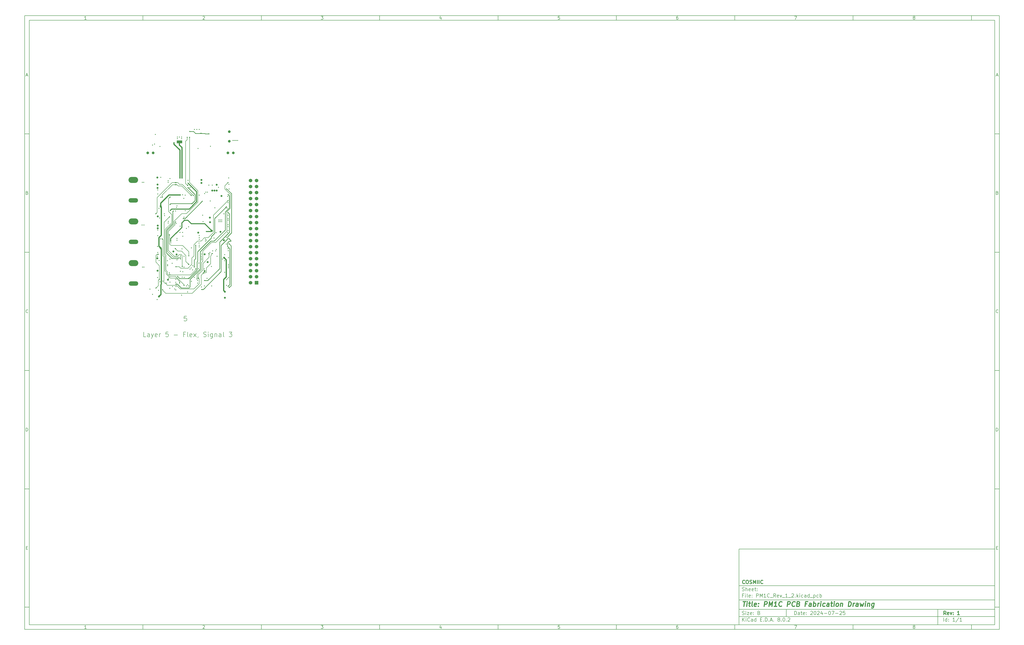
<source format=gbr>
%TF.GenerationSoftware,KiCad,Pcbnew,8.0.2*%
%TF.CreationDate,2024-09-08T21:36:50-05:00*%
%TF.ProjectId,PM1C_Rev_1_2,504d3143-5f52-4657-965f-315f322e6b69,1*%
%TF.SameCoordinates,PX297003ePY8770cd2*%
%TF.FileFunction,Copper,L5,Inr*%
%TF.FilePolarity,Positive*%
%FSLAX46Y46*%
G04 Gerber Fmt 4.6, Leading zero omitted, Abs format (unit mm)*
G04 Created by KiCad (PCBNEW 8.0.2) date 2024-09-08 21:36:50*
%MOMM*%
%LPD*%
G01*
G04 APERTURE LIST*
%ADD10C,0.100000*%
%ADD11C,0.150000*%
%ADD12C,0.300000*%
%ADD13C,0.400000*%
%TA.AperFunction,Conductor*%
%ADD14C,0.000000*%
%TD*%
%ADD15C,0.200000*%
%TA.AperFunction,NonConductor*%
%ADD16C,0.200000*%
%TD*%
%TA.AperFunction,ComponentPad*%
%ADD17O,4.064000X2.540000*%
%TD*%
%TA.AperFunction,ComponentPad*%
%ADD18O,4.064000X1.828800*%
%TD*%
%TA.AperFunction,ComponentPad*%
%ADD19R,1.500000X1.500000*%
%TD*%
%TA.AperFunction,ComponentPad*%
%ADD20C,1.500000*%
%TD*%
%TA.AperFunction,ComponentPad*%
%ADD21C,0.800000*%
%TD*%
%TA.AperFunction,ComponentPad*%
%ADD22C,1.143000*%
%TD*%
%TA.AperFunction,ComponentPad*%
%ADD23C,1.141748*%
%TD*%
%TA.AperFunction,ViaPad*%
%ADD24C,0.450000*%
%TD*%
%TA.AperFunction,ViaPad*%
%ADD25C,0.800000*%
%TD*%
%TA.AperFunction,ViaPad*%
%ADD26C,0.360000*%
%TD*%
%TA.AperFunction,Conductor*%
%ADD27C,0.200000*%
%TD*%
%TA.AperFunction,Conductor*%
%ADD28C,0.254000*%
%TD*%
%TA.AperFunction,Conductor*%
%ADD29C,0.150000*%
%TD*%
%TA.AperFunction,Conductor*%
%ADD30C,0.500000*%
%TD*%
%TA.AperFunction,Conductor*%
%ADD31C,0.250000*%
%TD*%
%TA.AperFunction,Conductor*%
%ADD32C,0.400000*%
%TD*%
%TA.AperFunction,Conductor*%
%ADD33C,0.450000*%
%TD*%
G04 APERTURE END LIST*
D10*
D11*
X268349570Y-93380206D02*
X376349570Y-93380206D01*
X376349570Y-125380206D01*
X268349570Y-125380206D01*
X268349570Y-93380206D01*
D10*
D11*
X-33450430Y132019794D02*
X378349570Y132019794D01*
X378349570Y-127380206D01*
X-33450430Y-127380206D01*
X-33450430Y132019794D01*
D10*
D11*
X-31450430Y130019794D02*
X376349570Y130019794D01*
X376349570Y-125380206D01*
X-31450430Y-125380206D01*
X-31450430Y130019794D01*
D10*
D11*
X16549570Y130019794D02*
X16549570Y132019794D01*
D10*
D11*
X66549570Y130019794D02*
X66549570Y132019794D01*
D10*
D11*
X116549570Y130019794D02*
X116549570Y132019794D01*
D10*
D11*
X166549570Y130019794D02*
X166549570Y132019794D01*
D10*
D11*
X216549570Y130019794D02*
X216549570Y132019794D01*
D10*
D11*
X266549570Y130019794D02*
X266549570Y132019794D01*
D10*
D11*
X316549570Y130019794D02*
X316549570Y132019794D01*
D10*
D11*
X366549570Y130019794D02*
X366549570Y132019794D01*
D10*
D11*
X-7361270Y130426190D02*
X-8104127Y130426190D01*
X-7732699Y130426190D02*
X-7732699Y131726190D01*
X-7732699Y131726190D02*
X-7856508Y131540475D01*
X-7856508Y131540475D02*
X-7980318Y131416666D01*
X-7980318Y131416666D02*
X-8104127Y131354761D01*
D10*
D11*
X41895873Y131602380D02*
X41957777Y131664285D01*
X41957777Y131664285D02*
X42081587Y131726190D01*
X42081587Y131726190D02*
X42391111Y131726190D01*
X42391111Y131726190D02*
X42514920Y131664285D01*
X42514920Y131664285D02*
X42576825Y131602380D01*
X42576825Y131602380D02*
X42638730Y131478571D01*
X42638730Y131478571D02*
X42638730Y131354761D01*
X42638730Y131354761D02*
X42576825Y131169047D01*
X42576825Y131169047D02*
X41833968Y130426190D01*
X41833968Y130426190D02*
X42638730Y130426190D01*
D10*
D11*
X91833968Y131726190D02*
X92638730Y131726190D01*
X92638730Y131726190D02*
X92205396Y131230952D01*
X92205396Y131230952D02*
X92391111Y131230952D01*
X92391111Y131230952D02*
X92514920Y131169047D01*
X92514920Y131169047D02*
X92576825Y131107142D01*
X92576825Y131107142D02*
X92638730Y130983333D01*
X92638730Y130983333D02*
X92638730Y130673809D01*
X92638730Y130673809D02*
X92576825Y130549999D01*
X92576825Y130549999D02*
X92514920Y130488094D01*
X92514920Y130488094D02*
X92391111Y130426190D01*
X92391111Y130426190D02*
X92019682Y130426190D01*
X92019682Y130426190D02*
X91895873Y130488094D01*
X91895873Y130488094D02*
X91833968Y130549999D01*
D10*
D11*
X142514920Y131292856D02*
X142514920Y130426190D01*
X142205396Y131788094D02*
X141895873Y130859523D01*
X141895873Y130859523D02*
X142700634Y130859523D01*
D10*
D11*
X192576825Y131726190D02*
X191957777Y131726190D01*
X191957777Y131726190D02*
X191895873Y131107142D01*
X191895873Y131107142D02*
X191957777Y131169047D01*
X191957777Y131169047D02*
X192081587Y131230952D01*
X192081587Y131230952D02*
X192391111Y131230952D01*
X192391111Y131230952D02*
X192514920Y131169047D01*
X192514920Y131169047D02*
X192576825Y131107142D01*
X192576825Y131107142D02*
X192638730Y130983333D01*
X192638730Y130983333D02*
X192638730Y130673809D01*
X192638730Y130673809D02*
X192576825Y130549999D01*
X192576825Y130549999D02*
X192514920Y130488094D01*
X192514920Y130488094D02*
X192391111Y130426190D01*
X192391111Y130426190D02*
X192081587Y130426190D01*
X192081587Y130426190D02*
X191957777Y130488094D01*
X191957777Y130488094D02*
X191895873Y130549999D01*
D10*
D11*
X242514920Y131726190D02*
X242267301Y131726190D01*
X242267301Y131726190D02*
X242143492Y131664285D01*
X242143492Y131664285D02*
X242081587Y131602380D01*
X242081587Y131602380D02*
X241957777Y131416666D01*
X241957777Y131416666D02*
X241895873Y131169047D01*
X241895873Y131169047D02*
X241895873Y130673809D01*
X241895873Y130673809D02*
X241957777Y130549999D01*
X241957777Y130549999D02*
X242019682Y130488094D01*
X242019682Y130488094D02*
X242143492Y130426190D01*
X242143492Y130426190D02*
X242391111Y130426190D01*
X242391111Y130426190D02*
X242514920Y130488094D01*
X242514920Y130488094D02*
X242576825Y130549999D01*
X242576825Y130549999D02*
X242638730Y130673809D01*
X242638730Y130673809D02*
X242638730Y130983333D01*
X242638730Y130983333D02*
X242576825Y131107142D01*
X242576825Y131107142D02*
X242514920Y131169047D01*
X242514920Y131169047D02*
X242391111Y131230952D01*
X242391111Y131230952D02*
X242143492Y131230952D01*
X242143492Y131230952D02*
X242019682Y131169047D01*
X242019682Y131169047D02*
X241957777Y131107142D01*
X241957777Y131107142D02*
X241895873Y130983333D01*
D10*
D11*
X291833968Y131726190D02*
X292700634Y131726190D01*
X292700634Y131726190D02*
X292143492Y130426190D01*
D10*
D11*
X342143492Y131169047D02*
X342019682Y131230952D01*
X342019682Y131230952D02*
X341957777Y131292856D01*
X341957777Y131292856D02*
X341895873Y131416666D01*
X341895873Y131416666D02*
X341895873Y131478571D01*
X341895873Y131478571D02*
X341957777Y131602380D01*
X341957777Y131602380D02*
X342019682Y131664285D01*
X342019682Y131664285D02*
X342143492Y131726190D01*
X342143492Y131726190D02*
X342391111Y131726190D01*
X342391111Y131726190D02*
X342514920Y131664285D01*
X342514920Y131664285D02*
X342576825Y131602380D01*
X342576825Y131602380D02*
X342638730Y131478571D01*
X342638730Y131478571D02*
X342638730Y131416666D01*
X342638730Y131416666D02*
X342576825Y131292856D01*
X342576825Y131292856D02*
X342514920Y131230952D01*
X342514920Y131230952D02*
X342391111Y131169047D01*
X342391111Y131169047D02*
X342143492Y131169047D01*
X342143492Y131169047D02*
X342019682Y131107142D01*
X342019682Y131107142D02*
X341957777Y131045237D01*
X341957777Y131045237D02*
X341895873Y130921428D01*
X341895873Y130921428D02*
X341895873Y130673809D01*
X341895873Y130673809D02*
X341957777Y130549999D01*
X341957777Y130549999D02*
X342019682Y130488094D01*
X342019682Y130488094D02*
X342143492Y130426190D01*
X342143492Y130426190D02*
X342391111Y130426190D01*
X342391111Y130426190D02*
X342514920Y130488094D01*
X342514920Y130488094D02*
X342576825Y130549999D01*
X342576825Y130549999D02*
X342638730Y130673809D01*
X342638730Y130673809D02*
X342638730Y130921428D01*
X342638730Y130921428D02*
X342576825Y131045237D01*
X342576825Y131045237D02*
X342514920Y131107142D01*
X342514920Y131107142D02*
X342391111Y131169047D01*
D10*
D11*
X16549570Y-125380206D02*
X16549570Y-127380206D01*
D10*
D11*
X66549570Y-125380206D02*
X66549570Y-127380206D01*
D10*
D11*
X116549570Y-125380206D02*
X116549570Y-127380206D01*
D10*
D11*
X166549570Y-125380206D02*
X166549570Y-127380206D01*
D10*
D11*
X216549570Y-125380206D02*
X216549570Y-127380206D01*
D10*
D11*
X266549570Y-125380206D02*
X266549570Y-127380206D01*
D10*
D11*
X316549570Y-125380206D02*
X316549570Y-127380206D01*
D10*
D11*
X366549570Y-125380206D02*
X366549570Y-127380206D01*
D10*
D11*
X-7361270Y-126973810D02*
X-8104127Y-126973810D01*
X-7732699Y-126973810D02*
X-7732699Y-125673810D01*
X-7732699Y-125673810D02*
X-7856508Y-125859525D01*
X-7856508Y-125859525D02*
X-7980318Y-125983334D01*
X-7980318Y-125983334D02*
X-8104127Y-126045239D01*
D10*
D11*
X41895873Y-125797620D02*
X41957777Y-125735715D01*
X41957777Y-125735715D02*
X42081587Y-125673810D01*
X42081587Y-125673810D02*
X42391111Y-125673810D01*
X42391111Y-125673810D02*
X42514920Y-125735715D01*
X42514920Y-125735715D02*
X42576825Y-125797620D01*
X42576825Y-125797620D02*
X42638730Y-125921429D01*
X42638730Y-125921429D02*
X42638730Y-126045239D01*
X42638730Y-126045239D02*
X42576825Y-126230953D01*
X42576825Y-126230953D02*
X41833968Y-126973810D01*
X41833968Y-126973810D02*
X42638730Y-126973810D01*
D10*
D11*
X91833968Y-125673810D02*
X92638730Y-125673810D01*
X92638730Y-125673810D02*
X92205396Y-126169048D01*
X92205396Y-126169048D02*
X92391111Y-126169048D01*
X92391111Y-126169048D02*
X92514920Y-126230953D01*
X92514920Y-126230953D02*
X92576825Y-126292858D01*
X92576825Y-126292858D02*
X92638730Y-126416667D01*
X92638730Y-126416667D02*
X92638730Y-126726191D01*
X92638730Y-126726191D02*
X92576825Y-126850001D01*
X92576825Y-126850001D02*
X92514920Y-126911906D01*
X92514920Y-126911906D02*
X92391111Y-126973810D01*
X92391111Y-126973810D02*
X92019682Y-126973810D01*
X92019682Y-126973810D02*
X91895873Y-126911906D01*
X91895873Y-126911906D02*
X91833968Y-126850001D01*
D10*
D11*
X142514920Y-126107144D02*
X142514920Y-126973810D01*
X142205396Y-125611906D02*
X141895873Y-126540477D01*
X141895873Y-126540477D02*
X142700634Y-126540477D01*
D10*
D11*
X192576825Y-125673810D02*
X191957777Y-125673810D01*
X191957777Y-125673810D02*
X191895873Y-126292858D01*
X191895873Y-126292858D02*
X191957777Y-126230953D01*
X191957777Y-126230953D02*
X192081587Y-126169048D01*
X192081587Y-126169048D02*
X192391111Y-126169048D01*
X192391111Y-126169048D02*
X192514920Y-126230953D01*
X192514920Y-126230953D02*
X192576825Y-126292858D01*
X192576825Y-126292858D02*
X192638730Y-126416667D01*
X192638730Y-126416667D02*
X192638730Y-126726191D01*
X192638730Y-126726191D02*
X192576825Y-126850001D01*
X192576825Y-126850001D02*
X192514920Y-126911906D01*
X192514920Y-126911906D02*
X192391111Y-126973810D01*
X192391111Y-126973810D02*
X192081587Y-126973810D01*
X192081587Y-126973810D02*
X191957777Y-126911906D01*
X191957777Y-126911906D02*
X191895873Y-126850001D01*
D10*
D11*
X242514920Y-125673810D02*
X242267301Y-125673810D01*
X242267301Y-125673810D02*
X242143492Y-125735715D01*
X242143492Y-125735715D02*
X242081587Y-125797620D01*
X242081587Y-125797620D02*
X241957777Y-125983334D01*
X241957777Y-125983334D02*
X241895873Y-126230953D01*
X241895873Y-126230953D02*
X241895873Y-126726191D01*
X241895873Y-126726191D02*
X241957777Y-126850001D01*
X241957777Y-126850001D02*
X242019682Y-126911906D01*
X242019682Y-126911906D02*
X242143492Y-126973810D01*
X242143492Y-126973810D02*
X242391111Y-126973810D01*
X242391111Y-126973810D02*
X242514920Y-126911906D01*
X242514920Y-126911906D02*
X242576825Y-126850001D01*
X242576825Y-126850001D02*
X242638730Y-126726191D01*
X242638730Y-126726191D02*
X242638730Y-126416667D01*
X242638730Y-126416667D02*
X242576825Y-126292858D01*
X242576825Y-126292858D02*
X242514920Y-126230953D01*
X242514920Y-126230953D02*
X242391111Y-126169048D01*
X242391111Y-126169048D02*
X242143492Y-126169048D01*
X242143492Y-126169048D02*
X242019682Y-126230953D01*
X242019682Y-126230953D02*
X241957777Y-126292858D01*
X241957777Y-126292858D02*
X241895873Y-126416667D01*
D10*
D11*
X291833968Y-125673810D02*
X292700634Y-125673810D01*
X292700634Y-125673810D02*
X292143492Y-126973810D01*
D10*
D11*
X342143492Y-126230953D02*
X342019682Y-126169048D01*
X342019682Y-126169048D02*
X341957777Y-126107144D01*
X341957777Y-126107144D02*
X341895873Y-125983334D01*
X341895873Y-125983334D02*
X341895873Y-125921429D01*
X341895873Y-125921429D02*
X341957777Y-125797620D01*
X341957777Y-125797620D02*
X342019682Y-125735715D01*
X342019682Y-125735715D02*
X342143492Y-125673810D01*
X342143492Y-125673810D02*
X342391111Y-125673810D01*
X342391111Y-125673810D02*
X342514920Y-125735715D01*
X342514920Y-125735715D02*
X342576825Y-125797620D01*
X342576825Y-125797620D02*
X342638730Y-125921429D01*
X342638730Y-125921429D02*
X342638730Y-125983334D01*
X342638730Y-125983334D02*
X342576825Y-126107144D01*
X342576825Y-126107144D02*
X342514920Y-126169048D01*
X342514920Y-126169048D02*
X342391111Y-126230953D01*
X342391111Y-126230953D02*
X342143492Y-126230953D01*
X342143492Y-126230953D02*
X342019682Y-126292858D01*
X342019682Y-126292858D02*
X341957777Y-126354763D01*
X341957777Y-126354763D02*
X341895873Y-126478572D01*
X341895873Y-126478572D02*
X341895873Y-126726191D01*
X341895873Y-126726191D02*
X341957777Y-126850001D01*
X341957777Y-126850001D02*
X342019682Y-126911906D01*
X342019682Y-126911906D02*
X342143492Y-126973810D01*
X342143492Y-126973810D02*
X342391111Y-126973810D01*
X342391111Y-126973810D02*
X342514920Y-126911906D01*
X342514920Y-126911906D02*
X342576825Y-126850001D01*
X342576825Y-126850001D02*
X342638730Y-126726191D01*
X342638730Y-126726191D02*
X342638730Y-126478572D01*
X342638730Y-126478572D02*
X342576825Y-126354763D01*
X342576825Y-126354763D02*
X342514920Y-126292858D01*
X342514920Y-126292858D02*
X342391111Y-126230953D01*
D10*
D11*
X-33450430Y82019794D02*
X-31450430Y82019794D01*
D10*
D11*
X-33450430Y32019794D02*
X-31450430Y32019794D01*
D10*
D11*
X-33450430Y-17980206D02*
X-31450430Y-17980206D01*
D10*
D11*
X-33450430Y-67980206D02*
X-31450430Y-67980206D01*
D10*
D11*
X-33450430Y-117980206D02*
X-31450430Y-117980206D01*
D10*
D11*
X-32759954Y106797618D02*
X-32140907Y106797618D01*
X-32883764Y106426190D02*
X-32450431Y107726190D01*
X-32450431Y107726190D02*
X-32017097Y106426190D01*
D10*
D11*
X-32357573Y57107142D02*
X-32171859Y57045237D01*
X-32171859Y57045237D02*
X-32109954Y56983333D01*
X-32109954Y56983333D02*
X-32048050Y56859523D01*
X-32048050Y56859523D02*
X-32048050Y56673809D01*
X-32048050Y56673809D02*
X-32109954Y56549999D01*
X-32109954Y56549999D02*
X-32171859Y56488094D01*
X-32171859Y56488094D02*
X-32295669Y56426190D01*
X-32295669Y56426190D02*
X-32790907Y56426190D01*
X-32790907Y56426190D02*
X-32790907Y57726190D01*
X-32790907Y57726190D02*
X-32357573Y57726190D01*
X-32357573Y57726190D02*
X-32233764Y57664285D01*
X-32233764Y57664285D02*
X-32171859Y57602380D01*
X-32171859Y57602380D02*
X-32109954Y57478571D01*
X-32109954Y57478571D02*
X-32109954Y57354761D01*
X-32109954Y57354761D02*
X-32171859Y57230952D01*
X-32171859Y57230952D02*
X-32233764Y57169047D01*
X-32233764Y57169047D02*
X-32357573Y57107142D01*
X-32357573Y57107142D02*
X-32790907Y57107142D01*
D10*
D11*
X-32048050Y6549999D02*
X-32109954Y6488094D01*
X-32109954Y6488094D02*
X-32295669Y6426190D01*
X-32295669Y6426190D02*
X-32419478Y6426190D01*
X-32419478Y6426190D02*
X-32605192Y6488094D01*
X-32605192Y6488094D02*
X-32729002Y6611904D01*
X-32729002Y6611904D02*
X-32790907Y6735714D01*
X-32790907Y6735714D02*
X-32852811Y6983333D01*
X-32852811Y6983333D02*
X-32852811Y7169047D01*
X-32852811Y7169047D02*
X-32790907Y7416666D01*
X-32790907Y7416666D02*
X-32729002Y7540475D01*
X-32729002Y7540475D02*
X-32605192Y7664285D01*
X-32605192Y7664285D02*
X-32419478Y7726190D01*
X-32419478Y7726190D02*
X-32295669Y7726190D01*
X-32295669Y7726190D02*
X-32109954Y7664285D01*
X-32109954Y7664285D02*
X-32048050Y7602380D01*
D10*
D11*
X-32790907Y-43573810D02*
X-32790907Y-42273810D01*
X-32790907Y-42273810D02*
X-32481383Y-42273810D01*
X-32481383Y-42273810D02*
X-32295669Y-42335715D01*
X-32295669Y-42335715D02*
X-32171859Y-42459525D01*
X-32171859Y-42459525D02*
X-32109954Y-42583334D01*
X-32109954Y-42583334D02*
X-32048050Y-42830953D01*
X-32048050Y-42830953D02*
X-32048050Y-43016667D01*
X-32048050Y-43016667D02*
X-32109954Y-43264286D01*
X-32109954Y-43264286D02*
X-32171859Y-43388096D01*
X-32171859Y-43388096D02*
X-32295669Y-43511906D01*
X-32295669Y-43511906D02*
X-32481383Y-43573810D01*
X-32481383Y-43573810D02*
X-32790907Y-43573810D01*
D10*
D11*
X-32729002Y-92892858D02*
X-32295668Y-92892858D01*
X-32109954Y-93573810D02*
X-32729002Y-93573810D01*
X-32729002Y-93573810D02*
X-32729002Y-92273810D01*
X-32729002Y-92273810D02*
X-32109954Y-92273810D01*
D10*
D11*
X378349570Y82019794D02*
X376349570Y82019794D01*
D10*
D11*
X378349570Y32019794D02*
X376349570Y32019794D01*
D10*
D11*
X378349570Y-17980206D02*
X376349570Y-17980206D01*
D10*
D11*
X378349570Y-67980206D02*
X376349570Y-67980206D01*
D10*
D11*
X378349570Y-117980206D02*
X376349570Y-117980206D01*
D10*
D11*
X377040046Y106797618D02*
X377659093Y106797618D01*
X376916236Y106426190D02*
X377349569Y107726190D01*
X377349569Y107726190D02*
X377782903Y106426190D01*
D10*
D11*
X377442427Y57107142D02*
X377628141Y57045237D01*
X377628141Y57045237D02*
X377690046Y56983333D01*
X377690046Y56983333D02*
X377751950Y56859523D01*
X377751950Y56859523D02*
X377751950Y56673809D01*
X377751950Y56673809D02*
X377690046Y56549999D01*
X377690046Y56549999D02*
X377628141Y56488094D01*
X377628141Y56488094D02*
X377504331Y56426190D01*
X377504331Y56426190D02*
X377009093Y56426190D01*
X377009093Y56426190D02*
X377009093Y57726190D01*
X377009093Y57726190D02*
X377442427Y57726190D01*
X377442427Y57726190D02*
X377566236Y57664285D01*
X377566236Y57664285D02*
X377628141Y57602380D01*
X377628141Y57602380D02*
X377690046Y57478571D01*
X377690046Y57478571D02*
X377690046Y57354761D01*
X377690046Y57354761D02*
X377628141Y57230952D01*
X377628141Y57230952D02*
X377566236Y57169047D01*
X377566236Y57169047D02*
X377442427Y57107142D01*
X377442427Y57107142D02*
X377009093Y57107142D01*
D10*
D11*
X377751950Y6549999D02*
X377690046Y6488094D01*
X377690046Y6488094D02*
X377504331Y6426190D01*
X377504331Y6426190D02*
X377380522Y6426190D01*
X377380522Y6426190D02*
X377194808Y6488094D01*
X377194808Y6488094D02*
X377070998Y6611904D01*
X377070998Y6611904D02*
X377009093Y6735714D01*
X377009093Y6735714D02*
X376947189Y6983333D01*
X376947189Y6983333D02*
X376947189Y7169047D01*
X376947189Y7169047D02*
X377009093Y7416666D01*
X377009093Y7416666D02*
X377070998Y7540475D01*
X377070998Y7540475D02*
X377194808Y7664285D01*
X377194808Y7664285D02*
X377380522Y7726190D01*
X377380522Y7726190D02*
X377504331Y7726190D01*
X377504331Y7726190D02*
X377690046Y7664285D01*
X377690046Y7664285D02*
X377751950Y7602380D01*
D10*
D11*
X377009093Y-43573810D02*
X377009093Y-42273810D01*
X377009093Y-42273810D02*
X377318617Y-42273810D01*
X377318617Y-42273810D02*
X377504331Y-42335715D01*
X377504331Y-42335715D02*
X377628141Y-42459525D01*
X377628141Y-42459525D02*
X377690046Y-42583334D01*
X377690046Y-42583334D02*
X377751950Y-42830953D01*
X377751950Y-42830953D02*
X377751950Y-43016667D01*
X377751950Y-43016667D02*
X377690046Y-43264286D01*
X377690046Y-43264286D02*
X377628141Y-43388096D01*
X377628141Y-43388096D02*
X377504331Y-43511906D01*
X377504331Y-43511906D02*
X377318617Y-43573810D01*
X377318617Y-43573810D02*
X377009093Y-43573810D01*
D10*
D11*
X377070998Y-92892858D02*
X377504332Y-92892858D01*
X377690046Y-93573810D02*
X377070998Y-93573810D01*
X377070998Y-93573810D02*
X377070998Y-92273810D01*
X377070998Y-92273810D02*
X377690046Y-92273810D01*
D10*
D11*
X291805396Y-121166334D02*
X291805396Y-119666334D01*
X291805396Y-119666334D02*
X292162539Y-119666334D01*
X292162539Y-119666334D02*
X292376825Y-119737763D01*
X292376825Y-119737763D02*
X292519682Y-119880620D01*
X292519682Y-119880620D02*
X292591111Y-120023477D01*
X292591111Y-120023477D02*
X292662539Y-120309191D01*
X292662539Y-120309191D02*
X292662539Y-120523477D01*
X292662539Y-120523477D02*
X292591111Y-120809191D01*
X292591111Y-120809191D02*
X292519682Y-120952048D01*
X292519682Y-120952048D02*
X292376825Y-121094906D01*
X292376825Y-121094906D02*
X292162539Y-121166334D01*
X292162539Y-121166334D02*
X291805396Y-121166334D01*
X293948254Y-121166334D02*
X293948254Y-120380620D01*
X293948254Y-120380620D02*
X293876825Y-120237763D01*
X293876825Y-120237763D02*
X293733968Y-120166334D01*
X293733968Y-120166334D02*
X293448254Y-120166334D01*
X293448254Y-120166334D02*
X293305396Y-120237763D01*
X293948254Y-121094906D02*
X293805396Y-121166334D01*
X293805396Y-121166334D02*
X293448254Y-121166334D01*
X293448254Y-121166334D02*
X293305396Y-121094906D01*
X293305396Y-121094906D02*
X293233968Y-120952048D01*
X293233968Y-120952048D02*
X293233968Y-120809191D01*
X293233968Y-120809191D02*
X293305396Y-120666334D01*
X293305396Y-120666334D02*
X293448254Y-120594906D01*
X293448254Y-120594906D02*
X293805396Y-120594906D01*
X293805396Y-120594906D02*
X293948254Y-120523477D01*
X294448254Y-120166334D02*
X295019682Y-120166334D01*
X294662539Y-119666334D02*
X294662539Y-120952048D01*
X294662539Y-120952048D02*
X294733968Y-121094906D01*
X294733968Y-121094906D02*
X294876825Y-121166334D01*
X294876825Y-121166334D02*
X295019682Y-121166334D01*
X296091111Y-121094906D02*
X295948254Y-121166334D01*
X295948254Y-121166334D02*
X295662540Y-121166334D01*
X295662540Y-121166334D02*
X295519682Y-121094906D01*
X295519682Y-121094906D02*
X295448254Y-120952048D01*
X295448254Y-120952048D02*
X295448254Y-120380620D01*
X295448254Y-120380620D02*
X295519682Y-120237763D01*
X295519682Y-120237763D02*
X295662540Y-120166334D01*
X295662540Y-120166334D02*
X295948254Y-120166334D01*
X295948254Y-120166334D02*
X296091111Y-120237763D01*
X296091111Y-120237763D02*
X296162540Y-120380620D01*
X296162540Y-120380620D02*
X296162540Y-120523477D01*
X296162540Y-120523477D02*
X295448254Y-120666334D01*
X296805396Y-121023477D02*
X296876825Y-121094906D01*
X296876825Y-121094906D02*
X296805396Y-121166334D01*
X296805396Y-121166334D02*
X296733968Y-121094906D01*
X296733968Y-121094906D02*
X296805396Y-121023477D01*
X296805396Y-121023477D02*
X296805396Y-121166334D01*
X296805396Y-120237763D02*
X296876825Y-120309191D01*
X296876825Y-120309191D02*
X296805396Y-120380620D01*
X296805396Y-120380620D02*
X296733968Y-120309191D01*
X296733968Y-120309191D02*
X296805396Y-120237763D01*
X296805396Y-120237763D02*
X296805396Y-120380620D01*
X298591111Y-119809191D02*
X298662539Y-119737763D01*
X298662539Y-119737763D02*
X298805397Y-119666334D01*
X298805397Y-119666334D02*
X299162539Y-119666334D01*
X299162539Y-119666334D02*
X299305397Y-119737763D01*
X299305397Y-119737763D02*
X299376825Y-119809191D01*
X299376825Y-119809191D02*
X299448254Y-119952048D01*
X299448254Y-119952048D02*
X299448254Y-120094906D01*
X299448254Y-120094906D02*
X299376825Y-120309191D01*
X299376825Y-120309191D02*
X298519682Y-121166334D01*
X298519682Y-121166334D02*
X299448254Y-121166334D01*
X300376825Y-119666334D02*
X300519682Y-119666334D01*
X300519682Y-119666334D02*
X300662539Y-119737763D01*
X300662539Y-119737763D02*
X300733968Y-119809191D01*
X300733968Y-119809191D02*
X300805396Y-119952048D01*
X300805396Y-119952048D02*
X300876825Y-120237763D01*
X300876825Y-120237763D02*
X300876825Y-120594906D01*
X300876825Y-120594906D02*
X300805396Y-120880620D01*
X300805396Y-120880620D02*
X300733968Y-121023477D01*
X300733968Y-121023477D02*
X300662539Y-121094906D01*
X300662539Y-121094906D02*
X300519682Y-121166334D01*
X300519682Y-121166334D02*
X300376825Y-121166334D01*
X300376825Y-121166334D02*
X300233968Y-121094906D01*
X300233968Y-121094906D02*
X300162539Y-121023477D01*
X300162539Y-121023477D02*
X300091110Y-120880620D01*
X300091110Y-120880620D02*
X300019682Y-120594906D01*
X300019682Y-120594906D02*
X300019682Y-120237763D01*
X300019682Y-120237763D02*
X300091110Y-119952048D01*
X300091110Y-119952048D02*
X300162539Y-119809191D01*
X300162539Y-119809191D02*
X300233968Y-119737763D01*
X300233968Y-119737763D02*
X300376825Y-119666334D01*
X301448253Y-119809191D02*
X301519681Y-119737763D01*
X301519681Y-119737763D02*
X301662539Y-119666334D01*
X301662539Y-119666334D02*
X302019681Y-119666334D01*
X302019681Y-119666334D02*
X302162539Y-119737763D01*
X302162539Y-119737763D02*
X302233967Y-119809191D01*
X302233967Y-119809191D02*
X302305396Y-119952048D01*
X302305396Y-119952048D02*
X302305396Y-120094906D01*
X302305396Y-120094906D02*
X302233967Y-120309191D01*
X302233967Y-120309191D02*
X301376824Y-121166334D01*
X301376824Y-121166334D02*
X302305396Y-121166334D01*
X303591110Y-120166334D02*
X303591110Y-121166334D01*
X303233967Y-119594906D02*
X302876824Y-120666334D01*
X302876824Y-120666334D02*
X303805395Y-120666334D01*
X304376823Y-120594906D02*
X305519681Y-120594906D01*
X306519681Y-119666334D02*
X306662538Y-119666334D01*
X306662538Y-119666334D02*
X306805395Y-119737763D01*
X306805395Y-119737763D02*
X306876824Y-119809191D01*
X306876824Y-119809191D02*
X306948252Y-119952048D01*
X306948252Y-119952048D02*
X307019681Y-120237763D01*
X307019681Y-120237763D02*
X307019681Y-120594906D01*
X307019681Y-120594906D02*
X306948252Y-120880620D01*
X306948252Y-120880620D02*
X306876824Y-121023477D01*
X306876824Y-121023477D02*
X306805395Y-121094906D01*
X306805395Y-121094906D02*
X306662538Y-121166334D01*
X306662538Y-121166334D02*
X306519681Y-121166334D01*
X306519681Y-121166334D02*
X306376824Y-121094906D01*
X306376824Y-121094906D02*
X306305395Y-121023477D01*
X306305395Y-121023477D02*
X306233966Y-120880620D01*
X306233966Y-120880620D02*
X306162538Y-120594906D01*
X306162538Y-120594906D02*
X306162538Y-120237763D01*
X306162538Y-120237763D02*
X306233966Y-119952048D01*
X306233966Y-119952048D02*
X306305395Y-119809191D01*
X306305395Y-119809191D02*
X306376824Y-119737763D01*
X306376824Y-119737763D02*
X306519681Y-119666334D01*
X307519680Y-119666334D02*
X308519680Y-119666334D01*
X308519680Y-119666334D02*
X307876823Y-121166334D01*
X309091108Y-120594906D02*
X310233966Y-120594906D01*
X310876823Y-119809191D02*
X310948251Y-119737763D01*
X310948251Y-119737763D02*
X311091109Y-119666334D01*
X311091109Y-119666334D02*
X311448251Y-119666334D01*
X311448251Y-119666334D02*
X311591109Y-119737763D01*
X311591109Y-119737763D02*
X311662537Y-119809191D01*
X311662537Y-119809191D02*
X311733966Y-119952048D01*
X311733966Y-119952048D02*
X311733966Y-120094906D01*
X311733966Y-120094906D02*
X311662537Y-120309191D01*
X311662537Y-120309191D02*
X310805394Y-121166334D01*
X310805394Y-121166334D02*
X311733966Y-121166334D01*
X313091108Y-119666334D02*
X312376822Y-119666334D01*
X312376822Y-119666334D02*
X312305394Y-120380620D01*
X312305394Y-120380620D02*
X312376822Y-120309191D01*
X312376822Y-120309191D02*
X312519680Y-120237763D01*
X312519680Y-120237763D02*
X312876822Y-120237763D01*
X312876822Y-120237763D02*
X313019680Y-120309191D01*
X313019680Y-120309191D02*
X313091108Y-120380620D01*
X313091108Y-120380620D02*
X313162537Y-120523477D01*
X313162537Y-120523477D02*
X313162537Y-120880620D01*
X313162537Y-120880620D02*
X313091108Y-121023477D01*
X313091108Y-121023477D02*
X313019680Y-121094906D01*
X313019680Y-121094906D02*
X312876822Y-121166334D01*
X312876822Y-121166334D02*
X312519680Y-121166334D01*
X312519680Y-121166334D02*
X312376822Y-121094906D01*
X312376822Y-121094906D02*
X312305394Y-121023477D01*
D10*
D11*
X268349570Y-121880206D02*
X376349570Y-121880206D01*
D10*
D11*
X269805396Y-123966334D02*
X269805396Y-122466334D01*
X270662539Y-123966334D02*
X270019682Y-123109191D01*
X270662539Y-122466334D02*
X269805396Y-123323477D01*
X271305396Y-123966334D02*
X271305396Y-122966334D01*
X271305396Y-122466334D02*
X271233968Y-122537763D01*
X271233968Y-122537763D02*
X271305396Y-122609191D01*
X271305396Y-122609191D02*
X271376825Y-122537763D01*
X271376825Y-122537763D02*
X271305396Y-122466334D01*
X271305396Y-122466334D02*
X271305396Y-122609191D01*
X272876825Y-123823477D02*
X272805397Y-123894906D01*
X272805397Y-123894906D02*
X272591111Y-123966334D01*
X272591111Y-123966334D02*
X272448254Y-123966334D01*
X272448254Y-123966334D02*
X272233968Y-123894906D01*
X272233968Y-123894906D02*
X272091111Y-123752048D01*
X272091111Y-123752048D02*
X272019682Y-123609191D01*
X272019682Y-123609191D02*
X271948254Y-123323477D01*
X271948254Y-123323477D02*
X271948254Y-123109191D01*
X271948254Y-123109191D02*
X272019682Y-122823477D01*
X272019682Y-122823477D02*
X272091111Y-122680620D01*
X272091111Y-122680620D02*
X272233968Y-122537763D01*
X272233968Y-122537763D02*
X272448254Y-122466334D01*
X272448254Y-122466334D02*
X272591111Y-122466334D01*
X272591111Y-122466334D02*
X272805397Y-122537763D01*
X272805397Y-122537763D02*
X272876825Y-122609191D01*
X274162540Y-123966334D02*
X274162540Y-123180620D01*
X274162540Y-123180620D02*
X274091111Y-123037763D01*
X274091111Y-123037763D02*
X273948254Y-122966334D01*
X273948254Y-122966334D02*
X273662540Y-122966334D01*
X273662540Y-122966334D02*
X273519682Y-123037763D01*
X274162540Y-123894906D02*
X274019682Y-123966334D01*
X274019682Y-123966334D02*
X273662540Y-123966334D01*
X273662540Y-123966334D02*
X273519682Y-123894906D01*
X273519682Y-123894906D02*
X273448254Y-123752048D01*
X273448254Y-123752048D02*
X273448254Y-123609191D01*
X273448254Y-123609191D02*
X273519682Y-123466334D01*
X273519682Y-123466334D02*
X273662540Y-123394906D01*
X273662540Y-123394906D02*
X274019682Y-123394906D01*
X274019682Y-123394906D02*
X274162540Y-123323477D01*
X275519683Y-123966334D02*
X275519683Y-122466334D01*
X275519683Y-123894906D02*
X275376825Y-123966334D01*
X275376825Y-123966334D02*
X275091111Y-123966334D01*
X275091111Y-123966334D02*
X274948254Y-123894906D01*
X274948254Y-123894906D02*
X274876825Y-123823477D01*
X274876825Y-123823477D02*
X274805397Y-123680620D01*
X274805397Y-123680620D02*
X274805397Y-123252048D01*
X274805397Y-123252048D02*
X274876825Y-123109191D01*
X274876825Y-123109191D02*
X274948254Y-123037763D01*
X274948254Y-123037763D02*
X275091111Y-122966334D01*
X275091111Y-122966334D02*
X275376825Y-122966334D01*
X275376825Y-122966334D02*
X275519683Y-123037763D01*
X277376825Y-123180620D02*
X277876825Y-123180620D01*
X278091111Y-123966334D02*
X277376825Y-123966334D01*
X277376825Y-123966334D02*
X277376825Y-122466334D01*
X277376825Y-122466334D02*
X278091111Y-122466334D01*
X278733968Y-123823477D02*
X278805397Y-123894906D01*
X278805397Y-123894906D02*
X278733968Y-123966334D01*
X278733968Y-123966334D02*
X278662540Y-123894906D01*
X278662540Y-123894906D02*
X278733968Y-123823477D01*
X278733968Y-123823477D02*
X278733968Y-123966334D01*
X279448254Y-123966334D02*
X279448254Y-122466334D01*
X279448254Y-122466334D02*
X279805397Y-122466334D01*
X279805397Y-122466334D02*
X280019683Y-122537763D01*
X280019683Y-122537763D02*
X280162540Y-122680620D01*
X280162540Y-122680620D02*
X280233969Y-122823477D01*
X280233969Y-122823477D02*
X280305397Y-123109191D01*
X280305397Y-123109191D02*
X280305397Y-123323477D01*
X280305397Y-123323477D02*
X280233969Y-123609191D01*
X280233969Y-123609191D02*
X280162540Y-123752048D01*
X280162540Y-123752048D02*
X280019683Y-123894906D01*
X280019683Y-123894906D02*
X279805397Y-123966334D01*
X279805397Y-123966334D02*
X279448254Y-123966334D01*
X280948254Y-123823477D02*
X281019683Y-123894906D01*
X281019683Y-123894906D02*
X280948254Y-123966334D01*
X280948254Y-123966334D02*
X280876826Y-123894906D01*
X280876826Y-123894906D02*
X280948254Y-123823477D01*
X280948254Y-123823477D02*
X280948254Y-123966334D01*
X281591112Y-123537763D02*
X282305398Y-123537763D01*
X281448255Y-123966334D02*
X281948255Y-122466334D01*
X281948255Y-122466334D02*
X282448255Y-123966334D01*
X282948254Y-123823477D02*
X283019683Y-123894906D01*
X283019683Y-123894906D02*
X282948254Y-123966334D01*
X282948254Y-123966334D02*
X282876826Y-123894906D01*
X282876826Y-123894906D02*
X282948254Y-123823477D01*
X282948254Y-123823477D02*
X282948254Y-123966334D01*
X285019683Y-123109191D02*
X284876826Y-123037763D01*
X284876826Y-123037763D02*
X284805397Y-122966334D01*
X284805397Y-122966334D02*
X284733969Y-122823477D01*
X284733969Y-122823477D02*
X284733969Y-122752048D01*
X284733969Y-122752048D02*
X284805397Y-122609191D01*
X284805397Y-122609191D02*
X284876826Y-122537763D01*
X284876826Y-122537763D02*
X285019683Y-122466334D01*
X285019683Y-122466334D02*
X285305397Y-122466334D01*
X285305397Y-122466334D02*
X285448255Y-122537763D01*
X285448255Y-122537763D02*
X285519683Y-122609191D01*
X285519683Y-122609191D02*
X285591112Y-122752048D01*
X285591112Y-122752048D02*
X285591112Y-122823477D01*
X285591112Y-122823477D02*
X285519683Y-122966334D01*
X285519683Y-122966334D02*
X285448255Y-123037763D01*
X285448255Y-123037763D02*
X285305397Y-123109191D01*
X285305397Y-123109191D02*
X285019683Y-123109191D01*
X285019683Y-123109191D02*
X284876826Y-123180620D01*
X284876826Y-123180620D02*
X284805397Y-123252048D01*
X284805397Y-123252048D02*
X284733969Y-123394906D01*
X284733969Y-123394906D02*
X284733969Y-123680620D01*
X284733969Y-123680620D02*
X284805397Y-123823477D01*
X284805397Y-123823477D02*
X284876826Y-123894906D01*
X284876826Y-123894906D02*
X285019683Y-123966334D01*
X285019683Y-123966334D02*
X285305397Y-123966334D01*
X285305397Y-123966334D02*
X285448255Y-123894906D01*
X285448255Y-123894906D02*
X285519683Y-123823477D01*
X285519683Y-123823477D02*
X285591112Y-123680620D01*
X285591112Y-123680620D02*
X285591112Y-123394906D01*
X285591112Y-123394906D02*
X285519683Y-123252048D01*
X285519683Y-123252048D02*
X285448255Y-123180620D01*
X285448255Y-123180620D02*
X285305397Y-123109191D01*
X286233968Y-123823477D02*
X286305397Y-123894906D01*
X286305397Y-123894906D02*
X286233968Y-123966334D01*
X286233968Y-123966334D02*
X286162540Y-123894906D01*
X286162540Y-123894906D02*
X286233968Y-123823477D01*
X286233968Y-123823477D02*
X286233968Y-123966334D01*
X287233969Y-122466334D02*
X287376826Y-122466334D01*
X287376826Y-122466334D02*
X287519683Y-122537763D01*
X287519683Y-122537763D02*
X287591112Y-122609191D01*
X287591112Y-122609191D02*
X287662540Y-122752048D01*
X287662540Y-122752048D02*
X287733969Y-123037763D01*
X287733969Y-123037763D02*
X287733969Y-123394906D01*
X287733969Y-123394906D02*
X287662540Y-123680620D01*
X287662540Y-123680620D02*
X287591112Y-123823477D01*
X287591112Y-123823477D02*
X287519683Y-123894906D01*
X287519683Y-123894906D02*
X287376826Y-123966334D01*
X287376826Y-123966334D02*
X287233969Y-123966334D01*
X287233969Y-123966334D02*
X287091112Y-123894906D01*
X287091112Y-123894906D02*
X287019683Y-123823477D01*
X287019683Y-123823477D02*
X286948254Y-123680620D01*
X286948254Y-123680620D02*
X286876826Y-123394906D01*
X286876826Y-123394906D02*
X286876826Y-123037763D01*
X286876826Y-123037763D02*
X286948254Y-122752048D01*
X286948254Y-122752048D02*
X287019683Y-122609191D01*
X287019683Y-122609191D02*
X287091112Y-122537763D01*
X287091112Y-122537763D02*
X287233969Y-122466334D01*
X288376825Y-123823477D02*
X288448254Y-123894906D01*
X288448254Y-123894906D02*
X288376825Y-123966334D01*
X288376825Y-123966334D02*
X288305397Y-123894906D01*
X288305397Y-123894906D02*
X288376825Y-123823477D01*
X288376825Y-123823477D02*
X288376825Y-123966334D01*
X289019683Y-122609191D02*
X289091111Y-122537763D01*
X289091111Y-122537763D02*
X289233969Y-122466334D01*
X289233969Y-122466334D02*
X289591111Y-122466334D01*
X289591111Y-122466334D02*
X289733969Y-122537763D01*
X289733969Y-122537763D02*
X289805397Y-122609191D01*
X289805397Y-122609191D02*
X289876826Y-122752048D01*
X289876826Y-122752048D02*
X289876826Y-122894906D01*
X289876826Y-122894906D02*
X289805397Y-123109191D01*
X289805397Y-123109191D02*
X288948254Y-123966334D01*
X288948254Y-123966334D02*
X289876826Y-123966334D01*
D10*
D11*
X268349570Y-118880206D02*
X376349570Y-118880206D01*
D10*
D12*
X355761223Y-121158534D02*
X355261223Y-120444248D01*
X354904080Y-121158534D02*
X354904080Y-119658534D01*
X354904080Y-119658534D02*
X355475509Y-119658534D01*
X355475509Y-119658534D02*
X355618366Y-119729963D01*
X355618366Y-119729963D02*
X355689795Y-119801391D01*
X355689795Y-119801391D02*
X355761223Y-119944248D01*
X355761223Y-119944248D02*
X355761223Y-120158534D01*
X355761223Y-120158534D02*
X355689795Y-120301391D01*
X355689795Y-120301391D02*
X355618366Y-120372820D01*
X355618366Y-120372820D02*
X355475509Y-120444248D01*
X355475509Y-120444248D02*
X354904080Y-120444248D01*
X356975509Y-121087106D02*
X356832652Y-121158534D01*
X356832652Y-121158534D02*
X356546938Y-121158534D01*
X356546938Y-121158534D02*
X356404080Y-121087106D01*
X356404080Y-121087106D02*
X356332652Y-120944248D01*
X356332652Y-120944248D02*
X356332652Y-120372820D01*
X356332652Y-120372820D02*
X356404080Y-120229963D01*
X356404080Y-120229963D02*
X356546938Y-120158534D01*
X356546938Y-120158534D02*
X356832652Y-120158534D01*
X356832652Y-120158534D02*
X356975509Y-120229963D01*
X356975509Y-120229963D02*
X357046938Y-120372820D01*
X357046938Y-120372820D02*
X357046938Y-120515677D01*
X357046938Y-120515677D02*
X356332652Y-120658534D01*
X357546937Y-120158534D02*
X357904080Y-121158534D01*
X357904080Y-121158534D02*
X358261223Y-120158534D01*
X358832651Y-121015677D02*
X358904080Y-121087106D01*
X358904080Y-121087106D02*
X358832651Y-121158534D01*
X358832651Y-121158534D02*
X358761223Y-121087106D01*
X358761223Y-121087106D02*
X358832651Y-121015677D01*
X358832651Y-121015677D02*
X358832651Y-121158534D01*
X358832651Y-120229963D02*
X358904080Y-120301391D01*
X358904080Y-120301391D02*
X358832651Y-120372820D01*
X358832651Y-120372820D02*
X358761223Y-120301391D01*
X358761223Y-120301391D02*
X358832651Y-120229963D01*
X358832651Y-120229963D02*
X358832651Y-120372820D01*
X361475509Y-121158534D02*
X360618366Y-121158534D01*
X361046937Y-121158534D02*
X361046937Y-119658534D01*
X361046937Y-119658534D02*
X360904080Y-119872820D01*
X360904080Y-119872820D02*
X360761223Y-120015677D01*
X360761223Y-120015677D02*
X360618366Y-120087106D01*
D10*
D11*
X269733968Y-121094906D02*
X269948254Y-121166334D01*
X269948254Y-121166334D02*
X270305396Y-121166334D01*
X270305396Y-121166334D02*
X270448254Y-121094906D01*
X270448254Y-121094906D02*
X270519682Y-121023477D01*
X270519682Y-121023477D02*
X270591111Y-120880620D01*
X270591111Y-120880620D02*
X270591111Y-120737763D01*
X270591111Y-120737763D02*
X270519682Y-120594906D01*
X270519682Y-120594906D02*
X270448254Y-120523477D01*
X270448254Y-120523477D02*
X270305396Y-120452048D01*
X270305396Y-120452048D02*
X270019682Y-120380620D01*
X270019682Y-120380620D02*
X269876825Y-120309191D01*
X269876825Y-120309191D02*
X269805396Y-120237763D01*
X269805396Y-120237763D02*
X269733968Y-120094906D01*
X269733968Y-120094906D02*
X269733968Y-119952048D01*
X269733968Y-119952048D02*
X269805396Y-119809191D01*
X269805396Y-119809191D02*
X269876825Y-119737763D01*
X269876825Y-119737763D02*
X270019682Y-119666334D01*
X270019682Y-119666334D02*
X270376825Y-119666334D01*
X270376825Y-119666334D02*
X270591111Y-119737763D01*
X271233967Y-121166334D02*
X271233967Y-120166334D01*
X271233967Y-119666334D02*
X271162539Y-119737763D01*
X271162539Y-119737763D02*
X271233967Y-119809191D01*
X271233967Y-119809191D02*
X271305396Y-119737763D01*
X271305396Y-119737763D02*
X271233967Y-119666334D01*
X271233967Y-119666334D02*
X271233967Y-119809191D01*
X271805396Y-120166334D02*
X272591111Y-120166334D01*
X272591111Y-120166334D02*
X271805396Y-121166334D01*
X271805396Y-121166334D02*
X272591111Y-121166334D01*
X273733968Y-121094906D02*
X273591111Y-121166334D01*
X273591111Y-121166334D02*
X273305397Y-121166334D01*
X273305397Y-121166334D02*
X273162539Y-121094906D01*
X273162539Y-121094906D02*
X273091111Y-120952048D01*
X273091111Y-120952048D02*
X273091111Y-120380620D01*
X273091111Y-120380620D02*
X273162539Y-120237763D01*
X273162539Y-120237763D02*
X273305397Y-120166334D01*
X273305397Y-120166334D02*
X273591111Y-120166334D01*
X273591111Y-120166334D02*
X273733968Y-120237763D01*
X273733968Y-120237763D02*
X273805397Y-120380620D01*
X273805397Y-120380620D02*
X273805397Y-120523477D01*
X273805397Y-120523477D02*
X273091111Y-120666334D01*
X274448253Y-121023477D02*
X274519682Y-121094906D01*
X274519682Y-121094906D02*
X274448253Y-121166334D01*
X274448253Y-121166334D02*
X274376825Y-121094906D01*
X274376825Y-121094906D02*
X274448253Y-121023477D01*
X274448253Y-121023477D02*
X274448253Y-121166334D01*
X274448253Y-120237763D02*
X274519682Y-120309191D01*
X274519682Y-120309191D02*
X274448253Y-120380620D01*
X274448253Y-120380620D02*
X274376825Y-120309191D01*
X274376825Y-120309191D02*
X274448253Y-120237763D01*
X274448253Y-120237763D02*
X274448253Y-120380620D01*
X276805396Y-120380620D02*
X277019682Y-120452048D01*
X277019682Y-120452048D02*
X277091111Y-120523477D01*
X277091111Y-120523477D02*
X277162539Y-120666334D01*
X277162539Y-120666334D02*
X277162539Y-120880620D01*
X277162539Y-120880620D02*
X277091111Y-121023477D01*
X277091111Y-121023477D02*
X277019682Y-121094906D01*
X277019682Y-121094906D02*
X276876825Y-121166334D01*
X276876825Y-121166334D02*
X276305396Y-121166334D01*
X276305396Y-121166334D02*
X276305396Y-119666334D01*
X276305396Y-119666334D02*
X276805396Y-119666334D01*
X276805396Y-119666334D02*
X276948254Y-119737763D01*
X276948254Y-119737763D02*
X277019682Y-119809191D01*
X277019682Y-119809191D02*
X277091111Y-119952048D01*
X277091111Y-119952048D02*
X277091111Y-120094906D01*
X277091111Y-120094906D02*
X277019682Y-120237763D01*
X277019682Y-120237763D02*
X276948254Y-120309191D01*
X276948254Y-120309191D02*
X276805396Y-120380620D01*
X276805396Y-120380620D02*
X276305396Y-120380620D01*
D10*
D11*
X354805396Y-123966334D02*
X354805396Y-122466334D01*
X356162540Y-123966334D02*
X356162540Y-122466334D01*
X356162540Y-123894906D02*
X356019682Y-123966334D01*
X356019682Y-123966334D02*
X355733968Y-123966334D01*
X355733968Y-123966334D02*
X355591111Y-123894906D01*
X355591111Y-123894906D02*
X355519682Y-123823477D01*
X355519682Y-123823477D02*
X355448254Y-123680620D01*
X355448254Y-123680620D02*
X355448254Y-123252048D01*
X355448254Y-123252048D02*
X355519682Y-123109191D01*
X355519682Y-123109191D02*
X355591111Y-123037763D01*
X355591111Y-123037763D02*
X355733968Y-122966334D01*
X355733968Y-122966334D02*
X356019682Y-122966334D01*
X356019682Y-122966334D02*
X356162540Y-123037763D01*
X356876825Y-123823477D02*
X356948254Y-123894906D01*
X356948254Y-123894906D02*
X356876825Y-123966334D01*
X356876825Y-123966334D02*
X356805397Y-123894906D01*
X356805397Y-123894906D02*
X356876825Y-123823477D01*
X356876825Y-123823477D02*
X356876825Y-123966334D01*
X356876825Y-123037763D02*
X356948254Y-123109191D01*
X356948254Y-123109191D02*
X356876825Y-123180620D01*
X356876825Y-123180620D02*
X356805397Y-123109191D01*
X356805397Y-123109191D02*
X356876825Y-123037763D01*
X356876825Y-123037763D02*
X356876825Y-123180620D01*
X359519683Y-123966334D02*
X358662540Y-123966334D01*
X359091111Y-123966334D02*
X359091111Y-122466334D01*
X359091111Y-122466334D02*
X358948254Y-122680620D01*
X358948254Y-122680620D02*
X358805397Y-122823477D01*
X358805397Y-122823477D02*
X358662540Y-122894906D01*
X361233968Y-122394906D02*
X359948254Y-124323477D01*
X362519683Y-123966334D02*
X361662540Y-123966334D01*
X362091111Y-123966334D02*
X362091111Y-122466334D01*
X362091111Y-122466334D02*
X361948254Y-122680620D01*
X361948254Y-122680620D02*
X361805397Y-122823477D01*
X361805397Y-122823477D02*
X361662540Y-122894906D01*
D10*
D11*
X268349570Y-114880206D02*
X376349570Y-114880206D01*
D10*
D13*
X270041298Y-115584644D02*
X271184155Y-115584644D01*
X270362727Y-117584644D02*
X270612727Y-115584644D01*
X271600822Y-117584644D02*
X271767489Y-116251310D01*
X271850822Y-115584644D02*
X271743679Y-115679882D01*
X271743679Y-115679882D02*
X271827013Y-115775120D01*
X271827013Y-115775120D02*
X271934156Y-115679882D01*
X271934156Y-115679882D02*
X271850822Y-115584644D01*
X271850822Y-115584644D02*
X271827013Y-115775120D01*
X272434156Y-116251310D02*
X273196060Y-116251310D01*
X272803203Y-115584644D02*
X272588918Y-117298929D01*
X272588918Y-117298929D02*
X272660346Y-117489406D01*
X272660346Y-117489406D02*
X272838918Y-117584644D01*
X272838918Y-117584644D02*
X273029394Y-117584644D01*
X273981775Y-117584644D02*
X273803203Y-117489406D01*
X273803203Y-117489406D02*
X273731775Y-117298929D01*
X273731775Y-117298929D02*
X273946060Y-115584644D01*
X275517489Y-117489406D02*
X275315108Y-117584644D01*
X275315108Y-117584644D02*
X274934155Y-117584644D01*
X274934155Y-117584644D02*
X274755584Y-117489406D01*
X274755584Y-117489406D02*
X274684155Y-117298929D01*
X274684155Y-117298929D02*
X274779394Y-116537025D01*
X274779394Y-116537025D02*
X274898441Y-116346548D01*
X274898441Y-116346548D02*
X275100822Y-116251310D01*
X275100822Y-116251310D02*
X275481774Y-116251310D01*
X275481774Y-116251310D02*
X275660346Y-116346548D01*
X275660346Y-116346548D02*
X275731774Y-116537025D01*
X275731774Y-116537025D02*
X275707965Y-116727501D01*
X275707965Y-116727501D02*
X274731774Y-116917977D01*
X276481775Y-117394167D02*
X276565108Y-117489406D01*
X276565108Y-117489406D02*
X276457965Y-117584644D01*
X276457965Y-117584644D02*
X276374632Y-117489406D01*
X276374632Y-117489406D02*
X276481775Y-117394167D01*
X276481775Y-117394167D02*
X276457965Y-117584644D01*
X276612727Y-116346548D02*
X276696060Y-116441786D01*
X276696060Y-116441786D02*
X276588918Y-116537025D01*
X276588918Y-116537025D02*
X276505584Y-116441786D01*
X276505584Y-116441786D02*
X276612727Y-116346548D01*
X276612727Y-116346548D02*
X276588918Y-116537025D01*
X278934156Y-117584644D02*
X279184156Y-115584644D01*
X279184156Y-115584644D02*
X279946061Y-115584644D01*
X279946061Y-115584644D02*
X280124632Y-115679882D01*
X280124632Y-115679882D02*
X280207966Y-115775120D01*
X280207966Y-115775120D02*
X280279394Y-115965596D01*
X280279394Y-115965596D02*
X280243680Y-116251310D01*
X280243680Y-116251310D02*
X280124632Y-116441786D01*
X280124632Y-116441786D02*
X280017490Y-116537025D01*
X280017490Y-116537025D02*
X279815109Y-116632263D01*
X279815109Y-116632263D02*
X279053204Y-116632263D01*
X280934156Y-117584644D02*
X281184156Y-115584644D01*
X281184156Y-115584644D02*
X281672251Y-117013215D01*
X281672251Y-117013215D02*
X282517490Y-115584644D01*
X282517490Y-115584644D02*
X282267490Y-117584644D01*
X284267489Y-117584644D02*
X283124632Y-117584644D01*
X283696061Y-117584644D02*
X283946061Y-115584644D01*
X283946061Y-115584644D02*
X283719870Y-115870358D01*
X283719870Y-115870358D02*
X283505585Y-116060834D01*
X283505585Y-116060834D02*
X283303204Y-116156072D01*
X286291299Y-117394167D02*
X286184156Y-117489406D01*
X286184156Y-117489406D02*
X285886537Y-117584644D01*
X285886537Y-117584644D02*
X285696061Y-117584644D01*
X285696061Y-117584644D02*
X285422251Y-117489406D01*
X285422251Y-117489406D02*
X285255585Y-117298929D01*
X285255585Y-117298929D02*
X285184156Y-117108453D01*
X285184156Y-117108453D02*
X285136537Y-116727501D01*
X285136537Y-116727501D02*
X285172251Y-116441786D01*
X285172251Y-116441786D02*
X285315108Y-116060834D01*
X285315108Y-116060834D02*
X285434156Y-115870358D01*
X285434156Y-115870358D02*
X285648442Y-115679882D01*
X285648442Y-115679882D02*
X285946061Y-115584644D01*
X285946061Y-115584644D02*
X286136537Y-115584644D01*
X286136537Y-115584644D02*
X286410347Y-115679882D01*
X286410347Y-115679882D02*
X286493680Y-115775120D01*
X288648442Y-117584644D02*
X288898442Y-115584644D01*
X288898442Y-115584644D02*
X289660347Y-115584644D01*
X289660347Y-115584644D02*
X289838918Y-115679882D01*
X289838918Y-115679882D02*
X289922252Y-115775120D01*
X289922252Y-115775120D02*
X289993680Y-115965596D01*
X289993680Y-115965596D02*
X289957966Y-116251310D01*
X289957966Y-116251310D02*
X289838918Y-116441786D01*
X289838918Y-116441786D02*
X289731776Y-116537025D01*
X289731776Y-116537025D02*
X289529395Y-116632263D01*
X289529395Y-116632263D02*
X288767490Y-116632263D01*
X291815109Y-117394167D02*
X291707966Y-117489406D01*
X291707966Y-117489406D02*
X291410347Y-117584644D01*
X291410347Y-117584644D02*
X291219871Y-117584644D01*
X291219871Y-117584644D02*
X290946061Y-117489406D01*
X290946061Y-117489406D02*
X290779395Y-117298929D01*
X290779395Y-117298929D02*
X290707966Y-117108453D01*
X290707966Y-117108453D02*
X290660347Y-116727501D01*
X290660347Y-116727501D02*
X290696061Y-116441786D01*
X290696061Y-116441786D02*
X290838918Y-116060834D01*
X290838918Y-116060834D02*
X290957966Y-115870358D01*
X290957966Y-115870358D02*
X291172252Y-115679882D01*
X291172252Y-115679882D02*
X291469871Y-115584644D01*
X291469871Y-115584644D02*
X291660347Y-115584644D01*
X291660347Y-115584644D02*
X291934157Y-115679882D01*
X291934157Y-115679882D02*
X292017490Y-115775120D01*
X293446061Y-116537025D02*
X293719871Y-116632263D01*
X293719871Y-116632263D02*
X293803204Y-116727501D01*
X293803204Y-116727501D02*
X293874633Y-116917977D01*
X293874633Y-116917977D02*
X293838918Y-117203691D01*
X293838918Y-117203691D02*
X293719871Y-117394167D01*
X293719871Y-117394167D02*
X293612728Y-117489406D01*
X293612728Y-117489406D02*
X293410347Y-117584644D01*
X293410347Y-117584644D02*
X292648442Y-117584644D01*
X292648442Y-117584644D02*
X292898442Y-115584644D01*
X292898442Y-115584644D02*
X293565109Y-115584644D01*
X293565109Y-115584644D02*
X293743680Y-115679882D01*
X293743680Y-115679882D02*
X293827014Y-115775120D01*
X293827014Y-115775120D02*
X293898442Y-115965596D01*
X293898442Y-115965596D02*
X293874633Y-116156072D01*
X293874633Y-116156072D02*
X293755585Y-116346548D01*
X293755585Y-116346548D02*
X293648442Y-116441786D01*
X293648442Y-116441786D02*
X293446061Y-116537025D01*
X293446061Y-116537025D02*
X292779395Y-116537025D01*
X296969871Y-116537025D02*
X296303205Y-116537025D01*
X296172252Y-117584644D02*
X296422252Y-115584644D01*
X296422252Y-115584644D02*
X297374633Y-115584644D01*
X298743681Y-117584644D02*
X298874633Y-116537025D01*
X298874633Y-116537025D02*
X298803205Y-116346548D01*
X298803205Y-116346548D02*
X298624633Y-116251310D01*
X298624633Y-116251310D02*
X298243681Y-116251310D01*
X298243681Y-116251310D02*
X298041300Y-116346548D01*
X298755586Y-117489406D02*
X298553205Y-117584644D01*
X298553205Y-117584644D02*
X298077014Y-117584644D01*
X298077014Y-117584644D02*
X297898443Y-117489406D01*
X297898443Y-117489406D02*
X297827014Y-117298929D01*
X297827014Y-117298929D02*
X297850824Y-117108453D01*
X297850824Y-117108453D02*
X297969872Y-116917977D01*
X297969872Y-116917977D02*
X298172253Y-116822739D01*
X298172253Y-116822739D02*
X298648443Y-116822739D01*
X298648443Y-116822739D02*
X298850824Y-116727501D01*
X299696062Y-117584644D02*
X299946062Y-115584644D01*
X299850824Y-116346548D02*
X300053205Y-116251310D01*
X300053205Y-116251310D02*
X300434157Y-116251310D01*
X300434157Y-116251310D02*
X300612729Y-116346548D01*
X300612729Y-116346548D02*
X300696062Y-116441786D01*
X300696062Y-116441786D02*
X300767491Y-116632263D01*
X300767491Y-116632263D02*
X300696062Y-117203691D01*
X300696062Y-117203691D02*
X300577015Y-117394167D01*
X300577015Y-117394167D02*
X300469872Y-117489406D01*
X300469872Y-117489406D02*
X300267491Y-117584644D01*
X300267491Y-117584644D02*
X299886538Y-117584644D01*
X299886538Y-117584644D02*
X299707967Y-117489406D01*
X301505586Y-117584644D02*
X301672253Y-116251310D01*
X301624634Y-116632263D02*
X301743681Y-116441786D01*
X301743681Y-116441786D02*
X301850824Y-116346548D01*
X301850824Y-116346548D02*
X302053205Y-116251310D01*
X302053205Y-116251310D02*
X302243681Y-116251310D01*
X302743681Y-117584644D02*
X302910348Y-116251310D01*
X302993681Y-115584644D02*
X302886538Y-115679882D01*
X302886538Y-115679882D02*
X302969872Y-115775120D01*
X302969872Y-115775120D02*
X303077015Y-115679882D01*
X303077015Y-115679882D02*
X302993681Y-115584644D01*
X302993681Y-115584644D02*
X302969872Y-115775120D01*
X304565110Y-117489406D02*
X304362729Y-117584644D01*
X304362729Y-117584644D02*
X303981777Y-117584644D01*
X303981777Y-117584644D02*
X303803205Y-117489406D01*
X303803205Y-117489406D02*
X303719872Y-117394167D01*
X303719872Y-117394167D02*
X303648443Y-117203691D01*
X303648443Y-117203691D02*
X303719872Y-116632263D01*
X303719872Y-116632263D02*
X303838919Y-116441786D01*
X303838919Y-116441786D02*
X303946062Y-116346548D01*
X303946062Y-116346548D02*
X304148443Y-116251310D01*
X304148443Y-116251310D02*
X304529396Y-116251310D01*
X304529396Y-116251310D02*
X304707967Y-116346548D01*
X306267491Y-117584644D02*
X306398443Y-116537025D01*
X306398443Y-116537025D02*
X306327015Y-116346548D01*
X306327015Y-116346548D02*
X306148443Y-116251310D01*
X306148443Y-116251310D02*
X305767491Y-116251310D01*
X305767491Y-116251310D02*
X305565110Y-116346548D01*
X306279396Y-117489406D02*
X306077015Y-117584644D01*
X306077015Y-117584644D02*
X305600824Y-117584644D01*
X305600824Y-117584644D02*
X305422253Y-117489406D01*
X305422253Y-117489406D02*
X305350824Y-117298929D01*
X305350824Y-117298929D02*
X305374634Y-117108453D01*
X305374634Y-117108453D02*
X305493682Y-116917977D01*
X305493682Y-116917977D02*
X305696063Y-116822739D01*
X305696063Y-116822739D02*
X306172253Y-116822739D01*
X306172253Y-116822739D02*
X306374634Y-116727501D01*
X307100825Y-116251310D02*
X307862729Y-116251310D01*
X307469872Y-115584644D02*
X307255587Y-117298929D01*
X307255587Y-117298929D02*
X307327015Y-117489406D01*
X307327015Y-117489406D02*
X307505587Y-117584644D01*
X307505587Y-117584644D02*
X307696063Y-117584644D01*
X308362729Y-117584644D02*
X308529396Y-116251310D01*
X308612729Y-115584644D02*
X308505586Y-115679882D01*
X308505586Y-115679882D02*
X308588920Y-115775120D01*
X308588920Y-115775120D02*
X308696063Y-115679882D01*
X308696063Y-115679882D02*
X308612729Y-115584644D01*
X308612729Y-115584644D02*
X308588920Y-115775120D01*
X309600825Y-117584644D02*
X309422253Y-117489406D01*
X309422253Y-117489406D02*
X309338920Y-117394167D01*
X309338920Y-117394167D02*
X309267491Y-117203691D01*
X309267491Y-117203691D02*
X309338920Y-116632263D01*
X309338920Y-116632263D02*
X309457967Y-116441786D01*
X309457967Y-116441786D02*
X309565110Y-116346548D01*
X309565110Y-116346548D02*
X309767491Y-116251310D01*
X309767491Y-116251310D02*
X310053205Y-116251310D01*
X310053205Y-116251310D02*
X310231777Y-116346548D01*
X310231777Y-116346548D02*
X310315110Y-116441786D01*
X310315110Y-116441786D02*
X310386539Y-116632263D01*
X310386539Y-116632263D02*
X310315110Y-117203691D01*
X310315110Y-117203691D02*
X310196063Y-117394167D01*
X310196063Y-117394167D02*
X310088920Y-117489406D01*
X310088920Y-117489406D02*
X309886539Y-117584644D01*
X309886539Y-117584644D02*
X309600825Y-117584644D01*
X311291301Y-116251310D02*
X311124634Y-117584644D01*
X311267491Y-116441786D02*
X311374634Y-116346548D01*
X311374634Y-116346548D02*
X311577015Y-116251310D01*
X311577015Y-116251310D02*
X311862729Y-116251310D01*
X311862729Y-116251310D02*
X312041301Y-116346548D01*
X312041301Y-116346548D02*
X312112729Y-116537025D01*
X312112729Y-116537025D02*
X311981777Y-117584644D01*
X314457968Y-117584644D02*
X314707968Y-115584644D01*
X314707968Y-115584644D02*
X315184159Y-115584644D01*
X315184159Y-115584644D02*
X315457968Y-115679882D01*
X315457968Y-115679882D02*
X315624635Y-115870358D01*
X315624635Y-115870358D02*
X315696063Y-116060834D01*
X315696063Y-116060834D02*
X315743683Y-116441786D01*
X315743683Y-116441786D02*
X315707968Y-116727501D01*
X315707968Y-116727501D02*
X315565111Y-117108453D01*
X315565111Y-117108453D02*
X315446063Y-117298929D01*
X315446063Y-117298929D02*
X315231778Y-117489406D01*
X315231778Y-117489406D02*
X314934159Y-117584644D01*
X314934159Y-117584644D02*
X314457968Y-117584644D01*
X316457968Y-117584644D02*
X316624635Y-116251310D01*
X316577016Y-116632263D02*
X316696063Y-116441786D01*
X316696063Y-116441786D02*
X316803206Y-116346548D01*
X316803206Y-116346548D02*
X317005587Y-116251310D01*
X317005587Y-116251310D02*
X317196063Y-116251310D01*
X318553206Y-117584644D02*
X318684158Y-116537025D01*
X318684158Y-116537025D02*
X318612730Y-116346548D01*
X318612730Y-116346548D02*
X318434158Y-116251310D01*
X318434158Y-116251310D02*
X318053206Y-116251310D01*
X318053206Y-116251310D02*
X317850825Y-116346548D01*
X318565111Y-117489406D02*
X318362730Y-117584644D01*
X318362730Y-117584644D02*
X317886539Y-117584644D01*
X317886539Y-117584644D02*
X317707968Y-117489406D01*
X317707968Y-117489406D02*
X317636539Y-117298929D01*
X317636539Y-117298929D02*
X317660349Y-117108453D01*
X317660349Y-117108453D02*
X317779397Y-116917977D01*
X317779397Y-116917977D02*
X317981778Y-116822739D01*
X317981778Y-116822739D02*
X318457968Y-116822739D01*
X318457968Y-116822739D02*
X318660349Y-116727501D01*
X319481778Y-116251310D02*
X319696063Y-117584644D01*
X319696063Y-117584644D02*
X320196063Y-116632263D01*
X320196063Y-116632263D02*
X320457968Y-117584644D01*
X320457968Y-117584644D02*
X321005587Y-116251310D01*
X321600825Y-117584644D02*
X321767492Y-116251310D01*
X321850825Y-115584644D02*
X321743682Y-115679882D01*
X321743682Y-115679882D02*
X321827016Y-115775120D01*
X321827016Y-115775120D02*
X321934159Y-115679882D01*
X321934159Y-115679882D02*
X321850825Y-115584644D01*
X321850825Y-115584644D02*
X321827016Y-115775120D01*
X322719873Y-116251310D02*
X322553206Y-117584644D01*
X322696063Y-116441786D02*
X322803206Y-116346548D01*
X322803206Y-116346548D02*
X323005587Y-116251310D01*
X323005587Y-116251310D02*
X323291301Y-116251310D01*
X323291301Y-116251310D02*
X323469873Y-116346548D01*
X323469873Y-116346548D02*
X323541301Y-116537025D01*
X323541301Y-116537025D02*
X323410349Y-117584644D01*
X325386540Y-116251310D02*
X325184159Y-117870358D01*
X325184159Y-117870358D02*
X325065111Y-118060834D01*
X325065111Y-118060834D02*
X324957968Y-118156072D01*
X324957968Y-118156072D02*
X324755587Y-118251310D01*
X324755587Y-118251310D02*
X324469873Y-118251310D01*
X324469873Y-118251310D02*
X324291302Y-118156072D01*
X325231778Y-117489406D02*
X325029397Y-117584644D01*
X325029397Y-117584644D02*
X324648445Y-117584644D01*
X324648445Y-117584644D02*
X324469873Y-117489406D01*
X324469873Y-117489406D02*
X324386540Y-117394167D01*
X324386540Y-117394167D02*
X324315111Y-117203691D01*
X324315111Y-117203691D02*
X324386540Y-116632263D01*
X324386540Y-116632263D02*
X324505587Y-116441786D01*
X324505587Y-116441786D02*
X324612730Y-116346548D01*
X324612730Y-116346548D02*
X324815111Y-116251310D01*
X324815111Y-116251310D02*
X325196064Y-116251310D01*
X325196064Y-116251310D02*
X325374635Y-116346548D01*
D10*
D11*
X270305396Y-112980620D02*
X269805396Y-112980620D01*
X269805396Y-113766334D02*
X269805396Y-112266334D01*
X269805396Y-112266334D02*
X270519682Y-112266334D01*
X271091110Y-113766334D02*
X271091110Y-112766334D01*
X271091110Y-112266334D02*
X271019682Y-112337763D01*
X271019682Y-112337763D02*
X271091110Y-112409191D01*
X271091110Y-112409191D02*
X271162539Y-112337763D01*
X271162539Y-112337763D02*
X271091110Y-112266334D01*
X271091110Y-112266334D02*
X271091110Y-112409191D01*
X272019682Y-113766334D02*
X271876825Y-113694906D01*
X271876825Y-113694906D02*
X271805396Y-113552048D01*
X271805396Y-113552048D02*
X271805396Y-112266334D01*
X273162539Y-113694906D02*
X273019682Y-113766334D01*
X273019682Y-113766334D02*
X272733968Y-113766334D01*
X272733968Y-113766334D02*
X272591110Y-113694906D01*
X272591110Y-113694906D02*
X272519682Y-113552048D01*
X272519682Y-113552048D02*
X272519682Y-112980620D01*
X272519682Y-112980620D02*
X272591110Y-112837763D01*
X272591110Y-112837763D02*
X272733968Y-112766334D01*
X272733968Y-112766334D02*
X273019682Y-112766334D01*
X273019682Y-112766334D02*
X273162539Y-112837763D01*
X273162539Y-112837763D02*
X273233968Y-112980620D01*
X273233968Y-112980620D02*
X273233968Y-113123477D01*
X273233968Y-113123477D02*
X272519682Y-113266334D01*
X273876824Y-113623477D02*
X273948253Y-113694906D01*
X273948253Y-113694906D02*
X273876824Y-113766334D01*
X273876824Y-113766334D02*
X273805396Y-113694906D01*
X273805396Y-113694906D02*
X273876824Y-113623477D01*
X273876824Y-113623477D02*
X273876824Y-113766334D01*
X273876824Y-112837763D02*
X273948253Y-112909191D01*
X273948253Y-112909191D02*
X273876824Y-112980620D01*
X273876824Y-112980620D02*
X273805396Y-112909191D01*
X273805396Y-112909191D02*
X273876824Y-112837763D01*
X273876824Y-112837763D02*
X273876824Y-112980620D01*
X275733967Y-113766334D02*
X275733967Y-112266334D01*
X275733967Y-112266334D02*
X276305396Y-112266334D01*
X276305396Y-112266334D02*
X276448253Y-112337763D01*
X276448253Y-112337763D02*
X276519682Y-112409191D01*
X276519682Y-112409191D02*
X276591110Y-112552048D01*
X276591110Y-112552048D02*
X276591110Y-112766334D01*
X276591110Y-112766334D02*
X276519682Y-112909191D01*
X276519682Y-112909191D02*
X276448253Y-112980620D01*
X276448253Y-112980620D02*
X276305396Y-113052048D01*
X276305396Y-113052048D02*
X275733967Y-113052048D01*
X277233967Y-113766334D02*
X277233967Y-112266334D01*
X277233967Y-112266334D02*
X277733967Y-113337763D01*
X277733967Y-113337763D02*
X278233967Y-112266334D01*
X278233967Y-112266334D02*
X278233967Y-113766334D01*
X279733968Y-113766334D02*
X278876825Y-113766334D01*
X279305396Y-113766334D02*
X279305396Y-112266334D01*
X279305396Y-112266334D02*
X279162539Y-112480620D01*
X279162539Y-112480620D02*
X279019682Y-112623477D01*
X279019682Y-112623477D02*
X278876825Y-112694906D01*
X281233967Y-113623477D02*
X281162539Y-113694906D01*
X281162539Y-113694906D02*
X280948253Y-113766334D01*
X280948253Y-113766334D02*
X280805396Y-113766334D01*
X280805396Y-113766334D02*
X280591110Y-113694906D01*
X280591110Y-113694906D02*
X280448253Y-113552048D01*
X280448253Y-113552048D02*
X280376824Y-113409191D01*
X280376824Y-113409191D02*
X280305396Y-113123477D01*
X280305396Y-113123477D02*
X280305396Y-112909191D01*
X280305396Y-112909191D02*
X280376824Y-112623477D01*
X280376824Y-112623477D02*
X280448253Y-112480620D01*
X280448253Y-112480620D02*
X280591110Y-112337763D01*
X280591110Y-112337763D02*
X280805396Y-112266334D01*
X280805396Y-112266334D02*
X280948253Y-112266334D01*
X280948253Y-112266334D02*
X281162539Y-112337763D01*
X281162539Y-112337763D02*
X281233967Y-112409191D01*
X281519682Y-113909191D02*
X282662539Y-113909191D01*
X283876824Y-113766334D02*
X283376824Y-113052048D01*
X283019681Y-113766334D02*
X283019681Y-112266334D01*
X283019681Y-112266334D02*
X283591110Y-112266334D01*
X283591110Y-112266334D02*
X283733967Y-112337763D01*
X283733967Y-112337763D02*
X283805396Y-112409191D01*
X283805396Y-112409191D02*
X283876824Y-112552048D01*
X283876824Y-112552048D02*
X283876824Y-112766334D01*
X283876824Y-112766334D02*
X283805396Y-112909191D01*
X283805396Y-112909191D02*
X283733967Y-112980620D01*
X283733967Y-112980620D02*
X283591110Y-113052048D01*
X283591110Y-113052048D02*
X283019681Y-113052048D01*
X285091110Y-113694906D02*
X284948253Y-113766334D01*
X284948253Y-113766334D02*
X284662539Y-113766334D01*
X284662539Y-113766334D02*
X284519681Y-113694906D01*
X284519681Y-113694906D02*
X284448253Y-113552048D01*
X284448253Y-113552048D02*
X284448253Y-112980620D01*
X284448253Y-112980620D02*
X284519681Y-112837763D01*
X284519681Y-112837763D02*
X284662539Y-112766334D01*
X284662539Y-112766334D02*
X284948253Y-112766334D01*
X284948253Y-112766334D02*
X285091110Y-112837763D01*
X285091110Y-112837763D02*
X285162539Y-112980620D01*
X285162539Y-112980620D02*
X285162539Y-113123477D01*
X285162539Y-113123477D02*
X284448253Y-113266334D01*
X285662538Y-112766334D02*
X286019681Y-113766334D01*
X286019681Y-113766334D02*
X286376824Y-112766334D01*
X286591110Y-113909191D02*
X287733967Y-113909191D01*
X288876824Y-113766334D02*
X288019681Y-113766334D01*
X288448252Y-113766334D02*
X288448252Y-112266334D01*
X288448252Y-112266334D02*
X288305395Y-112480620D01*
X288305395Y-112480620D02*
X288162538Y-112623477D01*
X288162538Y-112623477D02*
X288019681Y-112694906D01*
X289162538Y-113909191D02*
X290305395Y-113909191D01*
X290591109Y-112409191D02*
X290662537Y-112337763D01*
X290662537Y-112337763D02*
X290805395Y-112266334D01*
X290805395Y-112266334D02*
X291162537Y-112266334D01*
X291162537Y-112266334D02*
X291305395Y-112337763D01*
X291305395Y-112337763D02*
X291376823Y-112409191D01*
X291376823Y-112409191D02*
X291448252Y-112552048D01*
X291448252Y-112552048D02*
X291448252Y-112694906D01*
X291448252Y-112694906D02*
X291376823Y-112909191D01*
X291376823Y-112909191D02*
X290519680Y-113766334D01*
X290519680Y-113766334D02*
X291448252Y-113766334D01*
X292091108Y-113623477D02*
X292162537Y-113694906D01*
X292162537Y-113694906D02*
X292091108Y-113766334D01*
X292091108Y-113766334D02*
X292019680Y-113694906D01*
X292019680Y-113694906D02*
X292091108Y-113623477D01*
X292091108Y-113623477D02*
X292091108Y-113766334D01*
X292805394Y-113766334D02*
X292805394Y-112266334D01*
X292948252Y-113194906D02*
X293376823Y-113766334D01*
X293376823Y-112766334D02*
X292805394Y-113337763D01*
X294019680Y-113766334D02*
X294019680Y-112766334D01*
X294019680Y-112266334D02*
X293948252Y-112337763D01*
X293948252Y-112337763D02*
X294019680Y-112409191D01*
X294019680Y-112409191D02*
X294091109Y-112337763D01*
X294091109Y-112337763D02*
X294019680Y-112266334D01*
X294019680Y-112266334D02*
X294019680Y-112409191D01*
X295376824Y-113694906D02*
X295233966Y-113766334D01*
X295233966Y-113766334D02*
X294948252Y-113766334D01*
X294948252Y-113766334D02*
X294805395Y-113694906D01*
X294805395Y-113694906D02*
X294733966Y-113623477D01*
X294733966Y-113623477D02*
X294662538Y-113480620D01*
X294662538Y-113480620D02*
X294662538Y-113052048D01*
X294662538Y-113052048D02*
X294733966Y-112909191D01*
X294733966Y-112909191D02*
X294805395Y-112837763D01*
X294805395Y-112837763D02*
X294948252Y-112766334D01*
X294948252Y-112766334D02*
X295233966Y-112766334D01*
X295233966Y-112766334D02*
X295376824Y-112837763D01*
X296662538Y-113766334D02*
X296662538Y-112980620D01*
X296662538Y-112980620D02*
X296591109Y-112837763D01*
X296591109Y-112837763D02*
X296448252Y-112766334D01*
X296448252Y-112766334D02*
X296162538Y-112766334D01*
X296162538Y-112766334D02*
X296019680Y-112837763D01*
X296662538Y-113694906D02*
X296519680Y-113766334D01*
X296519680Y-113766334D02*
X296162538Y-113766334D01*
X296162538Y-113766334D02*
X296019680Y-113694906D01*
X296019680Y-113694906D02*
X295948252Y-113552048D01*
X295948252Y-113552048D02*
X295948252Y-113409191D01*
X295948252Y-113409191D02*
X296019680Y-113266334D01*
X296019680Y-113266334D02*
X296162538Y-113194906D01*
X296162538Y-113194906D02*
X296519680Y-113194906D01*
X296519680Y-113194906D02*
X296662538Y-113123477D01*
X298019681Y-113766334D02*
X298019681Y-112266334D01*
X298019681Y-113694906D02*
X297876823Y-113766334D01*
X297876823Y-113766334D02*
X297591109Y-113766334D01*
X297591109Y-113766334D02*
X297448252Y-113694906D01*
X297448252Y-113694906D02*
X297376823Y-113623477D01*
X297376823Y-113623477D02*
X297305395Y-113480620D01*
X297305395Y-113480620D02*
X297305395Y-113052048D01*
X297305395Y-113052048D02*
X297376823Y-112909191D01*
X297376823Y-112909191D02*
X297448252Y-112837763D01*
X297448252Y-112837763D02*
X297591109Y-112766334D01*
X297591109Y-112766334D02*
X297876823Y-112766334D01*
X297876823Y-112766334D02*
X298019681Y-112837763D01*
X298376824Y-113909191D02*
X299519681Y-113909191D01*
X299876823Y-112766334D02*
X299876823Y-114266334D01*
X299876823Y-112837763D02*
X300019681Y-112766334D01*
X300019681Y-112766334D02*
X300305395Y-112766334D01*
X300305395Y-112766334D02*
X300448252Y-112837763D01*
X300448252Y-112837763D02*
X300519681Y-112909191D01*
X300519681Y-112909191D02*
X300591109Y-113052048D01*
X300591109Y-113052048D02*
X300591109Y-113480620D01*
X300591109Y-113480620D02*
X300519681Y-113623477D01*
X300519681Y-113623477D02*
X300448252Y-113694906D01*
X300448252Y-113694906D02*
X300305395Y-113766334D01*
X300305395Y-113766334D02*
X300019681Y-113766334D01*
X300019681Y-113766334D02*
X299876823Y-113694906D01*
X301876824Y-113694906D02*
X301733966Y-113766334D01*
X301733966Y-113766334D02*
X301448252Y-113766334D01*
X301448252Y-113766334D02*
X301305395Y-113694906D01*
X301305395Y-113694906D02*
X301233966Y-113623477D01*
X301233966Y-113623477D02*
X301162538Y-113480620D01*
X301162538Y-113480620D02*
X301162538Y-113052048D01*
X301162538Y-113052048D02*
X301233966Y-112909191D01*
X301233966Y-112909191D02*
X301305395Y-112837763D01*
X301305395Y-112837763D02*
X301448252Y-112766334D01*
X301448252Y-112766334D02*
X301733966Y-112766334D01*
X301733966Y-112766334D02*
X301876824Y-112837763D01*
X302519680Y-113766334D02*
X302519680Y-112266334D01*
X302519680Y-112837763D02*
X302662538Y-112766334D01*
X302662538Y-112766334D02*
X302948252Y-112766334D01*
X302948252Y-112766334D02*
X303091109Y-112837763D01*
X303091109Y-112837763D02*
X303162538Y-112909191D01*
X303162538Y-112909191D02*
X303233966Y-113052048D01*
X303233966Y-113052048D02*
X303233966Y-113480620D01*
X303233966Y-113480620D02*
X303162538Y-113623477D01*
X303162538Y-113623477D02*
X303091109Y-113694906D01*
X303091109Y-113694906D02*
X302948252Y-113766334D01*
X302948252Y-113766334D02*
X302662538Y-113766334D01*
X302662538Y-113766334D02*
X302519680Y-113694906D01*
D10*
D11*
X268349570Y-108880206D02*
X376349570Y-108880206D01*
D10*
D11*
X269733968Y-110994906D02*
X269948254Y-111066334D01*
X269948254Y-111066334D02*
X270305396Y-111066334D01*
X270305396Y-111066334D02*
X270448254Y-110994906D01*
X270448254Y-110994906D02*
X270519682Y-110923477D01*
X270519682Y-110923477D02*
X270591111Y-110780620D01*
X270591111Y-110780620D02*
X270591111Y-110637763D01*
X270591111Y-110637763D02*
X270519682Y-110494906D01*
X270519682Y-110494906D02*
X270448254Y-110423477D01*
X270448254Y-110423477D02*
X270305396Y-110352048D01*
X270305396Y-110352048D02*
X270019682Y-110280620D01*
X270019682Y-110280620D02*
X269876825Y-110209191D01*
X269876825Y-110209191D02*
X269805396Y-110137763D01*
X269805396Y-110137763D02*
X269733968Y-109994906D01*
X269733968Y-109994906D02*
X269733968Y-109852048D01*
X269733968Y-109852048D02*
X269805396Y-109709191D01*
X269805396Y-109709191D02*
X269876825Y-109637763D01*
X269876825Y-109637763D02*
X270019682Y-109566334D01*
X270019682Y-109566334D02*
X270376825Y-109566334D01*
X270376825Y-109566334D02*
X270591111Y-109637763D01*
X271233967Y-111066334D02*
X271233967Y-109566334D01*
X271876825Y-111066334D02*
X271876825Y-110280620D01*
X271876825Y-110280620D02*
X271805396Y-110137763D01*
X271805396Y-110137763D02*
X271662539Y-110066334D01*
X271662539Y-110066334D02*
X271448253Y-110066334D01*
X271448253Y-110066334D02*
X271305396Y-110137763D01*
X271305396Y-110137763D02*
X271233967Y-110209191D01*
X273162539Y-110994906D02*
X273019682Y-111066334D01*
X273019682Y-111066334D02*
X272733968Y-111066334D01*
X272733968Y-111066334D02*
X272591110Y-110994906D01*
X272591110Y-110994906D02*
X272519682Y-110852048D01*
X272519682Y-110852048D02*
X272519682Y-110280620D01*
X272519682Y-110280620D02*
X272591110Y-110137763D01*
X272591110Y-110137763D02*
X272733968Y-110066334D01*
X272733968Y-110066334D02*
X273019682Y-110066334D01*
X273019682Y-110066334D02*
X273162539Y-110137763D01*
X273162539Y-110137763D02*
X273233968Y-110280620D01*
X273233968Y-110280620D02*
X273233968Y-110423477D01*
X273233968Y-110423477D02*
X272519682Y-110566334D01*
X274448253Y-110994906D02*
X274305396Y-111066334D01*
X274305396Y-111066334D02*
X274019682Y-111066334D01*
X274019682Y-111066334D02*
X273876824Y-110994906D01*
X273876824Y-110994906D02*
X273805396Y-110852048D01*
X273805396Y-110852048D02*
X273805396Y-110280620D01*
X273805396Y-110280620D02*
X273876824Y-110137763D01*
X273876824Y-110137763D02*
X274019682Y-110066334D01*
X274019682Y-110066334D02*
X274305396Y-110066334D01*
X274305396Y-110066334D02*
X274448253Y-110137763D01*
X274448253Y-110137763D02*
X274519682Y-110280620D01*
X274519682Y-110280620D02*
X274519682Y-110423477D01*
X274519682Y-110423477D02*
X273805396Y-110566334D01*
X274948253Y-110066334D02*
X275519681Y-110066334D01*
X275162538Y-109566334D02*
X275162538Y-110852048D01*
X275162538Y-110852048D02*
X275233967Y-110994906D01*
X275233967Y-110994906D02*
X275376824Y-111066334D01*
X275376824Y-111066334D02*
X275519681Y-111066334D01*
X276019681Y-110923477D02*
X276091110Y-110994906D01*
X276091110Y-110994906D02*
X276019681Y-111066334D01*
X276019681Y-111066334D02*
X275948253Y-110994906D01*
X275948253Y-110994906D02*
X276019681Y-110923477D01*
X276019681Y-110923477D02*
X276019681Y-111066334D01*
X276019681Y-110137763D02*
X276091110Y-110209191D01*
X276091110Y-110209191D02*
X276019681Y-110280620D01*
X276019681Y-110280620D02*
X275948253Y-110209191D01*
X275948253Y-110209191D02*
X276019681Y-110137763D01*
X276019681Y-110137763D02*
X276019681Y-110280620D01*
D10*
D12*
X270761223Y-107915677D02*
X270689795Y-107987106D01*
X270689795Y-107987106D02*
X270475509Y-108058534D01*
X270475509Y-108058534D02*
X270332652Y-108058534D01*
X270332652Y-108058534D02*
X270118366Y-107987106D01*
X270118366Y-107987106D02*
X269975509Y-107844248D01*
X269975509Y-107844248D02*
X269904080Y-107701391D01*
X269904080Y-107701391D02*
X269832652Y-107415677D01*
X269832652Y-107415677D02*
X269832652Y-107201391D01*
X269832652Y-107201391D02*
X269904080Y-106915677D01*
X269904080Y-106915677D02*
X269975509Y-106772820D01*
X269975509Y-106772820D02*
X270118366Y-106629963D01*
X270118366Y-106629963D02*
X270332652Y-106558534D01*
X270332652Y-106558534D02*
X270475509Y-106558534D01*
X270475509Y-106558534D02*
X270689795Y-106629963D01*
X270689795Y-106629963D02*
X270761223Y-106701391D01*
X271689795Y-106558534D02*
X271975509Y-106558534D01*
X271975509Y-106558534D02*
X272118366Y-106629963D01*
X272118366Y-106629963D02*
X272261223Y-106772820D01*
X272261223Y-106772820D02*
X272332652Y-107058534D01*
X272332652Y-107058534D02*
X272332652Y-107558534D01*
X272332652Y-107558534D02*
X272261223Y-107844248D01*
X272261223Y-107844248D02*
X272118366Y-107987106D01*
X272118366Y-107987106D02*
X271975509Y-108058534D01*
X271975509Y-108058534D02*
X271689795Y-108058534D01*
X271689795Y-108058534D02*
X271546938Y-107987106D01*
X271546938Y-107987106D02*
X271404080Y-107844248D01*
X271404080Y-107844248D02*
X271332652Y-107558534D01*
X271332652Y-107558534D02*
X271332652Y-107058534D01*
X271332652Y-107058534D02*
X271404080Y-106772820D01*
X271404080Y-106772820D02*
X271546938Y-106629963D01*
X271546938Y-106629963D02*
X271689795Y-106558534D01*
X272904081Y-107987106D02*
X273118367Y-108058534D01*
X273118367Y-108058534D02*
X273475509Y-108058534D01*
X273475509Y-108058534D02*
X273618367Y-107987106D01*
X273618367Y-107987106D02*
X273689795Y-107915677D01*
X273689795Y-107915677D02*
X273761224Y-107772820D01*
X273761224Y-107772820D02*
X273761224Y-107629963D01*
X273761224Y-107629963D02*
X273689795Y-107487106D01*
X273689795Y-107487106D02*
X273618367Y-107415677D01*
X273618367Y-107415677D02*
X273475509Y-107344248D01*
X273475509Y-107344248D02*
X273189795Y-107272820D01*
X273189795Y-107272820D02*
X273046938Y-107201391D01*
X273046938Y-107201391D02*
X272975509Y-107129963D01*
X272975509Y-107129963D02*
X272904081Y-106987106D01*
X272904081Y-106987106D02*
X272904081Y-106844248D01*
X272904081Y-106844248D02*
X272975509Y-106701391D01*
X272975509Y-106701391D02*
X273046938Y-106629963D01*
X273046938Y-106629963D02*
X273189795Y-106558534D01*
X273189795Y-106558534D02*
X273546938Y-106558534D01*
X273546938Y-106558534D02*
X273761224Y-106629963D01*
X274404080Y-108058534D02*
X274404080Y-106558534D01*
X274404080Y-106558534D02*
X274904080Y-107629963D01*
X274904080Y-107629963D02*
X275404080Y-106558534D01*
X275404080Y-106558534D02*
X275404080Y-108058534D01*
X276118366Y-108058534D02*
X276118366Y-106558534D01*
X276832652Y-108058534D02*
X276832652Y-106558534D01*
X278404081Y-107915677D02*
X278332653Y-107987106D01*
X278332653Y-107987106D02*
X278118367Y-108058534D01*
X278118367Y-108058534D02*
X277975510Y-108058534D01*
X277975510Y-108058534D02*
X277761224Y-107987106D01*
X277761224Y-107987106D02*
X277618367Y-107844248D01*
X277618367Y-107844248D02*
X277546938Y-107701391D01*
X277546938Y-107701391D02*
X277475510Y-107415677D01*
X277475510Y-107415677D02*
X277475510Y-107201391D01*
X277475510Y-107201391D02*
X277546938Y-106915677D01*
X277546938Y-106915677D02*
X277618367Y-106772820D01*
X277618367Y-106772820D02*
X277761224Y-106629963D01*
X277761224Y-106629963D02*
X277975510Y-106558534D01*
X277975510Y-106558534D02*
X278118367Y-106558534D01*
X278118367Y-106558534D02*
X278332653Y-106629963D01*
X278332653Y-106629963D02*
X278404081Y-106701391D01*
D10*
D11*
X288349570Y-118880206D02*
X288349570Y-121880206D01*
D10*
D11*
X352349570Y-118880206D02*
X352349570Y-125380206D01*
D14*
%TA.AperFunction,Conductor*%
%TO.N,GND*%
G36*
X33127200Y78059840D02*
G01*
X30877200Y78059840D01*
X30877200Y79209840D01*
X33127200Y79209840D01*
X33127200Y78059840D01*
G37*
%TD.AperFunction*%
D15*
D16*
X17793600Y-3696182D02*
X16841219Y-3696182D01*
X16841219Y-3696182D02*
X16841219Y-1696182D01*
X19317410Y-3696182D02*
X19317410Y-2648563D01*
X19317410Y-2648563D02*
X19222172Y-2458086D01*
X19222172Y-2458086D02*
X19031696Y-2362848D01*
X19031696Y-2362848D02*
X18650743Y-2362848D01*
X18650743Y-2362848D02*
X18460267Y-2458086D01*
X19317410Y-3600944D02*
X19126934Y-3696182D01*
X19126934Y-3696182D02*
X18650743Y-3696182D01*
X18650743Y-3696182D02*
X18460267Y-3600944D01*
X18460267Y-3600944D02*
X18365029Y-3410467D01*
X18365029Y-3410467D02*
X18365029Y-3219991D01*
X18365029Y-3219991D02*
X18460267Y-3029515D01*
X18460267Y-3029515D02*
X18650743Y-2934277D01*
X18650743Y-2934277D02*
X19126934Y-2934277D01*
X19126934Y-2934277D02*
X19317410Y-2839039D01*
X20079315Y-2362848D02*
X20555505Y-3696182D01*
X21031696Y-2362848D02*
X20555505Y-3696182D01*
X20555505Y-3696182D02*
X20365029Y-4172372D01*
X20365029Y-4172372D02*
X20269791Y-4267610D01*
X20269791Y-4267610D02*
X20079315Y-4362848D01*
X22555506Y-3600944D02*
X22365030Y-3696182D01*
X22365030Y-3696182D02*
X21984077Y-3696182D01*
X21984077Y-3696182D02*
X21793601Y-3600944D01*
X21793601Y-3600944D02*
X21698363Y-3410467D01*
X21698363Y-3410467D02*
X21698363Y-2648563D01*
X21698363Y-2648563D02*
X21793601Y-2458086D01*
X21793601Y-2458086D02*
X21984077Y-2362848D01*
X21984077Y-2362848D02*
X22365030Y-2362848D01*
X22365030Y-2362848D02*
X22555506Y-2458086D01*
X22555506Y-2458086D02*
X22650744Y-2648563D01*
X22650744Y-2648563D02*
X22650744Y-2839039D01*
X22650744Y-2839039D02*
X21698363Y-3029515D01*
X23507887Y-3696182D02*
X23507887Y-2362848D01*
X23507887Y-2743801D02*
X23603125Y-2553324D01*
X23603125Y-2553324D02*
X23698363Y-2458086D01*
X23698363Y-2458086D02*
X23888839Y-2362848D01*
X23888839Y-2362848D02*
X24079316Y-2362848D01*
X27222173Y-1696182D02*
X26269792Y-1696182D01*
X26269792Y-1696182D02*
X26174554Y-2648563D01*
X26174554Y-2648563D02*
X26269792Y-2553324D01*
X26269792Y-2553324D02*
X26460268Y-2458086D01*
X26460268Y-2458086D02*
X26936459Y-2458086D01*
X26936459Y-2458086D02*
X27126935Y-2553324D01*
X27126935Y-2553324D02*
X27222173Y-2648563D01*
X27222173Y-2648563D02*
X27317411Y-2839039D01*
X27317411Y-2839039D02*
X27317411Y-3315229D01*
X27317411Y-3315229D02*
X27222173Y-3505705D01*
X27222173Y-3505705D02*
X27126935Y-3600944D01*
X27126935Y-3600944D02*
X26936459Y-3696182D01*
X26936459Y-3696182D02*
X26460268Y-3696182D01*
X26460268Y-3696182D02*
X26269792Y-3600944D01*
X26269792Y-3600944D02*
X26174554Y-3505705D01*
X29698364Y-2934277D02*
X31222174Y-2934277D01*
X34365031Y-2648563D02*
X33698364Y-2648563D01*
X33698364Y-3696182D02*
X33698364Y-1696182D01*
X33698364Y-1696182D02*
X34650745Y-1696182D01*
X35698364Y-3696182D02*
X35507888Y-3600944D01*
X35507888Y-3600944D02*
X35412650Y-3410467D01*
X35412650Y-3410467D02*
X35412650Y-1696182D01*
X37222174Y-3600944D02*
X37031698Y-3696182D01*
X37031698Y-3696182D02*
X36650745Y-3696182D01*
X36650745Y-3696182D02*
X36460269Y-3600944D01*
X36460269Y-3600944D02*
X36365031Y-3410467D01*
X36365031Y-3410467D02*
X36365031Y-2648563D01*
X36365031Y-2648563D02*
X36460269Y-2458086D01*
X36460269Y-2458086D02*
X36650745Y-2362848D01*
X36650745Y-2362848D02*
X37031698Y-2362848D01*
X37031698Y-2362848D02*
X37222174Y-2458086D01*
X37222174Y-2458086D02*
X37317412Y-2648563D01*
X37317412Y-2648563D02*
X37317412Y-2839039D01*
X37317412Y-2839039D02*
X36365031Y-3029515D01*
X37984079Y-3696182D02*
X39031698Y-2362848D01*
X37984079Y-2362848D02*
X39031698Y-3696182D01*
X39888841Y-3600944D02*
X39888841Y-3696182D01*
X39888841Y-3696182D02*
X39793603Y-3886658D01*
X39793603Y-3886658D02*
X39698365Y-3981896D01*
X42174556Y-3600944D02*
X42460270Y-3696182D01*
X42460270Y-3696182D02*
X42936461Y-3696182D01*
X42936461Y-3696182D02*
X43126937Y-3600944D01*
X43126937Y-3600944D02*
X43222175Y-3505705D01*
X43222175Y-3505705D02*
X43317413Y-3315229D01*
X43317413Y-3315229D02*
X43317413Y-3124753D01*
X43317413Y-3124753D02*
X43222175Y-2934277D01*
X43222175Y-2934277D02*
X43126937Y-2839039D01*
X43126937Y-2839039D02*
X42936461Y-2743801D01*
X42936461Y-2743801D02*
X42555508Y-2648563D01*
X42555508Y-2648563D02*
X42365032Y-2553324D01*
X42365032Y-2553324D02*
X42269794Y-2458086D01*
X42269794Y-2458086D02*
X42174556Y-2267610D01*
X42174556Y-2267610D02*
X42174556Y-2077134D01*
X42174556Y-2077134D02*
X42269794Y-1886658D01*
X42269794Y-1886658D02*
X42365032Y-1791420D01*
X42365032Y-1791420D02*
X42555508Y-1696182D01*
X42555508Y-1696182D02*
X43031699Y-1696182D01*
X43031699Y-1696182D02*
X43317413Y-1791420D01*
X44174556Y-3696182D02*
X44174556Y-2362848D01*
X44174556Y-1696182D02*
X44079318Y-1791420D01*
X44079318Y-1791420D02*
X44174556Y-1886658D01*
X44174556Y-1886658D02*
X44269794Y-1791420D01*
X44269794Y-1791420D02*
X44174556Y-1696182D01*
X44174556Y-1696182D02*
X44174556Y-1886658D01*
X45984080Y-2362848D02*
X45984080Y-3981896D01*
X45984080Y-3981896D02*
X45888842Y-4172372D01*
X45888842Y-4172372D02*
X45793604Y-4267610D01*
X45793604Y-4267610D02*
X45603127Y-4362848D01*
X45603127Y-4362848D02*
X45317413Y-4362848D01*
X45317413Y-4362848D02*
X45126937Y-4267610D01*
X45984080Y-3600944D02*
X45793604Y-3696182D01*
X45793604Y-3696182D02*
X45412651Y-3696182D01*
X45412651Y-3696182D02*
X45222175Y-3600944D01*
X45222175Y-3600944D02*
X45126937Y-3505705D01*
X45126937Y-3505705D02*
X45031699Y-3315229D01*
X45031699Y-3315229D02*
X45031699Y-2743801D01*
X45031699Y-2743801D02*
X45126937Y-2553324D01*
X45126937Y-2553324D02*
X45222175Y-2458086D01*
X45222175Y-2458086D02*
X45412651Y-2362848D01*
X45412651Y-2362848D02*
X45793604Y-2362848D01*
X45793604Y-2362848D02*
X45984080Y-2458086D01*
X46936461Y-2362848D02*
X46936461Y-3696182D01*
X46936461Y-2553324D02*
X47031699Y-2458086D01*
X47031699Y-2458086D02*
X47222175Y-2362848D01*
X47222175Y-2362848D02*
X47507890Y-2362848D01*
X47507890Y-2362848D02*
X47698366Y-2458086D01*
X47698366Y-2458086D02*
X47793604Y-2648563D01*
X47793604Y-2648563D02*
X47793604Y-3696182D01*
X49603128Y-3696182D02*
X49603128Y-2648563D01*
X49603128Y-2648563D02*
X49507890Y-2458086D01*
X49507890Y-2458086D02*
X49317414Y-2362848D01*
X49317414Y-2362848D02*
X48936461Y-2362848D01*
X48936461Y-2362848D02*
X48745985Y-2458086D01*
X49603128Y-3600944D02*
X49412652Y-3696182D01*
X49412652Y-3696182D02*
X48936461Y-3696182D01*
X48936461Y-3696182D02*
X48745985Y-3600944D01*
X48745985Y-3600944D02*
X48650747Y-3410467D01*
X48650747Y-3410467D02*
X48650747Y-3219991D01*
X48650747Y-3219991D02*
X48745985Y-3029515D01*
X48745985Y-3029515D02*
X48936461Y-2934277D01*
X48936461Y-2934277D02*
X49412652Y-2934277D01*
X49412652Y-2934277D02*
X49603128Y-2839039D01*
X50841223Y-3696182D02*
X50650747Y-3600944D01*
X50650747Y-3600944D02*
X50555509Y-3410467D01*
X50555509Y-3410467D02*
X50555509Y-1696182D01*
X52936462Y-1696182D02*
X54174557Y-1696182D01*
X54174557Y-1696182D02*
X53507890Y-2458086D01*
X53507890Y-2458086D02*
X53793605Y-2458086D01*
X53793605Y-2458086D02*
X53984081Y-2553324D01*
X53984081Y-2553324D02*
X54079319Y-2648563D01*
X54079319Y-2648563D02*
X54174557Y-2839039D01*
X54174557Y-2839039D02*
X54174557Y-3315229D01*
X54174557Y-3315229D02*
X54079319Y-3505705D01*
X54079319Y-3505705D02*
X53984081Y-3600944D01*
X53984081Y-3600944D02*
X53793605Y-3696182D01*
X53793605Y-3696182D02*
X53222176Y-3696182D01*
X53222176Y-3696182D02*
X53031700Y-3600944D01*
X53031700Y-3600944D02*
X52936462Y-3505705D01*
D15*
D16*
X34960149Y4980162D02*
X34007768Y4980162D01*
X34007768Y4980162D02*
X33912530Y4027781D01*
X33912530Y4027781D02*
X34007768Y4123020D01*
X34007768Y4123020D02*
X34198244Y4218258D01*
X34198244Y4218258D02*
X34674435Y4218258D01*
X34674435Y4218258D02*
X34864911Y4123020D01*
X34864911Y4123020D02*
X34960149Y4027781D01*
X34960149Y4027781D02*
X35055387Y3837305D01*
X35055387Y3837305D02*
X35055387Y3361115D01*
X35055387Y3361115D02*
X34960149Y3170639D01*
X34960149Y3170639D02*
X34864911Y3075400D01*
X34864911Y3075400D02*
X34674435Y2980162D01*
X34674435Y2980162D02*
X34198244Y2980162D01*
X34198244Y2980162D02*
X34007768Y3075400D01*
X34007768Y3075400D02*
X33912530Y3170639D01*
%TD*%
D17*
%TO.N,Net-(BAT2-+)*%
%TO.C,BAT2*%
X12528200Y45005150D03*
D18*
%TO.N,Net-(BAT2--)*%
X12528200Y36362750D03*
%TD*%
D17*
%TO.N,Net-(BAT1-+)*%
%TO.C,BAT1*%
X12511180Y62601390D03*
D18*
%TO.N,Net-(BAT1--)*%
X12511180Y53958990D03*
%TD*%
D19*
%TO.N,/Test Points/RXCAN*%
%TO.C,H1*%
X64517200Y19142830D03*
D20*
%TO.N,3V3*%
X61977200Y19142830D03*
%TO.N,/Test Points/TXCAN*%
X64517200Y21682830D03*
%TO.N,GND*%
X61977200Y21682830D03*
%TO.N,/Test Points/SCK0*%
X64517200Y24222830D03*
%TO.N,TCK_CPLD*%
X61977200Y24222830D03*
%TO.N,/Test Points/MOSI0*%
X64517200Y26762830D03*
%TO.N,TDO_CPLD*%
X61977200Y26762830D03*
%TO.N,/Test Points/MISO0*%
X64517200Y29302830D03*
%TO.N,TDI_CPLD*%
X61977200Y29302830D03*
%TO.N,/Test Points/SCK1*%
X64517200Y31842830D03*
%TO.N,TMS_CPLD*%
X61977200Y31842830D03*
%TO.N,/Test Points/MOSI1*%
X64517200Y34382830D03*
%TO.N,/Test Points/TXD0*%
X61977200Y34382830D03*
%TO.N,/Test Points/MISO1*%
X64517200Y36922830D03*
%TO.N,/Test Points/RXD0*%
X61977200Y36922830D03*
%TO.N,GND*%
X64517200Y39462830D03*
X61977200Y39462830D03*
%TO.N,/I2C Multiplexing/SCLOCK*%
X64517200Y42002830D03*
%TO.N,nRESET*%
X61977200Y42002830D03*
%TO.N,/I2C Multiplexing/SDATA*%
X64517200Y44542830D03*
%TO.N,nDRESET*%
X61977200Y44542830D03*
%TO.N,VSYS*%
X64517200Y47082830D03*
%TO.N,nBOOT*%
X61977200Y47082830D03*
%TO.N,VSUPPLY*%
X64517200Y49622830D03*
%TO.N,/Microcontroller/nTRST_LPC*%
X61977200Y49622830D03*
%TO.N,VNET*%
X64517200Y52162830D03*
%TO.N,/Microcontroller/TCK_LPC*%
X61977200Y52162830D03*
%TO.N,n3V3*%
X64517200Y54702830D03*
%TO.N,/Microcontroller/TMS_LPC*%
X61977200Y54702830D03*
%TO.N,1V8*%
X64517200Y57242830D03*
%TO.N,/Microcontroller/TDO_LPC*%
X61977200Y57242830D03*
%TO.N,VREC*%
X64517200Y59782830D03*
%TO.N,/Microcontroller/TDI_LPC*%
X61977200Y59782830D03*
%TO.N,GND*%
X64517200Y62322830D03*
%TO.N,/Microcontroller/RTCK_LPC*%
X61977200Y62322830D03*
%TD*%
D17*
%TO.N,Net-(BAT3-+)*%
%TO.C,BAT3*%
X12528200Y27428350D03*
D18*
%TO.N,Net-(BAT3--)*%
X12528200Y18785950D03*
%TD*%
D21*
%TO.N,Net-(U1-IN+)*%
%TO.C,RV1*%
X41234900Y61265290D03*
%TO.N,GND*%
X41234900Y62535290D03*
%TD*%
D22*
%TO.N,BUSA*%
%TO.C,J1*%
X54749600Y74029700D03*
%TO.N,BUSB*%
X52459600Y74029700D03*
X20859600Y74029700D03*
D23*
%TO.N,BUSA*%
X18572137Y74027305D03*
D22*
%TO.N,RADANT*%
X53039600Y78929700D03*
%TO.N,ENCL*%
X53034600Y82929700D03*
%TD*%
D24*
%TO.N,nRESET*%
X46952200Y50815350D03*
X40177200Y27415350D03*
X29977200Y16540350D03*
X44827200Y31944700D03*
X52527200Y41150350D03*
%TO.N,/Microcontroller/LOAD_AN*%
X33927200Y25761340D03*
%TO.N,VNET*%
X41777200Y47665350D03*
X52427200Y53009840D03*
X41640860Y53565360D03*
X33537200Y46240350D03*
X47877200Y30340350D03*
%TO.N,/Microcontroller/RTCK_LPC*%
X52527200Y61470350D03*
X39400000Y20640350D03*
%TO.N,/CPLD/DISCHG*%
X35852200Y42790350D03*
X34927200Y17740350D03*
%TO.N,/Battery 1 Conditioning/nSHDNBT1*%
X27806530Y47015350D03*
X32045000Y19005000D03*
%TO.N,/Test Points/TXD0*%
X39630000Y18935000D03*
X52527200Y33530350D03*
%TO.N,Net-(U46-VDDA_(1V8))*%
X42527200Y17815470D03*
D25*
X39902200Y40315350D03*
D24*
X27999325Y19403922D03*
X28927200Y27315350D03*
%TO.N,/Battery 3 Conditioning/nSHDNCHG3*%
X27766538Y22786437D03*
X38902200Y25065350D03*
%TO.N,TMS_CPLD*%
X40327200Y39090350D03*
X51107200Y30990350D03*
%TO.N,/I2C Multiplexing/SCLOCK*%
X24677400Y37688350D03*
X43827200Y57390350D03*
X26349570Y18949794D03*
X37002200Y55990350D03*
X39931210Y21065350D03*
X44429600Y31484700D03*
X52527200Y42809840D03*
X20624600Y77304700D03*
X30402200Y60565350D03*
X24704570Y55179794D03*
%TO.N,/I2C Multiplexing/SDATA*%
X24877200Y16290350D03*
X30402200Y61440350D03*
X52527200Y45509840D03*
X42193426Y23331574D03*
X21449600Y77754700D03*
X43127200Y57390350D03*
X23489570Y20539794D03*
X21984570Y48219794D03*
X23024570Y31119794D03*
X22024570Y16849794D03*
X45944600Y31504700D03*
X37902200Y55976780D03*
%TO.N,TDO_CPLD*%
X52727200Y26159840D03*
X30927200Y37040350D03*
%TO.N,3V3*%
X22577200Y12000350D03*
X21827200Y81759840D03*
X22834570Y58309794D03*
X32164700Y63325350D03*
X22834570Y41359794D03*
X36402200Y59340350D03*
X41227200Y17390350D03*
X44427200Y60390350D03*
X45477200Y25975350D03*
X40309570Y34957030D03*
X27909570Y16749794D03*
X32465000Y29865000D03*
X27975060Y29088210D03*
X22659570Y30334794D03*
X22724570Y34488232D03*
X41977200Y44915350D03*
X42602200Y56840350D03*
D25*
X49277200Y40615350D03*
D24*
X29695000Y78290350D03*
X30977200Y28825350D03*
X25577200Y48290350D03*
X51817200Y18000350D03*
X28277200Y35940350D03*
X23709570Y19569794D03*
X23344570Y50559794D03*
X45552200Y17790350D03*
X27975060Y63140350D03*
X33818160Y54740350D03*
%TO.N,TDI_CPLD*%
X51107200Y28450350D03*
X40317890Y34290350D03*
%TO.N,/Microcontroller/TCK_LPC*%
X35927200Y20915350D03*
X31152200Y21815350D03*
X51827200Y51259840D03*
%TO.N,TCK_CPLD*%
X51077200Y23559840D03*
X33352200Y38765350D03*
%TO.N,/Microcontroller/THRM*%
X36402200Y24865350D03*
%TO.N,nBOOT*%
X52527200Y46230350D03*
X33177200Y25890350D03*
X30377200Y44840350D03*
%TO.N,/Battery 1 Conditioning/nSHDNCHG1*%
X33927200Y17915350D03*
X28045000Y55340350D03*
%TO.N,/Microcontroller/TMS_LPC*%
X52527200Y53850350D03*
X30402200Y25890350D03*
%TO.N,/Microcontroller/nTRST_LPC*%
X42527080Y20065350D03*
X52527200Y48770350D03*
%TO.N,/Microcontroller/TDO_LPC*%
X52527200Y56390350D03*
X30452200Y18565350D03*
%TO.N,/Microcontroller/nCSRAM*%
X37027200Y19725350D03*
%TO.N,/Test Points/SCK1*%
X29377200Y49459840D03*
X31500000Y29340350D03*
X52577200Y32709840D03*
X39302330Y83865190D03*
%TO.N,/Test Points/MISO0*%
X42453425Y24941575D03*
X52677200Y29709840D03*
X37577200Y24565350D03*
%TO.N,/Battery 2 Conditioning/nSHDNCHG2*%
X35927200Y30465350D03*
X27752200Y39475000D03*
%TO.N,/Battery 3 Conditioning/nSHDNBT3*%
X37602200Y26300350D03*
%TO.N,RADINT0*%
X32430000Y29235000D03*
X36247130Y80590190D03*
%TO.N,/Microcontroller/nCSFLA*%
X36972210Y25366190D03*
%TO.N,/Battery 2 Conditioning/nSHDNBT2*%
X30180000Y33630000D03*
X35927200Y26840350D03*
%TO.N,/Microcontroller/SSEL1*%
X29077200Y17540350D03*
%TO.N,/Microcontroller/ACCINT*%
X32450000Y30510000D03*
X23699600Y76739700D03*
%TO.N,/Microcontroller/TDI_LPC*%
X30452200Y20565350D03*
X51817039Y58797263D03*
X41352200Y16290350D03*
%TO.N,nCSRAD*%
X35247130Y80590190D03*
X35477200Y60209840D03*
X41352200Y29565350D03*
%TO.N,/Microcontroller/PWMBT*%
X33927200Y46840350D03*
X41352200Y28840350D03*
%TO.N,/Battery 1 Conditioning/SDATA1*%
X22827200Y56634794D03*
%TO.N,/Battery 1 Conditioning/SCLOCK1*%
X24099570Y55194794D03*
%TO.N,/Battery 2 Conditioning/SDATA2*%
X22827200Y39064794D03*
%TO.N,/Battery 2 Conditioning/SCLOCK2*%
X23994570Y37674794D03*
%TO.N,/CPLD/SCKSEL3*%
X30927200Y37865350D03*
X27429570Y21069465D03*
%TO.N,/Battery 3 Conditioning/SDATA3*%
X22750670Y21313294D03*
%TO.N,/Battery 3 Conditioning/SCLOCK3*%
X24989570Y19849794D03*
%TO.N,Net-(C10-Pad1)*%
X43330000Y40775000D03*
X28252200Y36665350D03*
D25*
X45702200Y41040350D03*
D24*
X41352200Y31215350D03*
X34077200Y45540350D03*
%TO.N,/CPLD/nPHB*%
X40327200Y38290350D03*
X30927200Y51640350D03*
%TO.N,/CPLD/CKCPLD*%
X26853775Y28463775D03*
X37052200Y33840350D03*
%TO.N,/Battery 3 Conditioning/DISCHG3*%
X20577200Y14200350D03*
X30577200Y44190430D03*
%TO.N,/CPLD/SNSEN*%
X40327200Y37490350D03*
X40302200Y56105350D03*
%TO.N,/Battery 1 Conditioning/DISCHG1*%
X25727200Y47515350D03*
%TO.N,/CPLD/nSENSE*%
X30777200Y50940350D03*
X40277200Y35890350D03*
%TO.N,/Battery 2 Conditioning/DISCHG2*%
X32252120Y43015430D03*
X22777200Y31913230D03*
%TO.N,/Test Points/SCK0*%
X52727200Y25509840D03*
X38227200Y21440350D03*
%TO.N,/Test Points/MISO1*%
X38302330Y83865240D03*
X34025000Y21417350D03*
X52527200Y17650350D03*
X52904570Y37774794D03*
%TO.N,/Test Points/RXCAN*%
X51825000Y20380000D03*
X35427120Y18315350D03*
%TO.N,/Test Points/RXD0*%
X51754570Y35489794D03*
X39677200Y20065350D03*
%TO.N,/Test Points/MOSI0*%
X39977200Y25065350D03*
X52727200Y26809840D03*
%TO.N,n3V3*%
X52377200Y55609840D03*
X27985330Y52190350D03*
X35627200Y59340350D03*
X37277200Y52540350D03*
D25*
%TO.N,Net-(D6-C)*%
X42602200Y24065350D03*
%TO.N,Net-(D2-C)*%
X43852200Y27865350D03*
%TO.N,Net-(D10-A)*%
X49702200Y55815350D03*
%TO.N,Net-(U20-VIN)*%
X47727200Y60540350D03*
D24*
X45827200Y60390350D03*
X48427200Y59440350D03*
%TO.N,Net-(U38-~{CTL})*%
X19502200Y16385000D03*
%TO.N,/Battery 3 Conditioning/VBT3*%
X26938046Y26776872D03*
X26934570Y26329796D03*
X16974570Y25724794D03*
X16379570Y25719794D03*
X23144570Y15904794D03*
D25*
%TO.N,VSYS*%
X23302200Y13300350D03*
X51177200Y12800350D03*
D24*
X32388183Y23996704D03*
D25*
X24052400Y33813230D03*
D24*
X32352200Y56215350D03*
X52560000Y47625000D03*
X41304600Y30334700D03*
X32227200Y40390350D03*
D25*
X24052400Y51390230D03*
D24*
%TO.N,/Battery 2 Conditioning/VBT2*%
X27252320Y44334794D03*
X16954570Y43499794D03*
X27277320Y45019794D03*
X16199570Y43499794D03*
%TO.N,/Battery 1 Conditioning/VBT1*%
X16259570Y61549794D03*
X27227200Y61544794D03*
X16909570Y61549794D03*
X27217200Y62196550D03*
D25*
%TO.N,Net-(U19-FB)*%
X44877200Y44740350D03*
%TO.N,Net-(U19-SW)*%
X44852200Y46690350D03*
D24*
%TO.N,Net-(U40-G1)*%
X30515000Y17565000D03*
X33433420Y23804794D03*
%TO.N,Net-(U32-G1)*%
X33077200Y33465350D03*
X33302200Y40390350D03*
%TO.N,Net-(U24-G1)*%
X33328425Y56291575D03*
X30327200Y49459840D03*
%TO.N,/Test Points/TXCAN*%
X35917890Y17740350D03*
X52727200Y21309840D03*
%TO.N,/Test Points/MOSI1*%
X52914570Y35609794D03*
X40302200Y83865350D03*
X52969570Y17079794D03*
X34902200Y42040350D03*
X33132729Y21513509D03*
%TO.N,Net-(D2-A)*%
X50164700Y29127850D03*
%TO.N,GND*%
X52277200Y40409840D03*
X52804570Y63384794D03*
D25*
X45827200Y58040350D03*
D24*
X31993160Y78290350D03*
D25*
X42614600Y31149700D03*
D24*
X23377200Y28507030D03*
D25*
X22719570Y60579794D03*
D24*
X48629190Y44991140D03*
X33052200Y63300350D03*
D25*
X22827200Y43234794D03*
D24*
X49854190Y44991140D03*
X48627200Y45662140D03*
X52377380Y20814039D03*
X49252200Y45662140D03*
X31093160Y78290350D03*
X49852200Y45662140D03*
X49254190Y44991140D03*
D25*
X46777200Y58040350D03*
D24*
X24079570Y63649794D03*
D25*
X30765000Y31080000D03*
D24*
X31093160Y78990350D03*
D25*
X47727200Y58040350D03*
D24*
X51817200Y38335350D03*
X32893160Y78290350D03*
D25*
X27084570Y20369794D03*
D24*
X32893160Y78990350D03*
X23569570Y46504794D03*
D26*
%TO.N,COMRF*%
X56577450Y79240470D03*
X55077450Y79240470D03*
D24*
X32893160Y80690350D03*
D26*
X55577450Y79240470D03*
X56077450Y79240470D03*
X54577450Y79240470D03*
D24*
X31093160Y80690350D03*
X32893160Y79990350D03*
X31993160Y80690350D03*
X31093160Y79990350D03*
D25*
%TO.N,Net-(BAT1--)*%
X22719570Y59179794D03*
D24*
%TO.N,BUSB*%
X35602200Y61240350D03*
X28036510Y49655350D03*
%TO.N,BUSA*%
X35602200Y62365350D03*
X34437200Y49650350D03*
X34437200Y56109840D03*
D25*
%TO.N,Net-(BAT2--)*%
X22827200Y42134759D03*
D24*
%TO.N,3V3RF*%
X39852200Y75900350D03*
X45052200Y76750350D03*
X41077200Y82240350D03*
X36240000Y83025000D03*
X44477200Y82040350D03*
%TO.N,1V8*%
X45015510Y53640350D03*
X52964570Y58734794D03*
%TO.N,/Thermister & Digital Peripheral System/3V3MEM*%
X38827200Y34957030D03*
X38242210Y25711360D03*
%TO.N,Net-(U16-MODE)*%
X47505000Y33220000D03*
X46565000Y37980000D03*
%TO.N,Net-(U16-VOUT)*%
X47454200Y40265350D03*
X42958200Y37590350D03*
X42958200Y36740350D03*
X43258200Y37165350D03*
D25*
%TO.N,Net-(BAT3--)*%
X22689570Y24189794D03*
%TO.N,Net-(BAT3-+)*%
X22674570Y29459794D03*
%TO.N,Net-(BAT1-+)*%
X22634570Y63549794D03*
%TO.N,Net-(BAT2-+)*%
X22774570Y47134794D03*
D24*
%TO.N,Net-(U16-SW1)*%
X47252200Y32590350D03*
%TO.N,Net-(U16-SW2)*%
X46002200Y32590350D03*
%TO.N,nDRESET*%
X52527200Y43690350D03*
X30452200Y19315450D03*
X30427200Y16109840D03*
D25*
%TO.N,VREC*%
X50795000Y29735000D03*
X51177200Y15325350D03*
D24*
X52874570Y60729794D03*
X32877200Y13900350D03*
D25*
%TO.N,VSUPPLY*%
X29405000Y32305000D03*
D24*
X52127200Y50609840D03*
D25*
X50749000Y37040350D03*
D24*
X50727200Y48259840D03*
%TO.N,Net-(U46-VDDA_(3V3))*%
X43677200Y20965350D03*
X33927200Y30290350D03*
X35427120Y15265350D03*
X27725000Y23385000D03*
%TD*%
D27*
%TO.N,/Battery 1 Conditioning/nSHDNCHG1*%
X33927200Y18325350D02*
X33927200Y17915350D01*
X28005873Y21875350D02*
X30377200Y21875350D01*
X26904570Y22976653D02*
X28005873Y21875350D01*
X30377200Y21875350D02*
X33927200Y18325350D01*
X26904570Y23829794D02*
X26904570Y22976653D01*
X26309570Y24424794D02*
X26904570Y23829794D01*
X26309570Y30839794D02*
X26309570Y24424794D01*
X25975200Y31174164D02*
X26309570Y30839794D01*
X28714570Y44394794D02*
X25975200Y41655424D01*
X25975200Y41655424D02*
X25975200Y31174164D01*
X27377200Y49272164D02*
X28714570Y47934794D01*
X27377200Y54672550D02*
X27377200Y49272164D01*
X28045000Y55340350D02*
X27377200Y54672550D01*
X28714570Y47934794D02*
X28714570Y44394794D01*
%TO.N,/Battery 1 Conditioning/nSHDNBT1*%
X25489570Y44698390D02*
X27806530Y47015350D01*
X25489570Y30874794D02*
X25489570Y44698390D01*
X25889570Y30474794D02*
X25489570Y30874794D01*
X26369570Y22859794D02*
X26369570Y23684794D01*
X26369570Y23684794D02*
X25889570Y24164794D01*
X30656200Y21061350D02*
X28168014Y21061350D01*
X32045000Y19672550D02*
X30656200Y21061350D01*
X28168014Y21061350D02*
X26369570Y22859794D01*
X25889570Y24164794D02*
X25889570Y30474794D01*
X32045000Y19005000D02*
X32045000Y19672550D01*
%TO.N,/I2C Multiplexing/SCLOCK*%
X40334570Y20661990D02*
X39931210Y21065350D01*
X40334570Y18719794D02*
X40334570Y20661990D01*
X32317200Y16500350D02*
X38115126Y16500350D01*
X26874014Y18040350D02*
X30777200Y18040350D01*
X30777200Y18040350D02*
X32317200Y16500350D01*
X38115126Y16500350D02*
X40334570Y18719794D01*
X26349570Y18564794D02*
X26874014Y18040350D01*
X26349570Y18949794D02*
X26349570Y18564794D01*
%TO.N,/Microcontroller/RTCK_LPC*%
X53477200Y56465350D02*
X51199570Y58742980D01*
X51199570Y58742980D02*
X51199570Y60142720D01*
X52027200Y49059840D02*
X53477200Y50509840D01*
X52027200Y40895350D02*
X52027200Y49059840D01*
X45514600Y36154700D02*
X47286550Y36154700D01*
X53477200Y50509840D02*
X53477200Y56465350D01*
X41894600Y32534700D02*
X45514600Y36154700D01*
X41894600Y28192212D02*
X41894600Y32534700D01*
X41359570Y27657182D02*
X41894600Y28192212D01*
X47286550Y36154700D02*
X52027200Y40895350D01*
X51199570Y60142720D02*
X52527200Y61470350D01*
X41359570Y24682720D02*
X41359570Y27657182D01*
X39400000Y20640350D02*
X39400000Y22723150D01*
X39400000Y22723150D02*
X41359570Y24682720D01*
%TO.N,/I2C Multiplexing/SCLOCK*%
X44534600Y31379700D02*
X44429600Y31484700D01*
X44524600Y31369700D02*
X44534600Y31379700D01*
X44524600Y29889700D02*
X44524600Y31369700D01*
X41915000Y27280100D02*
X44524600Y29889700D01*
X39931210Y22541310D02*
X41915000Y24525100D01*
X41915000Y24525100D02*
X41915000Y27280100D01*
X39931210Y21065350D02*
X39931210Y22541310D01*
D28*
%TO.N,/Thermister & Digital Peripheral System/3V3MEM*%
X38827200Y29332424D02*
X38827200Y34957030D01*
X38242210Y28747434D02*
X38827200Y29332424D01*
X38242210Y25711360D02*
X38242210Y28747434D01*
D27*
%TO.N,RADINT0*%
X36247130Y61505420D02*
X36247130Y80590190D01*
X39777200Y57975350D02*
X36247130Y61505420D01*
X34907700Y48340350D02*
X39777200Y53209840D01*
X32965126Y48340350D02*
X34907700Y48340350D01*
X29644570Y43849794D02*
X29644570Y45019794D01*
X31764014Y29865350D02*
X29327200Y29865350D01*
X26877200Y32315350D02*
X26877200Y41082424D01*
X32394364Y29235000D02*
X31764014Y29865350D01*
X29327200Y29865350D02*
X26877200Y32315350D01*
X26877200Y41082424D02*
X29644570Y43849794D01*
X32430000Y29235000D02*
X32394364Y29235000D01*
X39777200Y53209840D02*
X39777200Y57975350D01*
X29644570Y45019794D02*
X32965126Y48340350D01*
%TO.N,/Battery 2 Conditioning/nSHDNBT2*%
X34699570Y28067980D02*
X35927200Y26840350D01*
X34699570Y30664794D02*
X34699570Y28067980D01*
X31294364Y32500000D02*
X32864364Y32500000D01*
X32864364Y32500000D02*
X34699570Y30664794D01*
X30180000Y33614364D02*
X31294364Y32500000D01*
X30180000Y33630000D02*
X30180000Y33614364D01*
D28*
%TO.N,/Test Points/SCK1*%
X26444570Y31747780D02*
X26444570Y41409794D01*
X26444570Y41409794D02*
X29154570Y44119794D01*
X29154570Y44119794D02*
X29154570Y49237210D01*
X28852000Y29340350D02*
X26444570Y31747780D01*
X29154570Y49237210D02*
X29377200Y49459840D01*
X31500000Y29340350D02*
X28852000Y29340350D01*
D27*
%TO.N,/I2C Multiplexing/SCLOCK*%
X25004570Y37361180D02*
X24677400Y37688350D01*
X25004570Y30589794D02*
X25004570Y37361180D01*
X25464570Y19254794D02*
X25464570Y30129794D01*
X26349570Y18949794D02*
X25769570Y18949794D01*
X25769570Y18949794D02*
X25464570Y19254794D01*
X25464570Y30129794D02*
X25004570Y30589794D01*
%TO.N,/I2C Multiplexing/SDATA*%
X22004570Y27814794D02*
X23494570Y26324794D01*
X23494570Y26324794D02*
X23494570Y20544794D01*
X23494570Y20544794D02*
X23489570Y20539794D01*
X22004570Y30659794D02*
X22004570Y27814794D01*
X22464570Y31119794D02*
X22004570Y30659794D01*
X23024570Y31119794D02*
X22464570Y31119794D01*
X22594570Y48829794D02*
X22594570Y55104794D01*
X28930126Y61440350D02*
X30402200Y61440350D01*
X21984570Y48219794D02*
X22594570Y48829794D01*
X22594570Y55104794D02*
X28930126Y61440350D01*
D28*
%TO.N,VNET*%
X33537200Y46240350D02*
X34315850Y46240350D01*
X34315850Y46240350D02*
X41640860Y53565360D01*
D27*
%TO.N,/Battery 3 Conditioning/nSHDNCHG3*%
X36767200Y22415350D02*
X38902200Y24550350D01*
X38902200Y24550350D02*
X38902200Y25065350D01*
X28137625Y22415350D02*
X36767200Y22415350D01*
X27766538Y22786437D02*
X28137625Y22415350D01*
%TO.N,/I2C Multiplexing/SCLOCK*%
X29035126Y60565350D02*
X30402200Y60565350D01*
X30402200Y60565350D02*
X30952200Y60565350D01*
X44429600Y31484700D02*
X44419600Y31484700D01*
X24704570Y55179794D02*
X24704570Y56234794D01*
X32952200Y60040350D02*
X37002200Y55990350D01*
X24704570Y56234794D02*
X29035126Y60565350D01*
X31477200Y60040350D02*
X32952200Y60040350D01*
X30952200Y60565350D02*
X31477200Y60040350D01*
%TO.N,/I2C Multiplexing/SDATA*%
X30402200Y61440350D02*
X31252200Y61440350D01*
X43364600Y25419700D02*
X45149600Y27204700D01*
X24877200Y15977164D02*
X24877200Y16290350D01*
X31252200Y61440350D02*
X31952200Y60740350D01*
X31952200Y60740350D02*
X33138630Y60740350D01*
X45149600Y30364700D02*
X45444600Y30659700D01*
D29*
X22819570Y17658418D02*
X22819570Y17644794D01*
D27*
X43364600Y23569700D02*
X43364600Y25419700D01*
X45444600Y31259700D02*
X45689600Y31504700D01*
X33138630Y60740350D02*
X37902200Y55976780D01*
X37361690Y14659840D02*
X26194524Y14659840D01*
X22819570Y17644794D02*
X22024570Y16849794D01*
X23039570Y17878418D02*
X22819570Y17658418D01*
X41168550Y22306698D02*
X41168550Y18466700D01*
X26194524Y14659840D02*
X24877200Y15977164D01*
X45444600Y30659700D02*
X45444600Y31259700D01*
X43126474Y23331574D02*
X43364600Y23569700D01*
X23489570Y20539794D02*
X23039570Y20089794D01*
X23039570Y20089794D02*
X23039570Y17878418D01*
X45149600Y27204700D02*
X45149600Y30364700D01*
X42193426Y23331574D02*
X43126474Y23331574D01*
X42193426Y23331574D02*
X41168550Y22306698D01*
X45689600Y31504700D02*
X45944600Y31504700D01*
X41168550Y18466700D02*
X37361690Y14659840D01*
D30*
%TO.N,3V3*%
X32164700Y63325350D02*
X32164700Y75172340D01*
X29695000Y77642040D02*
X29695000Y78290350D01*
X29695000Y77642040D02*
X32164700Y75172340D01*
D28*
%TO.N,/Microcontroller/TCK_LPC*%
X39614600Y28224700D02*
X39614600Y32224700D01*
X31152200Y21815350D02*
X32052200Y20915350D01*
X39614600Y32224700D02*
X45427200Y38037300D01*
X45427200Y38625350D02*
X46852200Y40050350D01*
X35927200Y20915350D02*
X39430000Y24418150D01*
X45427200Y38037300D02*
X45427200Y38625350D01*
D31*
X46852200Y46284840D02*
X51827200Y51259840D01*
D28*
X39430000Y24418150D02*
X39430000Y28040100D01*
D31*
X46852200Y45635350D02*
X46852200Y46284840D01*
D28*
X39430000Y28040100D02*
X39614600Y28224700D01*
X46852200Y40050350D02*
X46852200Y45635350D01*
X32052200Y20915350D02*
X35927200Y20915350D01*
D27*
%TO.N,nBOOT*%
X33177200Y25890350D02*
X33177200Y30590350D01*
X32727200Y31040350D02*
X31977200Y31040350D01*
X31977200Y31040350D02*
X31227200Y30290350D01*
X31227200Y30290350D02*
X29727200Y30290350D01*
X27260000Y32757550D02*
X27260000Y40765224D01*
X27260000Y40765224D02*
X30102200Y43607424D01*
X30102200Y44565350D02*
X30377200Y44840350D01*
X30102200Y43607424D02*
X30102200Y44565350D01*
X33177200Y30590350D02*
X32727200Y31040350D01*
X29727200Y30290350D02*
X27260000Y32757550D01*
%TO.N,/Microcontroller/TMS_LPC*%
X46377200Y40375350D02*
X46377200Y47700350D01*
X38119600Y35249700D02*
X39614600Y36744700D01*
X42564600Y38159700D02*
X44161550Y38159700D01*
X39614600Y36744700D02*
X41149600Y36744700D01*
X38119600Y30464700D02*
X38119600Y35249700D01*
X44161550Y38159700D02*
X46377200Y40375350D01*
X46377200Y47700350D02*
X52527200Y53850350D01*
X41149600Y36744700D02*
X42564600Y38159700D01*
X30402200Y25890350D02*
X31873950Y25890350D01*
X32529600Y25234700D02*
X35554600Y25234700D01*
X37202200Y29547300D02*
X38119600Y30464700D01*
X35554600Y25234700D02*
X37202200Y26882300D01*
X31873950Y25890350D02*
X32529600Y25234700D01*
X37202200Y26882300D02*
X37202200Y29547300D01*
D28*
%TO.N,/Microcontroller/nTRST_LPC*%
X42527080Y20065350D02*
X43917200Y20065350D01*
X48952200Y36334840D02*
X53102200Y40484840D01*
X52527200Y48770350D02*
X53102200Y48195350D01*
X48952200Y25100350D02*
X48952200Y36334840D01*
X43917200Y20065350D02*
X48952200Y25100350D01*
X53102200Y40484840D02*
X53102200Y48195350D01*
%TO.N,/Microcontroller/TDO_LPC*%
X31087200Y18565350D02*
X32687200Y16965350D01*
X40765000Y24913150D02*
X40765000Y32260100D01*
X53050000Y55867550D02*
X52527200Y56390350D01*
X51327200Y41403550D02*
X51327200Y49032200D01*
X36460000Y17433150D02*
X36460000Y20608150D01*
X30452200Y18565350D02*
X31087200Y18565350D01*
X53050000Y50755000D02*
X53050000Y55867550D01*
X32687200Y16965350D02*
X35992200Y16965350D01*
X51327200Y49032200D02*
X53050000Y50755000D01*
X40765000Y32260100D02*
X45208450Y36703550D01*
X35992200Y16965350D02*
X36460000Y17433150D01*
X45208450Y36703550D02*
X46627200Y36703550D01*
X36460000Y20608150D02*
X40765000Y24913150D01*
X46627200Y36703550D02*
X51327200Y41403550D01*
D27*
%TO.N,/Battery 2 Conditioning/nSHDNCHG2*%
X27752200Y39475000D02*
X27752200Y35565350D01*
X33327200Y34840350D02*
X35927200Y32240350D01*
X27752200Y35565350D02*
X28477200Y34840350D01*
X35927200Y32240350D02*
X35927200Y30465350D01*
X28477200Y34840350D02*
X33327200Y34840350D01*
D28*
%TO.N,/Microcontroller/TDI_LPC*%
X52319200Y38609424D02*
X52319200Y37653127D01*
X49577200Y34912424D02*
X49577200Y23875350D01*
X51817039Y58797263D02*
X51957101Y58797263D01*
X49577200Y23875350D02*
X41992200Y16290350D01*
X51957101Y58797263D02*
X53927200Y56827164D01*
X50139570Y35474794D02*
X49577200Y34912424D01*
X41992200Y16290350D02*
X41352200Y16290350D01*
X52319200Y37653127D02*
X50140867Y35474794D01*
X53927200Y40217424D02*
X52319200Y38609424D01*
X53927200Y56827164D02*
X53927200Y40217424D01*
X50140867Y35474794D02*
X50139570Y35474794D01*
D27*
%TO.N,nCSRAD*%
X34617200Y61069840D02*
X35477200Y60209840D01*
X34617200Y78940490D02*
X35247130Y79570420D01*
X35247130Y79570420D02*
X35247130Y80590190D01*
X34617200Y61069840D02*
X34617200Y78940490D01*
D32*
%TO.N,Net-(C10-Pad1)*%
X43330000Y40775000D02*
X45436850Y40775000D01*
X35539220Y45540350D02*
X36931730Y44147840D01*
X28252200Y36665350D02*
X28252200Y37815350D01*
X32977200Y44440350D02*
X34077200Y45540350D01*
X42594710Y44147840D02*
X45702200Y41040350D01*
X34077200Y45540350D02*
X35539220Y45540350D01*
X32977200Y42540350D02*
X32977200Y44440350D01*
X28252200Y37815350D02*
X32977200Y42540350D01*
X36931730Y44147840D02*
X42594710Y44147840D01*
X45436850Y40775000D02*
X45702200Y41040350D01*
D28*
%TO.N,/Test Points/MISO1*%
X53229200Y33538286D02*
X52289570Y34477916D01*
X52950126Y36650350D02*
X53727200Y36650350D01*
X52289570Y35989794D02*
X52950126Y36650350D01*
D31*
X53727200Y36650350D02*
X53727200Y36952164D01*
D28*
X52527200Y17650350D02*
X53229200Y18352350D01*
X52289570Y34477916D02*
X52289570Y35989794D01*
D31*
X53727200Y36952164D02*
X52904570Y37774794D01*
D28*
X53229200Y18352350D02*
X53229200Y33538286D01*
%TO.N,n3V3*%
X27985330Y52190350D02*
X28335330Y52540350D01*
X28335330Y52540350D02*
X37277200Y52540350D01*
X35627200Y59340350D02*
X38577200Y56390350D01*
X38577200Y53840350D02*
X38577200Y56390350D01*
X37277200Y52540350D02*
X38577200Y53840350D01*
D30*
%TO.N,VSYS*%
X24344570Y33521060D02*
X24052400Y33813230D01*
D27*
X24315000Y49035000D02*
X24340000Y49060000D01*
D30*
X24339570Y39204794D02*
X24339570Y49010430D01*
X24340000Y49060000D02*
X24340000Y51102630D01*
X24154570Y14152720D02*
X24154570Y18321666D01*
X23349570Y34516060D02*
X23349570Y38214794D01*
X24052400Y51390230D02*
X24052400Y52715550D01*
X23349570Y38214794D02*
X24339570Y39204794D01*
X24344570Y18511666D02*
X24344570Y33521060D01*
X24052400Y33813230D02*
X23349570Y34516060D01*
X27552200Y56215350D02*
X32352200Y56215350D01*
X23302200Y13300350D02*
X24154570Y14152720D01*
X24052400Y52715550D02*
X27552200Y56215350D01*
X24340000Y51102630D02*
X24052400Y51390230D01*
X24154570Y18321666D02*
X24344570Y18511666D01*
D28*
%TO.N,/Test Points/MOSI1*%
X52969570Y17079794D02*
X53777200Y17887424D01*
X53777200Y34747164D02*
X52914570Y35609794D01*
X53777200Y17887424D02*
X53777200Y34747164D01*
D30*
%TO.N,GND*%
X33052200Y63300350D02*
X33052200Y76265350D01*
X31993160Y77324390D02*
X31993160Y78290350D01*
X31993160Y77324390D02*
X33052200Y76265350D01*
D33*
%TO.N,BUSB*%
X35602200Y61240350D02*
X39177200Y57665350D01*
X36077200Y50309840D02*
X39177200Y53409840D01*
X39177200Y53409840D02*
X39177200Y57665350D01*
X28691000Y50309840D02*
X36077200Y50309840D01*
X28036510Y49655350D02*
X28691000Y50309840D01*
D28*
%TO.N,3V3RF*%
X41077200Y82240350D02*
X42662200Y82240350D01*
X36240000Y83025000D02*
X37941140Y83025000D01*
X42662200Y82240350D02*
X42862200Y82040350D01*
X37941140Y83025000D02*
X38725790Y82240350D01*
X42862200Y82040350D02*
X44477200Y82040350D01*
X38725790Y82240350D02*
X41077200Y82240350D01*
D30*
%TO.N,VREC*%
X51752200Y21625350D02*
X50655000Y20528150D01*
X51752200Y28777800D02*
X51752200Y21625350D01*
X50795000Y29735000D02*
X51752200Y28777800D01*
X50655000Y20528150D02*
X50655000Y15847550D01*
X50655000Y15847550D02*
X51177200Y15325350D01*
%TD*%
%TA.AperFunction,Conductor*%
%TO.N,/Battery 1 Conditioning/nSHDNCHG1*%
G36*
X33973521Y18411694D02*
G01*
X33976144Y18407684D01*
X34130910Y18012093D01*
X34130733Y18003140D01*
X34124536Y17997039D01*
X33932413Y17916532D01*
X33923458Y17916495D01*
X33923395Y17916521D01*
X33729858Y17997071D01*
X33723537Y18003414D01*
X33723442Y18012093D01*
X33827315Y18280623D01*
X33829951Y18284670D01*
X33956976Y18411695D01*
X33965248Y18415121D01*
X33973521Y18411694D01*
G37*
%TD.AperFunction*%
%TD*%
%TA.AperFunction,Conductor*%
%TO.N,/Battery 1 Conditioning/nSHDNCHG1*%
G36*
X27846835Y55422480D02*
G01*
X28041169Y55342915D01*
X28047527Y55336609D01*
X28047564Y55336520D01*
X28127128Y55142188D01*
X28127091Y55133233D01*
X28121881Y55127472D01*
X27805190Y54955609D01*
X27796284Y54954675D01*
X27791336Y54957619D01*
X27662268Y55086687D01*
X27658841Y55094960D01*
X27660257Y55100539D01*
X27832123Y55417234D01*
X27839079Y55422868D01*
X27846835Y55422480D01*
G37*
%TD.AperFunction*%
%TD*%
%TA.AperFunction,Conductor*%
%TO.N,/Battery 1 Conditioning/nSHDNBT1*%
G36*
X27608365Y47097480D02*
G01*
X27802699Y47017915D01*
X27809057Y47011609D01*
X27809094Y47011520D01*
X27888658Y46817188D01*
X27888621Y46808233D01*
X27883411Y46802472D01*
X27566720Y46630609D01*
X27557814Y46629675D01*
X27552866Y46632619D01*
X27423798Y46761687D01*
X27420371Y46769960D01*
X27421787Y46775539D01*
X27593653Y47092234D01*
X27600609Y47097868D01*
X27608365Y47097480D01*
G37*
%TD.AperFunction*%
%TD*%
%TA.AperFunction,Conductor*%
%TO.N,/Battery 1 Conditioning/nSHDNBT1*%
G36*
X32144538Y19451573D02*
G01*
X32147483Y19446625D01*
X32249890Y19101165D01*
X32248955Y19092259D01*
X32243194Y19087049D01*
X32049522Y19005895D01*
X32040567Y19005858D01*
X32040478Y19005895D01*
X31846805Y19087049D01*
X31840499Y19093407D01*
X31840109Y19101165D01*
X31942517Y19446625D01*
X31948154Y19453583D01*
X31953735Y19455000D01*
X32136265Y19455000D01*
X32144538Y19451573D01*
G37*
%TD.AperFunction*%
%TD*%
%TA.AperFunction,Conductor*%
%TO.N,/I2C Multiplexing/SCLOCK*%
G36*
X40138327Y21147442D02*
G01*
X40144087Y21142233D01*
X40185427Y21066057D01*
X40315951Y20825541D01*
X40316885Y20816635D01*
X40313941Y20811687D01*
X40184873Y20682619D01*
X40176600Y20679192D01*
X40171019Y20680609D01*
X40036768Y20753465D01*
X39854327Y20852473D01*
X39848692Y20859430D01*
X39849080Y20867186D01*
X39928645Y21061521D01*
X39934951Y21067878D01*
X39934967Y21067885D01*
X40129374Y21147479D01*
X40138327Y21147442D01*
G37*
%TD.AperFunction*%
%TD*%
%TA.AperFunction,Conductor*%
%TO.N,/I2C Multiplexing/SCLOCK*%
G36*
X26484029Y18894245D02*
G01*
X26547404Y18867868D01*
X26553725Y18861525D01*
X26554010Y18853373D01*
X26467114Y18592166D01*
X26464285Y18587586D01*
X26336909Y18460210D01*
X26328636Y18456783D01*
X26320363Y18460210D01*
X26317929Y18463765D01*
X26259922Y18595399D01*
X26146500Y18852789D01*
X26146301Y18861740D01*
X26152490Y18868212D01*
X26152564Y18868244D01*
X26344357Y18948614D01*
X26353310Y18948650D01*
X26484029Y18894245D01*
G37*
%TD.AperFunction*%
%TD*%
%TA.AperFunction,Conductor*%
%TO.N,/Microcontroller/RTCK_LPC*%
G36*
X52329035Y61552480D02*
G01*
X52523369Y61472915D01*
X52529727Y61466609D01*
X52529764Y61466520D01*
X52609328Y61272188D01*
X52609291Y61263233D01*
X52604081Y61257472D01*
X52287390Y61085609D01*
X52278484Y61084675D01*
X52273536Y61087619D01*
X52144468Y61216687D01*
X52141041Y61224960D01*
X52142457Y61230539D01*
X52314323Y61547234D01*
X52321279Y61552868D01*
X52329035Y61552480D01*
G37*
%TD.AperFunction*%
%TD*%
%TA.AperFunction,Conductor*%
%TO.N,/Microcontroller/RTCK_LPC*%
G36*
X39499538Y21086923D02*
G01*
X39502483Y21081975D01*
X39604890Y20736515D01*
X39603955Y20727609D01*
X39598194Y20722399D01*
X39404522Y20641245D01*
X39395567Y20641208D01*
X39395478Y20641245D01*
X39201805Y20722399D01*
X39195499Y20728757D01*
X39195109Y20736515D01*
X39297517Y21081975D01*
X39303154Y21088933D01*
X39308735Y21090350D01*
X39491265Y21090350D01*
X39499538Y21086923D01*
G37*
%TD.AperFunction*%
%TD*%
%TA.AperFunction,Conductor*%
%TO.N,/I2C Multiplexing/SCLOCK*%
G36*
X44642106Y31484756D02*
G01*
X44650363Y31481292D01*
X44653753Y31473004D01*
X44653724Y31472236D01*
X44625365Y31068651D01*
X44621367Y31060638D01*
X44613694Y31057771D01*
X44431252Y31057771D01*
X44422979Y31061198D01*
X44421198Y31063487D01*
X44228614Y31387026D01*
X44227327Y31395887D01*
X44232684Y31403064D01*
X44234132Y31403795D01*
X44427408Y31484782D01*
X44431976Y31485690D01*
X44642106Y31484756D01*
G37*
%TD.AperFunction*%
%TD*%
%TA.AperFunction,Conductor*%
%TO.N,/I2C Multiplexing/SCLOCK*%
G36*
X40030748Y21511923D02*
G01*
X40033693Y21506975D01*
X40136100Y21161515D01*
X40135165Y21152609D01*
X40129404Y21147399D01*
X39935732Y21066245D01*
X39926777Y21066208D01*
X39926688Y21066245D01*
X39733015Y21147399D01*
X39726709Y21153757D01*
X39726319Y21161515D01*
X39828727Y21506975D01*
X39834364Y21513933D01*
X39839945Y21515350D01*
X40022475Y21515350D01*
X40030748Y21511923D01*
G37*
%TD.AperFunction*%
%TD*%
%TA.AperFunction,Conductor*%
%TO.N,/Thermister & Digital Peripheral System/3V3MEM*%
G36*
X39026051Y34874707D02*
G01*
X39032357Y34868349D01*
X39032950Y34861378D01*
X38956236Y34516192D01*
X38951096Y34508859D01*
X38944815Y34507030D01*
X38709585Y34507030D01*
X38701312Y34510457D01*
X38698164Y34516192D01*
X38621449Y34861378D01*
X38622999Y34870197D01*
X38628345Y34874706D01*
X38822680Y34956137D01*
X38831631Y34956173D01*
X39026051Y34874707D01*
G37*
%TD.AperFunction*%
%TD*%
%TA.AperFunction,Conductor*%
%TO.N,/Thermister & Digital Peripheral System/3V3MEM*%
G36*
X38368098Y26157933D02*
G01*
X38371246Y26152198D01*
X38447960Y25807013D01*
X38446410Y25798194D01*
X38441061Y25793684D01*
X38246732Y25712255D01*
X38237777Y25712218D01*
X38237688Y25712255D01*
X38043358Y25793684D01*
X38037052Y25800042D01*
X38036459Y25807013D01*
X38113174Y26152198D01*
X38118314Y26159531D01*
X38124595Y26161360D01*
X38359825Y26161360D01*
X38368098Y26157933D01*
G37*
%TD.AperFunction*%
%TD*%
%TA.AperFunction,Conductor*%
%TO.N,RADINT0*%
G36*
X36445324Y80508142D02*
G01*
X36451630Y80501784D01*
X36452020Y80494026D01*
X36349613Y80148565D01*
X36343976Y80141607D01*
X36338395Y80140190D01*
X36155865Y80140190D01*
X36147592Y80143617D01*
X36144647Y80148565D01*
X36042239Y80494026D01*
X36043174Y80502932D01*
X36048933Y80508141D01*
X36242610Y80589297D01*
X36251561Y80589333D01*
X36445324Y80508142D01*
G37*
%TD.AperFunction*%
%TD*%
%TA.AperFunction,Conductor*%
%TO.N,RADINT0*%
G36*
X32175633Y29599152D02*
G01*
X32218417Y29579514D01*
X32221806Y29577156D01*
X32241535Y29557427D01*
X32347518Y29503426D01*
X32401914Y29494811D01*
X32404958Y29493890D01*
X32505905Y29447555D01*
X32511994Y29440990D01*
X32511852Y29432489D01*
X32432564Y29238831D01*
X32426258Y29232473D01*
X32426169Y29232436D01*
X32231250Y29152632D01*
X32222295Y29152669D01*
X32216898Y29157255D01*
X32169847Y29232473D01*
X32031754Y29453234D01*
X32030273Y29462062D01*
X32033399Y29467707D01*
X32162484Y29596792D01*
X32170756Y29600218D01*
X32175633Y29599152D01*
G37*
%TD.AperFunction*%
%TD*%
%TA.AperFunction,Conductor*%
%TO.N,/Battery 2 Conditioning/nSHDNBT2*%
G36*
X35687389Y27225093D02*
G01*
X36004082Y27053228D01*
X36009717Y27046271D01*
X36009328Y27038513D01*
X35929764Y26844181D01*
X35923458Y26837823D01*
X35923369Y26837786D01*
X35729037Y26758222D01*
X35720082Y26758259D01*
X35714322Y26763468D01*
X35542457Y27080161D01*
X35541524Y27089066D01*
X35544466Y27094012D01*
X35673537Y27223083D01*
X35681809Y27226509D01*
X35687389Y27225093D01*
G37*
%TD.AperFunction*%
%TD*%
%TA.AperFunction,Conductor*%
%TO.N,/Battery 2 Conditioning/nSHDNBT2*%
G36*
X30386825Y33711972D02*
G01*
X30392746Y33706456D01*
X30555716Y33383810D01*
X30556388Y33374880D01*
X30553546Y33370262D01*
X30424464Y33241180D01*
X30416191Y33237753D01*
X30410338Y33239322D01*
X30160224Y33383810D01*
X30102740Y33417018D01*
X30097292Y33424123D01*
X30097765Y33431580D01*
X30177435Y33626171D01*
X30183741Y33632528D01*
X30183757Y33632535D01*
X30377871Y33712009D01*
X30386825Y33711972D01*
G37*
%TD.AperFunction*%
%TD*%
%TA.AperFunction,Conductor*%
%TO.N,/Test Points/SCK1*%
G36*
X29181040Y49541149D02*
G01*
X29375008Y49461738D01*
X29378870Y49459160D01*
X29456656Y49380884D01*
X29526998Y49310100D01*
X29530399Y49301816D01*
X29526946Y49293554D01*
X29525895Y49292627D01*
X29284742Y49104530D01*
X29277546Y49102056D01*
X29043588Y49102056D01*
X29035315Y49105483D01*
X29031888Y49113756D01*
X29032443Y49117315D01*
X29088725Y49293554D01*
X29165473Y49533878D01*
X29171253Y49540715D01*
X29180176Y49541462D01*
X29181040Y49541149D01*
G37*
%TD.AperFunction*%
%TD*%
%TA.AperFunction,Conductor*%
%TO.N,/Test Points/SCK1*%
G36*
X31413166Y29544551D02*
G01*
X31417676Y29539202D01*
X31499105Y29344872D01*
X31499142Y29335917D01*
X31499105Y29335828D01*
X31417676Y29141499D01*
X31411318Y29135193D01*
X31404347Y29134600D01*
X31059162Y29211314D01*
X31051829Y29216454D01*
X31050000Y29222735D01*
X31050000Y29457966D01*
X31053427Y29466239D01*
X31059159Y29469386D01*
X31404347Y29546101D01*
X31413166Y29544551D01*
G37*
%TD.AperFunction*%
%TD*%
%TA.AperFunction,Conductor*%
%TO.N,/I2C Multiplexing/SCLOCK*%
G36*
X24884517Y37770442D02*
G01*
X24890277Y37765233D01*
X24931617Y37689057D01*
X25062141Y37448541D01*
X25063075Y37439635D01*
X25060131Y37434687D01*
X24931063Y37305619D01*
X24922790Y37302192D01*
X24917209Y37303609D01*
X24782958Y37376465D01*
X24600517Y37475473D01*
X24594882Y37482430D01*
X24595270Y37490186D01*
X24674835Y37684521D01*
X24681141Y37690878D01*
X24681157Y37690885D01*
X24875564Y37770479D01*
X24884517Y37770442D01*
G37*
%TD.AperFunction*%
%TD*%
%TA.AperFunction,Conductor*%
%TO.N,/I2C Multiplexing/SCLOCK*%
G36*
X26262311Y19153750D02*
G01*
X26267521Y19147989D01*
X26348675Y18954316D01*
X26348712Y18945361D01*
X26348675Y18945272D01*
X26267521Y18751600D01*
X26261163Y18745294D01*
X26253405Y18744904D01*
X25907945Y18847312D01*
X25900987Y18852949D01*
X25899570Y18858530D01*
X25899570Y19041059D01*
X25902997Y19049332D01*
X25907943Y19052277D01*
X26253406Y19154685D01*
X26262311Y19153750D01*
G37*
%TD.AperFunction*%
%TD*%
%TA.AperFunction,Conductor*%
%TO.N,/I2C Multiplexing/SDATA*%
G36*
X23593999Y20985372D02*
G01*
X23596982Y20980290D01*
X23694615Y20635874D01*
X23693575Y20626980D01*
X23687881Y20621892D01*
X23494092Y20540689D01*
X23485137Y20540652D01*
X23485048Y20540689D01*
X23291505Y20621788D01*
X23285199Y20628146D01*
X23284855Y20636052D01*
X23369337Y20907674D01*
X23392012Y20980574D01*
X23397741Y20987456D01*
X23403184Y20988799D01*
X23585726Y20988799D01*
X23593999Y20985372D01*
G37*
%TD.AperFunction*%
%TD*%
%TA.AperFunction,Conductor*%
%TO.N,/I2C Multiplexing/SDATA*%
G36*
X22937311Y31323750D02*
G01*
X22942521Y31317989D01*
X23023675Y31124316D01*
X23023712Y31115361D01*
X23023675Y31115272D01*
X22942521Y30921600D01*
X22936163Y30915294D01*
X22928405Y30914904D01*
X22582945Y31017312D01*
X22575987Y31022949D01*
X22574570Y31028530D01*
X22574570Y31211059D01*
X22577997Y31219332D01*
X22582943Y31222277D01*
X22928406Y31324685D01*
X22937311Y31323750D01*
G37*
%TD.AperFunction*%
%TD*%
%TA.AperFunction,Conductor*%
%TO.N,/I2C Multiplexing/SDATA*%
G36*
X30314941Y61644306D02*
G01*
X30320151Y61638545D01*
X30401305Y61444872D01*
X30401342Y61435917D01*
X30401305Y61435828D01*
X30320151Y61242156D01*
X30313793Y61235850D01*
X30306035Y61235460D01*
X29960575Y61337868D01*
X29953617Y61343505D01*
X29952200Y61349086D01*
X29952200Y61531615D01*
X29955627Y61539888D01*
X29960573Y61542833D01*
X30306036Y61645241D01*
X30314941Y61644306D01*
G37*
%TD.AperFunction*%
%TD*%
%TA.AperFunction,Conductor*%
%TO.N,/I2C Multiplexing/SDATA*%
G36*
X22238233Y48602526D02*
G01*
X22367301Y48473458D01*
X22370728Y48465185D01*
X22369311Y48459604D01*
X22197448Y48142913D01*
X22190490Y48137277D01*
X22182732Y48137666D01*
X21988400Y48217230D01*
X21982042Y48223536D01*
X21982005Y48223625D01*
X21902441Y48417957D01*
X21902478Y48426912D01*
X21907685Y48432671D01*
X22224380Y48604537D01*
X22233285Y48605470D01*
X22238233Y48602526D01*
G37*
%TD.AperFunction*%
%TD*%
%TA.AperFunction,Conductor*%
%TO.N,VNET*%
G36*
X33978039Y46369386D02*
G01*
X33985371Y46364247D01*
X33987200Y46357966D01*
X33987200Y46122735D01*
X33983773Y46114462D01*
X33978038Y46111314D01*
X33632852Y46034600D01*
X33624033Y46036150D01*
X33619524Y46041498D01*
X33538093Y46235831D01*
X33538057Y46244782D01*
X33619524Y46439204D01*
X33625881Y46445508D01*
X33632852Y46446101D01*
X33978039Y46369386D01*
G37*
%TD.AperFunction*%
%TD*%
%TA.AperFunction,Conductor*%
%TO.N,VNET*%
G36*
X41442039Y53647758D02*
G01*
X41637029Y53567925D01*
X41643387Y53561619D01*
X41643424Y53561530D01*
X41723257Y53366540D01*
X41723220Y53357585D01*
X41718710Y53352236D01*
X41420382Y53162399D01*
X41411563Y53160849D01*
X41405828Y53163997D01*
X41239496Y53330329D01*
X41236069Y53338602D01*
X41237897Y53344882D01*
X41427735Y53643212D01*
X41435068Y53648351D01*
X41442039Y53647758D01*
G37*
%TD.AperFunction*%
%TD*%
%TA.AperFunction,Conductor*%
%TO.N,/Battery 3 Conditioning/nSHDNCHG3*%
G36*
X39100394Y24983302D02*
G01*
X39106700Y24976944D01*
X39107090Y24969186D01*
X39004683Y24623725D01*
X38999046Y24616767D01*
X38993465Y24615350D01*
X38810935Y24615350D01*
X38802662Y24618777D01*
X38799717Y24623725D01*
X38697309Y24969186D01*
X38698244Y24978092D01*
X38704003Y24983301D01*
X38897680Y25064457D01*
X38906631Y25064493D01*
X39100394Y24983302D01*
G37*
%TD.AperFunction*%
%TD*%
%TA.AperFunction,Conductor*%
%TO.N,/Battery 3 Conditioning/nSHDNCHG3*%
G36*
X27973655Y22868529D02*
G01*
X27979415Y22863320D01*
X28020755Y22787144D01*
X28151279Y22546628D01*
X28152213Y22537722D01*
X28149269Y22532774D01*
X28020201Y22403706D01*
X28011928Y22400279D01*
X28006347Y22401696D01*
X27872096Y22474552D01*
X27689655Y22573560D01*
X27684020Y22580517D01*
X27684408Y22588273D01*
X27763973Y22782608D01*
X27770279Y22788965D01*
X27770295Y22788972D01*
X27964702Y22868566D01*
X27973655Y22868529D01*
G37*
%TD.AperFunction*%
%TD*%
%TA.AperFunction,Conductor*%
%TO.N,/I2C Multiplexing/SCLOCK*%
G36*
X30314941Y60769306D02*
G01*
X30320151Y60763545D01*
X30401305Y60569872D01*
X30401342Y60560917D01*
X30401305Y60560828D01*
X30320151Y60367156D01*
X30313793Y60360850D01*
X30306035Y60360460D01*
X29960575Y60462868D01*
X29953617Y60468505D01*
X29952200Y60474086D01*
X29952200Y60656615D01*
X29955627Y60664888D01*
X29960573Y60667833D01*
X30306036Y60770241D01*
X30314941Y60769306D01*
G37*
%TD.AperFunction*%
%TD*%
%TA.AperFunction,Conductor*%
%TO.N,/I2C Multiplexing/SCLOCK*%
G36*
X30843825Y60667833D02*
G01*
X30850783Y60662196D01*
X30852200Y60656615D01*
X30852200Y60474086D01*
X30848773Y60465813D01*
X30843825Y60462868D01*
X30498364Y60360460D01*
X30489458Y60361395D01*
X30484248Y60367156D01*
X30403093Y60560831D01*
X30403057Y60569782D01*
X30484249Y60763547D01*
X30490606Y60769851D01*
X30498363Y60770241D01*
X30843825Y60667833D01*
G37*
%TD.AperFunction*%
%TD*%
%TA.AperFunction,Conductor*%
%TO.N,/I2C Multiplexing/SCLOCK*%
G36*
X24804108Y55626367D02*
G01*
X24807053Y55621419D01*
X24909460Y55275959D01*
X24908525Y55267053D01*
X24902764Y55261843D01*
X24709092Y55180689D01*
X24700137Y55180652D01*
X24700048Y55180689D01*
X24506375Y55261843D01*
X24500069Y55268201D01*
X24499679Y55275959D01*
X24602087Y55621419D01*
X24607724Y55628377D01*
X24613305Y55629794D01*
X24795835Y55629794D01*
X24804108Y55626367D01*
G37*
%TD.AperFunction*%
%TD*%
%TA.AperFunction,Conductor*%
%TO.N,/I2C Multiplexing/SCLOCK*%
G36*
X36762389Y56375093D02*
G01*
X37079082Y56203228D01*
X37084717Y56196271D01*
X37084328Y56188513D01*
X37004764Y55994181D01*
X36998458Y55987823D01*
X36998369Y55987786D01*
X36804037Y55908222D01*
X36795082Y55908259D01*
X36789322Y55913468D01*
X36617457Y56230161D01*
X36616524Y56239066D01*
X36619466Y56244012D01*
X36748537Y56373083D01*
X36756809Y56376509D01*
X36762389Y56375093D01*
G37*
%TD.AperFunction*%
%TD*%
%TA.AperFunction,Conductor*%
%TO.N,/I2C Multiplexing/SDATA*%
G36*
X30843825Y61542833D02*
G01*
X30850783Y61537196D01*
X30852200Y61531615D01*
X30852200Y61349086D01*
X30848773Y61340813D01*
X30843825Y61337868D01*
X30498364Y61235460D01*
X30489458Y61236395D01*
X30484248Y61242156D01*
X30403093Y61435831D01*
X30403057Y61444782D01*
X30484249Y61638547D01*
X30490606Y61644851D01*
X30498363Y61645241D01*
X30843825Y61542833D01*
G37*
%TD.AperFunction*%
%TD*%
%TA.AperFunction,Conductor*%
%TO.N,/I2C Multiplexing/SDATA*%
G36*
X25088393Y16290394D02*
G01*
X25096654Y16286941D01*
X25100055Y16278657D01*
X25099890Y16276737D01*
X25045275Y15954811D01*
X25042013Y15948495D01*
X24913884Y15820366D01*
X24905611Y15816939D01*
X24897338Y15820366D01*
X24895549Y15822670D01*
X24676181Y16192684D01*
X24674910Y16201547D01*
X24680279Y16208714D01*
X24681724Y16209441D01*
X24874308Y16290142D01*
X24878862Y16291050D01*
X25088393Y16290394D01*
G37*
%TD.AperFunction*%
%TD*%
%TA.AperFunction,Conductor*%
%TO.N,/I2C Multiplexing/SDATA*%
G36*
X37662389Y56361523D02*
G01*
X37979082Y56189658D01*
X37984717Y56182701D01*
X37984328Y56174943D01*
X37904764Y55980611D01*
X37898458Y55974253D01*
X37898369Y55974216D01*
X37704037Y55894652D01*
X37695082Y55894689D01*
X37689322Y55899898D01*
X37517457Y56216591D01*
X37516524Y56225496D01*
X37519466Y56230442D01*
X37648537Y56359513D01*
X37656809Y56362939D01*
X37662389Y56361523D01*
G37*
%TD.AperFunction*%
%TD*%
%TA.AperFunction,Conductor*%
%TO.N,/I2C Multiplexing/SDATA*%
G36*
X22278233Y17232526D02*
G01*
X22407301Y17103458D01*
X22410728Y17095185D01*
X22409311Y17089604D01*
X22237448Y16772913D01*
X22230490Y16767277D01*
X22222732Y16767666D01*
X22028400Y16847230D01*
X22022042Y16853536D01*
X22022005Y16853625D01*
X21942441Y17047957D01*
X21942478Y17056912D01*
X21947685Y17062671D01*
X22264380Y17234537D01*
X22273285Y17235470D01*
X22278233Y17232526D01*
G37*
%TD.AperFunction*%
%TD*%
%TA.AperFunction,Conductor*%
%TO.N,/I2C Multiplexing/SDATA*%
G36*
X23291405Y20621924D02*
G01*
X23485739Y20542359D01*
X23492097Y20536053D01*
X23492134Y20535964D01*
X23571698Y20341632D01*
X23571661Y20332677D01*
X23566451Y20326916D01*
X23249760Y20155053D01*
X23240854Y20154119D01*
X23235906Y20157063D01*
X23106838Y20286131D01*
X23103411Y20294404D01*
X23104827Y20299983D01*
X23276693Y20616678D01*
X23283649Y20622312D01*
X23291405Y20621924D01*
G37*
%TD.AperFunction*%
%TD*%
%TA.AperFunction,Conductor*%
%TO.N,/I2C Multiplexing/SDATA*%
G36*
X42635051Y23434057D02*
G01*
X42642009Y23428420D01*
X42643426Y23422839D01*
X42643426Y23240310D01*
X42639999Y23232037D01*
X42635051Y23229092D01*
X42289590Y23126684D01*
X42280684Y23127619D01*
X42275474Y23133380D01*
X42194319Y23327055D01*
X42194283Y23336006D01*
X42275475Y23529771D01*
X42281832Y23536075D01*
X42289589Y23536465D01*
X42635051Y23434057D01*
G37*
%TD.AperFunction*%
%TD*%
%TA.AperFunction,Conductor*%
%TO.N,/I2C Multiplexing/SDATA*%
G36*
X41995261Y23413704D02*
G01*
X42189595Y23334139D01*
X42195953Y23327833D01*
X42195990Y23327744D01*
X42275554Y23133412D01*
X42275517Y23124457D01*
X42270307Y23118696D01*
X41953616Y22946833D01*
X41944710Y22945899D01*
X41939762Y22948843D01*
X41810694Y23077911D01*
X41807267Y23086184D01*
X41808683Y23091763D01*
X41980549Y23408458D01*
X41987505Y23414092D01*
X41995261Y23413704D01*
G37*
%TD.AperFunction*%
%TD*%
%TA.AperFunction,Conductor*%
%TO.N,/I2C Multiplexing/SDATA*%
G36*
X45792643Y31656720D02*
G01*
X45941827Y31508856D01*
X45945291Y31500598D01*
X45945291Y31500509D01*
X45944638Y31291973D01*
X45941185Y31283711D01*
X45932901Y31280310D01*
X45932343Y31280325D01*
X45626919Y31295876D01*
X45619241Y31299288D01*
X45490585Y31427944D01*
X45487158Y31436217D01*
X45490585Y31444490D01*
X45491871Y31445602D01*
X45777429Y31657802D01*
X45786113Y31659985D01*
X45792643Y31656720D01*
G37*
%TD.AperFunction*%
%TD*%
%TA.AperFunction,Conductor*%
%TO.N,/Microcontroller/TCK_LPC*%
G36*
X31359975Y21897711D02*
G01*
X31365324Y21893201D01*
X31555161Y21594873D01*
X31556711Y21586054D01*
X31553563Y21580319D01*
X31387231Y21413987D01*
X31378958Y21410560D01*
X31372677Y21412389D01*
X31074349Y21602226D01*
X31069209Y21609559D01*
X31069802Y21616530D01*
X31149635Y21811520D01*
X31155941Y21817878D01*
X31155957Y21817885D01*
X31351021Y21897748D01*
X31359975Y21897711D01*
G37*
%TD.AperFunction*%
%TD*%
%TA.AperFunction,Conductor*%
%TO.N,/Microcontroller/TCK_LPC*%
G36*
X36162231Y21316714D02*
G01*
X36328563Y21150382D01*
X36331990Y21142109D01*
X36330161Y21135828D01*
X36140324Y20837500D01*
X36132991Y20832360D01*
X36126020Y20832953D01*
X35931030Y20912786D01*
X35924672Y20919092D01*
X35924635Y20919181D01*
X35844802Y21114171D01*
X35844839Y21123126D01*
X35849348Y21128475D01*
X36147678Y21318313D01*
X36156496Y21319862D01*
X36162231Y21316714D01*
G37*
%TD.AperFunction*%
%TD*%
%TA.AperFunction,Conductor*%
%TO.N,/Microcontroller/TCK_LPC*%
G36*
X51628428Y51342218D02*
G01*
X51823369Y51262405D01*
X51829727Y51256099D01*
X51829764Y51256010D01*
X51909577Y51061069D01*
X51909540Y51052114D01*
X51904979Y51046732D01*
X51605292Y50858225D01*
X51596464Y50856721D01*
X51590789Y50859856D01*
X51427215Y51023430D01*
X51423788Y51031703D01*
X51425584Y51037933D01*
X51614091Y51337620D01*
X51621397Y51342798D01*
X51628428Y51342218D01*
G37*
%TD.AperFunction*%
%TD*%
%TA.AperFunction,Conductor*%
%TO.N,/Microcontroller/TCK_LPC*%
G36*
X35840366Y21119551D02*
G01*
X35844876Y21114202D01*
X35926305Y20919872D01*
X35926342Y20910917D01*
X35926305Y20910828D01*
X35844876Y20716499D01*
X35838518Y20710193D01*
X35831547Y20709600D01*
X35486362Y20786314D01*
X35479029Y20791454D01*
X35477200Y20797735D01*
X35477200Y21032966D01*
X35480627Y21041239D01*
X35486359Y21044386D01*
X35831547Y21121101D01*
X35840366Y21119551D01*
G37*
%TD.AperFunction*%
%TD*%
%TA.AperFunction,Conductor*%
%TO.N,nBOOT*%
G36*
X33276738Y26336923D02*
G01*
X33279683Y26331975D01*
X33382090Y25986515D01*
X33381155Y25977609D01*
X33375394Y25972399D01*
X33181722Y25891245D01*
X33172767Y25891208D01*
X33172678Y25891245D01*
X32979005Y25972399D01*
X32972699Y25978757D01*
X32972309Y25986515D01*
X33074717Y26331975D01*
X33080354Y26338933D01*
X33085935Y26340350D01*
X33268465Y26340350D01*
X33276738Y26336923D01*
G37*
%TD.AperFunction*%
%TD*%
%TA.AperFunction,Conductor*%
%TO.N,nBOOT*%
G36*
X30180203Y44922002D02*
G01*
X30372679Y44843201D01*
X30379036Y44836896D01*
X30379062Y44836833D01*
X30459127Y44642608D01*
X30459112Y44633653D01*
X30453467Y44627647D01*
X30266052Y44535614D01*
X30234795Y44520264D01*
X30204640Y44505456D01*
X30199483Y44504258D01*
X30019415Y44504258D01*
X30011142Y44507685D01*
X30007715Y44515958D01*
X30008536Y44520264D01*
X30164971Y44915451D01*
X30171201Y44921879D01*
X30180154Y44922021D01*
X30180203Y44922002D01*
G37*
%TD.AperFunction*%
%TD*%
%TA.AperFunction,Conductor*%
%TO.N,/Microcontroller/TMS_LPC*%
G36*
X52329035Y53932480D02*
G01*
X52523369Y53852915D01*
X52529727Y53846609D01*
X52529764Y53846520D01*
X52609328Y53652188D01*
X52609291Y53643233D01*
X52604081Y53637472D01*
X52287390Y53465609D01*
X52278484Y53464675D01*
X52273536Y53467619D01*
X52144468Y53596687D01*
X52141041Y53604960D01*
X52142457Y53610539D01*
X52314323Y53927234D01*
X52321279Y53932868D01*
X52329035Y53932480D01*
G37*
%TD.AperFunction*%
%TD*%
%TA.AperFunction,Conductor*%
%TO.N,/Microcontroller/TMS_LPC*%
G36*
X30843825Y25992833D02*
G01*
X30850783Y25987196D01*
X30852200Y25981615D01*
X30852200Y25799086D01*
X30848773Y25790813D01*
X30843825Y25787868D01*
X30498364Y25685460D01*
X30489458Y25686395D01*
X30484248Y25692156D01*
X30403093Y25885831D01*
X30403057Y25894782D01*
X30484249Y26088547D01*
X30490606Y26094851D01*
X30498363Y26095241D01*
X30843825Y25992833D01*
G37*
%TD.AperFunction*%
%TD*%
%TA.AperFunction,Conductor*%
%TO.N,/Microcontroller/nTRST_LPC*%
G36*
X42967919Y20194386D02*
G01*
X42975251Y20189247D01*
X42977080Y20182966D01*
X42977080Y19947735D01*
X42973653Y19939462D01*
X42967918Y19936314D01*
X42622732Y19859600D01*
X42613913Y19861150D01*
X42609404Y19866498D01*
X42527973Y20060831D01*
X42527937Y20069782D01*
X42609404Y20264204D01*
X42615761Y20270508D01*
X42622732Y20271101D01*
X42967919Y20194386D01*
G37*
%TD.AperFunction*%
%TD*%
%TA.AperFunction,Conductor*%
%TO.N,/Microcontroller/nTRST_LPC*%
G36*
X52734975Y48852711D02*
G01*
X52740324Y48848201D01*
X52930161Y48549873D01*
X52931711Y48541054D01*
X52928563Y48535319D01*
X52762231Y48368987D01*
X52753958Y48365560D01*
X52747677Y48367389D01*
X52449349Y48557226D01*
X52444209Y48564559D01*
X52444802Y48571530D01*
X52524635Y48766520D01*
X52530941Y48772878D01*
X52530957Y48772885D01*
X52726021Y48852748D01*
X52734975Y48852711D01*
G37*
%TD.AperFunction*%
%TD*%
%TA.AperFunction,Conductor*%
%TO.N,/Microcontroller/TDO_LPC*%
G36*
X52734975Y56472711D02*
G01*
X52740324Y56468201D01*
X52930161Y56169873D01*
X52931711Y56161054D01*
X52928563Y56155319D01*
X52762231Y55988987D01*
X52753958Y55985560D01*
X52747677Y55987389D01*
X52449349Y56177226D01*
X52444209Y56184559D01*
X52444802Y56191530D01*
X52524635Y56386520D01*
X52530941Y56392878D01*
X52530957Y56392885D01*
X52726021Y56472748D01*
X52734975Y56472711D01*
G37*
%TD.AperFunction*%
%TD*%
%TA.AperFunction,Conductor*%
%TO.N,/Microcontroller/TDO_LPC*%
G36*
X30893039Y18694386D02*
G01*
X30900371Y18689247D01*
X30902200Y18682966D01*
X30902200Y18447735D01*
X30898773Y18439462D01*
X30893038Y18436314D01*
X30547852Y18359600D01*
X30539033Y18361150D01*
X30534524Y18366498D01*
X30453093Y18560831D01*
X30453057Y18569782D01*
X30534524Y18764204D01*
X30540881Y18770508D01*
X30547852Y18771101D01*
X30893039Y18694386D01*
G37*
%TD.AperFunction*%
%TD*%
%TA.AperFunction,Conductor*%
%TO.N,/Battery 2 Conditioning/nSHDNCHG2*%
G36*
X27950394Y39392952D02*
G01*
X27956700Y39386594D01*
X27957090Y39378836D01*
X27854683Y39033375D01*
X27849046Y39026417D01*
X27843465Y39025000D01*
X27660935Y39025000D01*
X27652662Y39028427D01*
X27649717Y39033375D01*
X27547309Y39378836D01*
X27548244Y39387742D01*
X27554003Y39392951D01*
X27747680Y39474107D01*
X27756631Y39474143D01*
X27950394Y39392952D01*
G37*
%TD.AperFunction*%
%TD*%
%TA.AperFunction,Conductor*%
%TO.N,/Battery 2 Conditioning/nSHDNCHG2*%
G36*
X36026738Y30911923D02*
G01*
X36029683Y30906975D01*
X36132090Y30561515D01*
X36131155Y30552609D01*
X36125394Y30547399D01*
X35931722Y30466245D01*
X35922767Y30466208D01*
X35922678Y30466245D01*
X35729005Y30547399D01*
X35722699Y30553757D01*
X35722309Y30561515D01*
X35824717Y30906975D01*
X35830354Y30913933D01*
X35835935Y30915350D01*
X36018465Y30915350D01*
X36026738Y30911923D01*
G37*
%TD.AperFunction*%
%TD*%
%TA.AperFunction,Conductor*%
%TO.N,/Microcontroller/TDI_LPC*%
G36*
X51984374Y58948166D02*
G01*
X52268534Y58665394D01*
X52271981Y58657130D01*
X52268574Y58648848D01*
X52102212Y58482486D01*
X52093939Y58479059D01*
X52090522Y58479569D01*
X51743207Y58585642D01*
X51736295Y58591336D01*
X51735434Y58600249D01*
X51735790Y58601249D01*
X51815432Y58795773D01*
X51818020Y58799644D01*
X51967886Y58948184D01*
X51976173Y58951573D01*
X51984374Y58948166D01*
G37*
%TD.AperFunction*%
%TD*%
%TA.AperFunction,Conductor*%
%TO.N,/Microcontroller/TDI_LPC*%
G36*
X41793039Y16419386D02*
G01*
X41800371Y16414247D01*
X41802200Y16407966D01*
X41802200Y16172735D01*
X41798773Y16164462D01*
X41793038Y16161314D01*
X41447852Y16084600D01*
X41439033Y16086150D01*
X41434524Y16091498D01*
X41353093Y16285831D01*
X41353057Y16294782D01*
X41434524Y16489204D01*
X41440881Y16495508D01*
X41447852Y16496101D01*
X41793039Y16419386D01*
G37*
%TD.AperFunction*%
%TD*%
%TA.AperFunction,Conductor*%
%TO.N,nCSRAD*%
G36*
X35237389Y60594583D02*
G01*
X35554082Y60422718D01*
X35559717Y60415761D01*
X35559328Y60408003D01*
X35479764Y60213671D01*
X35473458Y60207313D01*
X35473369Y60207276D01*
X35279037Y60127712D01*
X35270082Y60127749D01*
X35264322Y60132958D01*
X35092457Y60449651D01*
X35091524Y60458556D01*
X35094466Y60463502D01*
X35223537Y60592573D01*
X35231809Y60595999D01*
X35237389Y60594583D01*
G37*
%TD.AperFunction*%
%TD*%
%TA.AperFunction,Conductor*%
%TO.N,nCSRAD*%
G36*
X35445324Y80508142D02*
G01*
X35451630Y80501784D01*
X35452020Y80494026D01*
X35349613Y80148565D01*
X35343976Y80141607D01*
X35338395Y80140190D01*
X35155865Y80140190D01*
X35147592Y80143617D01*
X35144647Y80148565D01*
X35042239Y80494026D01*
X35043174Y80502932D01*
X35048933Y80508141D01*
X35242610Y80589297D01*
X35251561Y80589333D01*
X35445324Y80508142D01*
G37*
%TD.AperFunction*%
%TD*%
%TA.AperFunction,Conductor*%
%TO.N,Net-(C10-Pad1)*%
G36*
X43342294Y40999317D02*
G01*
X43768949Y40975614D01*
X43777019Y40971734D01*
X43780000Y40963932D01*
X43780000Y40586069D01*
X43776573Y40577796D01*
X43768949Y40574387D01*
X43342294Y40550684D01*
X43333843Y40553647D01*
X43329963Y40561717D01*
X43329945Y40562314D01*
X43329000Y40775000D01*
X43329945Y40987688D01*
X43333409Y40995945D01*
X43341697Y40999335D01*
X43342294Y40999317D01*
G37*
%TD.AperFunction*%
%TD*%
%TA.AperFunction,Conductor*%
%TO.N,Net-(C10-Pad1)*%
G36*
X45426967Y41315610D02*
G01*
X45699746Y41043792D01*
X45703187Y41035525D01*
X45703187Y41035475D01*
X45702226Y40650975D01*
X45698778Y40642710D01*
X45691622Y40639355D01*
X45020465Y40576205D01*
X45011907Y40578842D01*
X45007720Y40586758D01*
X45007669Y40587854D01*
X45007669Y40969572D01*
X45011096Y40977845D01*
X45011813Y40978505D01*
X45079231Y41035525D01*
X45411154Y41316256D01*
X45419682Y41318981D01*
X45426967Y41315610D01*
G37*
%TD.AperFunction*%
%TD*%
%TA.AperFunction,Conductor*%
%TO.N,Net-(C10-Pad1)*%
G36*
X28449405Y37111923D02*
G01*
X28452814Y37104299D01*
X28476516Y36677645D01*
X28473553Y36669194D01*
X28465483Y36665314D01*
X28464886Y36665296D01*
X28252252Y36664351D01*
X28252148Y36664351D01*
X28039513Y36665296D01*
X28031255Y36668760D01*
X28027865Y36677048D01*
X28027883Y36677645D01*
X28051586Y37104299D01*
X28055467Y37112369D01*
X28063268Y37115350D01*
X28441132Y37115350D01*
X28449405Y37111923D01*
G37*
%TD.AperFunction*%
%TD*%
%TA.AperFunction,Conductor*%
%TO.N,Net-(C10-Pad1)*%
G36*
X33926412Y45691191D02*
G01*
X33926833Y45690795D01*
X33999919Y45618355D01*
X34077869Y45541094D01*
X34077943Y45541020D01*
X34156233Y45462032D01*
X34227631Y45389996D01*
X34231021Y45381709D01*
X34227557Y45373451D01*
X34227123Y45373042D01*
X33908672Y45088112D01*
X33900221Y45085149D01*
X33892597Y45088558D01*
X33625407Y45355748D01*
X33621980Y45364021D01*
X33624960Y45371822D01*
X33909892Y45690275D01*
X33917961Y45694154D01*
X33926412Y45691191D01*
G37*
%TD.AperFunction*%
%TD*%
%TA.AperFunction,Conductor*%
%TO.N,Net-(C10-Pad1)*%
G36*
X45285726Y41742902D02*
G01*
X45775027Y41456820D01*
X45846484Y41415041D01*
X45851897Y41407907D01*
X45851399Y41400489D01*
X45704763Y41044155D01*
X45698445Y41037808D01*
X45698395Y41037787D01*
X45342061Y40891151D01*
X45333107Y40891172D01*
X45327509Y40896066D01*
X45240925Y41044155D01*
X44999648Y41456823D01*
X44998431Y41465691D01*
X45001474Y41470996D01*
X45271553Y41741075D01*
X45279825Y41744501D01*
X45285726Y41742902D01*
G37*
%TD.AperFunction*%
%TD*%
%TA.AperFunction,Conductor*%
%TO.N,Net-(C10-Pad1)*%
G36*
X34089494Y45764667D02*
G01*
X34516149Y45740964D01*
X34524219Y45737084D01*
X34527200Y45729282D01*
X34527200Y45351419D01*
X34523773Y45343146D01*
X34516149Y45339737D01*
X34089494Y45316034D01*
X34081043Y45318997D01*
X34077163Y45327067D01*
X34077145Y45327664D01*
X34076200Y45540350D01*
X34077145Y45753038D01*
X34080609Y45761295D01*
X34088897Y45764685D01*
X34089494Y45764667D01*
G37*
%TD.AperFunction*%
%TD*%
%TA.AperFunction,Conductor*%
%TO.N,/Test Points/MISO1*%
G36*
X52762231Y18051714D02*
G01*
X52928563Y17885382D01*
X52931990Y17877109D01*
X52930161Y17870828D01*
X52740324Y17572500D01*
X52732991Y17567360D01*
X52726020Y17567953D01*
X52531030Y17647786D01*
X52524672Y17654092D01*
X52524635Y17654181D01*
X52444802Y17849171D01*
X52444839Y17858126D01*
X52449348Y17863475D01*
X52747678Y18053313D01*
X52756496Y18054862D01*
X52762231Y18051714D01*
G37*
%TD.AperFunction*%
%TD*%
%TA.AperFunction,Conductor*%
%TO.N,/Test Points/MISO1*%
G36*
X53112296Y37857135D02*
G01*
X53117678Y37852574D01*
X53306185Y37552887D01*
X53307689Y37544059D01*
X53304554Y37538384D01*
X53140980Y37374810D01*
X53132707Y37371383D01*
X53126477Y37373179D01*
X52826790Y37561686D01*
X52821612Y37568992D01*
X52822191Y37576022D01*
X52902005Y37770965D01*
X52908311Y37777322D01*
X52908327Y37777329D01*
X53103342Y37857172D01*
X53112296Y37857135D01*
G37*
%TD.AperFunction*%
%TD*%
%TA.AperFunction,Conductor*%
%TO.N,n3V3*%
G36*
X28220361Y52591714D02*
G01*
X28386693Y52425382D01*
X28390120Y52417109D01*
X28388291Y52410828D01*
X28198454Y52112500D01*
X28191121Y52107360D01*
X28184150Y52107953D01*
X27989160Y52187786D01*
X27982802Y52194092D01*
X27982765Y52194181D01*
X27902932Y52389171D01*
X27902969Y52398126D01*
X27907478Y52403475D01*
X28205808Y52593313D01*
X28214626Y52594862D01*
X28220361Y52591714D01*
G37*
%TD.AperFunction*%
%TD*%
%TA.AperFunction,Conductor*%
%TO.N,n3V3*%
G36*
X37190366Y52744551D02*
G01*
X37194876Y52739202D01*
X37276305Y52544872D01*
X37276342Y52535917D01*
X37276305Y52535828D01*
X37194876Y52341499D01*
X37188518Y52335193D01*
X37181547Y52334600D01*
X36836362Y52411314D01*
X36829029Y52416454D01*
X36827200Y52422735D01*
X36827200Y52657966D01*
X36830627Y52666239D01*
X36836359Y52669386D01*
X37181547Y52746101D01*
X37190366Y52744551D01*
G37*
%TD.AperFunction*%
%TD*%
%TA.AperFunction,Conductor*%
%TO.N,n3V3*%
G36*
X35834975Y59422711D02*
G01*
X35840324Y59418201D01*
X36030161Y59119873D01*
X36031711Y59111054D01*
X36028563Y59105319D01*
X35862231Y58938987D01*
X35853958Y58935560D01*
X35847677Y58937389D01*
X35549349Y59127226D01*
X35544209Y59134559D01*
X35544802Y59141530D01*
X35624635Y59336520D01*
X35630941Y59342878D01*
X35630957Y59342885D01*
X35826021Y59422748D01*
X35834975Y59422711D01*
G37*
%TD.AperFunction*%
%TD*%
%TA.AperFunction,Conductor*%
%TO.N,n3V3*%
G36*
X37512231Y52941714D02*
G01*
X37678563Y52775382D01*
X37681990Y52767109D01*
X37680161Y52760828D01*
X37490324Y52462500D01*
X37482991Y52457360D01*
X37476020Y52457953D01*
X37281030Y52537786D01*
X37274672Y52544092D01*
X37274635Y52544181D01*
X37194802Y52739171D01*
X37194839Y52748126D01*
X37199348Y52753475D01*
X37497678Y52943313D01*
X37506496Y52944862D01*
X37512231Y52941714D01*
G37*
%TD.AperFunction*%
%TD*%
%TA.AperFunction,Conductor*%
%TO.N,VSYS*%
G36*
X24417863Y33960915D02*
G01*
X24424181Y33954568D01*
X24424817Y33952493D01*
X24591650Y33148327D01*
X24589975Y33139530D01*
X24582571Y33134494D01*
X24580194Y33134250D01*
X24100104Y33134250D01*
X24091831Y33137677D01*
X24091059Y33138529D01*
X23776270Y33522205D01*
X23773671Y33530774D01*
X23777025Y33537882D01*
X24050742Y33812567D01*
X24054573Y33815125D01*
X24408909Y33960936D01*
X24417863Y33960915D01*
G37*
%TD.AperFunction*%
%TD*%
%TA.AperFunction,Conductor*%
%TO.N,VSYS*%
G36*
X24300963Y52186803D02*
G01*
X24304190Y52180686D01*
X24449808Y51404051D01*
X24447964Y51395288D01*
X24440464Y51390395D01*
X24438337Y51390195D01*
X24052429Y51389231D01*
X24052371Y51389231D01*
X23666462Y51390195D01*
X23658197Y51393643D01*
X23654791Y51401924D01*
X23654991Y51404051D01*
X23800610Y52180686D01*
X23805503Y52188186D01*
X23812110Y52190230D01*
X24292690Y52190230D01*
X24300963Y52186803D01*
G37*
%TD.AperFunction*%
%TD*%
%TA.AperFunction,Conductor*%
%TO.N,VSYS*%
G36*
X23671504Y34550209D02*
G01*
X24323637Y34104014D01*
X24328530Y34096514D01*
X24326686Y34087751D01*
X24325324Y34086106D01*
X24053149Y33812565D01*
X24053107Y33812523D01*
X23779524Y33540306D01*
X23771243Y33536900D01*
X23762978Y33540348D01*
X23761616Y33541993D01*
X23315421Y34194126D01*
X23313577Y34202889D01*
X23316802Y34209004D01*
X23656625Y34548827D01*
X23664897Y34552253D01*
X23671504Y34550209D01*
G37*
%TD.AperFunction*%
%TD*%
%TA.AperFunction,Conductor*%
%TO.N,VSYS*%
G36*
X23697975Y14035946D02*
G01*
X24037795Y13696126D01*
X24041222Y13687853D01*
X24039178Y13681246D01*
X23592983Y13029113D01*
X23585483Y13024220D01*
X23576720Y13026064D01*
X23575075Y13027426D01*
X23301493Y13299643D01*
X23301451Y13299685D01*
X23029275Y13573226D01*
X23025869Y13581507D01*
X23029317Y13589772D01*
X23030956Y13591130D01*
X23683095Y14037330D01*
X23691858Y14039173D01*
X23697975Y14035946D01*
G37*
%TD.AperFunction*%
%TD*%
%TA.AperFunction,Conductor*%
%TO.N,VSYS*%
G36*
X24417787Y51537884D02*
G01*
X24424105Y51531537D01*
X24424754Y51529396D01*
X24587177Y50723368D01*
X24585452Y50714581D01*
X24578019Y50709588D01*
X24575708Y50709357D01*
X24095601Y50709357D01*
X24087328Y50712784D01*
X24086487Y50713720D01*
X23776132Y51099220D01*
X23773614Y51107813D01*
X23776956Y51114813D01*
X24050742Y51389567D01*
X24054573Y51392125D01*
X24408834Y51537905D01*
X24417787Y51537884D01*
G37*
%TD.AperFunction*%
%TD*%
%TA.AperFunction,Conductor*%
%TO.N,/Test Points/MOSI1*%
G36*
X53204601Y17481158D02*
G01*
X53370933Y17314826D01*
X53374360Y17306553D01*
X53372531Y17300272D01*
X53182694Y17001944D01*
X53175361Y16996804D01*
X53168390Y16997397D01*
X52973400Y17077230D01*
X52967042Y17083536D01*
X52967005Y17083625D01*
X52887172Y17278615D01*
X52887209Y17287570D01*
X52891718Y17292919D01*
X53190048Y17482757D01*
X53198866Y17484306D01*
X53204601Y17481158D01*
G37*
%TD.AperFunction*%
%TD*%
%TA.AperFunction,Conductor*%
%TO.N,/Test Points/MOSI1*%
G36*
X53122345Y35692155D02*
G01*
X53127694Y35687645D01*
X53317531Y35389317D01*
X53319081Y35380498D01*
X53315933Y35374763D01*
X53149601Y35208431D01*
X53141328Y35205004D01*
X53135047Y35206833D01*
X52836719Y35396670D01*
X52831579Y35404003D01*
X52832172Y35410974D01*
X52912005Y35605964D01*
X52918311Y35612322D01*
X52918327Y35612329D01*
X53113391Y35692192D01*
X53122345Y35692155D01*
G37*
%TD.AperFunction*%
%TD*%
%TA.AperFunction,Conductor*%
%TO.N,3V3RF*%
G36*
X41518039Y82369386D02*
G01*
X41525371Y82364247D01*
X41527200Y82357966D01*
X41527200Y82122735D01*
X41523773Y82114462D01*
X41518038Y82111314D01*
X41172852Y82034600D01*
X41164033Y82036150D01*
X41159524Y82041498D01*
X41078093Y82235831D01*
X41078057Y82244782D01*
X41159524Y82439204D01*
X41165881Y82445508D01*
X41172852Y82446101D01*
X41518039Y82369386D01*
G37*
%TD.AperFunction*%
%TD*%
%TA.AperFunction,Conductor*%
%TO.N,3V3RF*%
G36*
X36680839Y83154036D02*
G01*
X36688171Y83148897D01*
X36690000Y83142616D01*
X36690000Y82907385D01*
X36686573Y82899112D01*
X36680838Y82895964D01*
X36335652Y82819250D01*
X36326833Y82820800D01*
X36322324Y82826148D01*
X36240893Y83020481D01*
X36240857Y83029432D01*
X36322324Y83223854D01*
X36328681Y83230158D01*
X36335652Y83230751D01*
X36680839Y83154036D01*
G37*
%TD.AperFunction*%
%TD*%
%TA.AperFunction,Conductor*%
%TO.N,3V3RF*%
G36*
X44390366Y82244551D02*
G01*
X44394876Y82239202D01*
X44476305Y82044872D01*
X44476342Y82035917D01*
X44476305Y82035828D01*
X44394876Y81841499D01*
X44388518Y81835193D01*
X44381547Y81834600D01*
X44036362Y81911314D01*
X44029029Y81916454D01*
X44027200Y81922735D01*
X44027200Y82157966D01*
X44030627Y82166239D01*
X44036359Y82169386D01*
X44381547Y82246101D01*
X44390366Y82244551D01*
G37*
%TD.AperFunction*%
%TD*%
%TA.AperFunction,Conductor*%
%TO.N,3V3RF*%
G36*
X40990366Y82444551D02*
G01*
X40994876Y82439202D01*
X41076305Y82244872D01*
X41076342Y82235917D01*
X41076305Y82235828D01*
X40994876Y82041499D01*
X40988518Y82035193D01*
X40981547Y82034600D01*
X40636362Y82111314D01*
X40629029Y82116454D01*
X40627200Y82122735D01*
X40627200Y82357966D01*
X40630627Y82366239D01*
X40636359Y82369386D01*
X40981547Y82446101D01*
X40990366Y82444551D01*
G37*
%TD.AperFunction*%
%TD*%
%TA.AperFunction,Conductor*%
%TO.N,VREC*%
G36*
X51084421Y30007883D02*
G01*
X51085783Y30006238D01*
X51531978Y29354105D01*
X51533822Y29345342D01*
X51530595Y29339225D01*
X51190775Y28999405D01*
X51182502Y28995978D01*
X51175895Y28998022D01*
X50523762Y29444217D01*
X50518869Y29451717D01*
X50520713Y29460480D01*
X50522075Y29462125D01*
X50794251Y29735665D01*
X50794293Y29735707D01*
X51067875Y30007925D01*
X51076156Y30011331D01*
X51084421Y30007883D01*
G37*
%TD.AperFunction*%
%TD*%
%TA.AperFunction,Conductor*%
%TO.N,VREC*%
G36*
X50907482Y15907799D02*
G01*
X51320575Y15699785D01*
X51326423Y15693003D01*
X51326127Y15684868D01*
X51179058Y15328850D01*
X51172732Y15322512D01*
X51172696Y15322497D01*
X50817340Y15176266D01*
X50808386Y15176287D01*
X50802621Y15181475D01*
X50414461Y15891738D01*
X50413501Y15900641D01*
X50419117Y15907616D01*
X50424728Y15909049D01*
X50902220Y15909049D01*
X50907482Y15907799D01*
G37*
%TD.AperFunction*%
%TD*%
M02*

</source>
